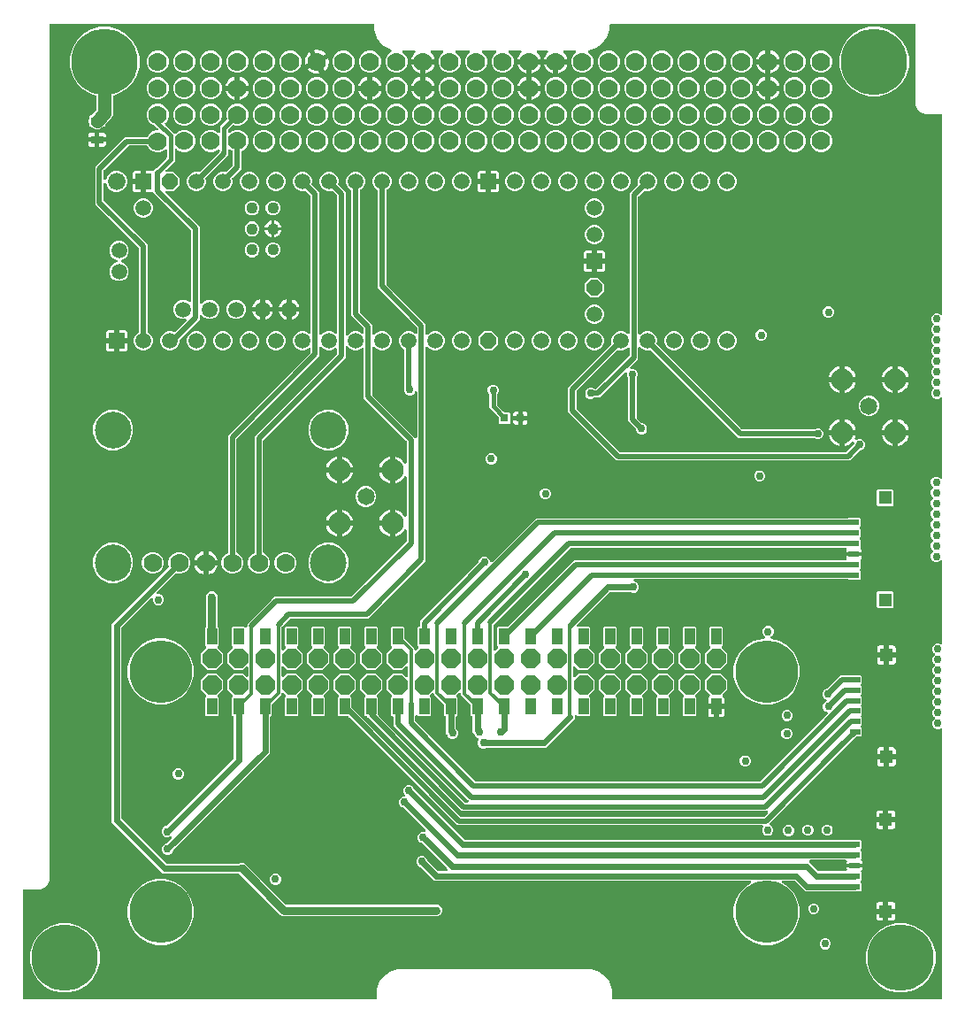
<source format=gbr>
G04 EAGLE Gerber RS-274X export*
G75*
%MOMM*%
%FSLAX34Y34*%
%LPD*%
%INTop Copper*%
%IPPOS*%
%AMOC8*
5,1,8,0,0,1.08239X$1,22.5*%
G01*
%ADD10C,6.350000*%
%ADD11C,1.778000*%
%ADD12R,1.200000X0.800000*%
%ADD13R,0.990600X0.558800*%
%ADD14R,1.270000X1.295400*%
%ADD15R,1.020000X1.524000*%
%ADD16R,1.508000X1.508000*%
%ADD17C,1.676400*%
%ADD18P,1.632244X8X112.500000*%
%ADD19C,1.508000*%
%ADD20C,1.108000*%
%ADD21R,1.000000X0.550000*%
%ADD22R,1.300000X1.260000*%
%ADD23P,2.029481X8X22.500000*%
%ADD24R,0.800000X0.800000*%
%ADD25C,2.100000*%
%ADD26C,1.650000*%
%ADD27C,0.756400*%
%ADD28C,1.270000*%
%ADD29C,0.500000*%
%ADD30C,0.800000*%
%ADD31C,0.600000*%
%ADD32C,0.300000*%
%ADD33C,3.516000*%
%ADD34C,0.450000*%
%ADD35C,6.000000*%
%ADD36C,0.400000*%

G36*
X348733Y10811D02*
X348733Y10811D01*
X348852Y10818D01*
X348890Y10831D01*
X348931Y10836D01*
X349041Y10879D01*
X349154Y10916D01*
X349189Y10938D01*
X349226Y10953D01*
X349322Y11022D01*
X349423Y11086D01*
X349451Y11116D01*
X349484Y11139D01*
X349560Y11231D01*
X349641Y11318D01*
X349661Y11353D01*
X349686Y11384D01*
X349737Y11492D01*
X349795Y11596D01*
X349805Y11636D01*
X349822Y11672D01*
X349844Y11789D01*
X349874Y11904D01*
X349878Y11964D01*
X349882Y11984D01*
X349880Y12005D01*
X349884Y12065D01*
X349884Y20873D01*
X352110Y27722D01*
X356342Y33548D01*
X362168Y37780D01*
X369017Y40006D01*
X555543Y40006D01*
X562392Y37780D01*
X568218Y33548D01*
X572450Y27722D01*
X574676Y20873D01*
X574676Y12065D01*
X574691Y11947D01*
X574698Y11828D01*
X574711Y11790D01*
X574716Y11749D01*
X574759Y11639D01*
X574796Y11526D01*
X574818Y11491D01*
X574833Y11454D01*
X574902Y11358D01*
X574966Y11257D01*
X574996Y11229D01*
X575019Y11196D01*
X575111Y11120D01*
X575198Y11039D01*
X575233Y11019D01*
X575264Y10994D01*
X575372Y10943D01*
X575476Y10885D01*
X575516Y10875D01*
X575552Y10858D01*
X575669Y10836D01*
X575784Y10806D01*
X575844Y10802D01*
X575864Y10798D01*
X575885Y10800D01*
X575945Y10796D01*
X889635Y10796D01*
X889753Y10811D01*
X889872Y10818D01*
X889910Y10831D01*
X889951Y10836D01*
X890061Y10879D01*
X890174Y10916D01*
X890209Y10938D01*
X890246Y10953D01*
X890342Y11022D01*
X890443Y11086D01*
X890471Y11116D01*
X890504Y11139D01*
X890580Y11231D01*
X890661Y11318D01*
X890681Y11353D01*
X890706Y11384D01*
X890757Y11492D01*
X890815Y11596D01*
X890825Y11636D01*
X890842Y11672D01*
X890864Y11789D01*
X890894Y11904D01*
X890898Y11964D01*
X890902Y11984D01*
X890900Y12005D01*
X890904Y12065D01*
X890904Y269077D01*
X890898Y269127D01*
X890900Y269176D01*
X890878Y269284D01*
X890864Y269393D01*
X890846Y269439D01*
X890836Y269488D01*
X890788Y269587D01*
X890747Y269689D01*
X890718Y269729D01*
X890696Y269774D01*
X890625Y269857D01*
X890561Y269946D01*
X890522Y269978D01*
X890490Y270016D01*
X890400Y270079D01*
X890316Y270149D01*
X890271Y270170D01*
X890230Y270199D01*
X890127Y270238D01*
X890028Y270284D01*
X889979Y270294D01*
X889933Y270311D01*
X889823Y270324D01*
X889716Y270344D01*
X889666Y270341D01*
X889617Y270347D01*
X889508Y270331D01*
X889398Y270324D01*
X889351Y270309D01*
X889302Y270302D01*
X889149Y270250D01*
X887646Y269627D01*
X885534Y269627D01*
X883584Y270435D01*
X882091Y271928D01*
X881283Y273878D01*
X881283Y275990D01*
X882091Y277940D01*
X883268Y279116D01*
X883341Y279211D01*
X883419Y279300D01*
X883438Y279336D01*
X883463Y279368D01*
X883510Y279477D01*
X883564Y279583D01*
X883573Y279622D01*
X883589Y279660D01*
X883608Y279777D01*
X883634Y279893D01*
X883632Y279934D01*
X883639Y279974D01*
X883628Y280092D01*
X883624Y280211D01*
X883613Y280250D01*
X883609Y280290D01*
X883569Y280403D01*
X883536Y280517D01*
X883515Y280551D01*
X883501Y280590D01*
X883435Y280688D01*
X883374Y280791D01*
X883334Y280836D01*
X883323Y280853D01*
X883308Y280866D01*
X883268Y280911D01*
X882091Y282088D01*
X881283Y284038D01*
X881283Y286150D01*
X882091Y288100D01*
X883268Y289277D01*
X883341Y289371D01*
X883419Y289460D01*
X883438Y289496D01*
X883463Y289528D01*
X883510Y289637D01*
X883564Y289743D01*
X883573Y289782D01*
X883589Y289820D01*
X883608Y289937D01*
X883634Y290053D01*
X883632Y290094D01*
X883639Y290134D01*
X883628Y290252D01*
X883624Y290371D01*
X883613Y290410D01*
X883609Y290450D01*
X883569Y290562D01*
X883536Y290677D01*
X883515Y290712D01*
X883501Y290750D01*
X883434Y290848D01*
X883374Y290951D01*
X883334Y290996D01*
X883323Y291013D01*
X883308Y291026D01*
X883268Y291072D01*
X882091Y292248D01*
X881283Y294198D01*
X881283Y296310D01*
X882091Y298260D01*
X883268Y299436D01*
X883341Y299531D01*
X883419Y299620D01*
X883438Y299656D01*
X883463Y299688D01*
X883510Y299797D01*
X883564Y299903D01*
X883573Y299942D01*
X883589Y299980D01*
X883608Y300097D01*
X883634Y300213D01*
X883632Y300254D01*
X883639Y300294D01*
X883628Y300412D01*
X883624Y300531D01*
X883613Y300570D01*
X883609Y300610D01*
X883569Y300723D01*
X883536Y300837D01*
X883515Y300871D01*
X883501Y300910D01*
X883435Y301008D01*
X883374Y301111D01*
X883334Y301156D01*
X883323Y301173D01*
X883308Y301186D01*
X883268Y301231D01*
X882091Y302408D01*
X881283Y304358D01*
X881283Y306470D01*
X882091Y308420D01*
X883268Y309596D01*
X883341Y309691D01*
X883419Y309780D01*
X883438Y309816D01*
X883463Y309848D01*
X883510Y309957D01*
X883564Y310063D01*
X883573Y310102D01*
X883589Y310140D01*
X883608Y310257D01*
X883634Y310373D01*
X883632Y310414D01*
X883639Y310454D01*
X883628Y310572D01*
X883624Y310691D01*
X883613Y310730D01*
X883609Y310770D01*
X883569Y310883D01*
X883536Y310997D01*
X883515Y311031D01*
X883501Y311070D01*
X883435Y311168D01*
X883374Y311271D01*
X883334Y311316D01*
X883323Y311333D01*
X883308Y311346D01*
X883268Y311391D01*
X882091Y312568D01*
X881283Y314518D01*
X881283Y316630D01*
X882091Y318580D01*
X883268Y319756D01*
X883341Y319851D01*
X883419Y319940D01*
X883438Y319976D01*
X883463Y320008D01*
X883510Y320117D01*
X883564Y320223D01*
X883573Y320262D01*
X883589Y320300D01*
X883608Y320417D01*
X883634Y320533D01*
X883632Y320574D01*
X883639Y320614D01*
X883628Y320732D01*
X883624Y320851D01*
X883613Y320890D01*
X883609Y320930D01*
X883569Y321043D01*
X883536Y321157D01*
X883515Y321191D01*
X883501Y321230D01*
X883435Y321328D01*
X883374Y321431D01*
X883334Y321476D01*
X883323Y321493D01*
X883308Y321506D01*
X883268Y321551D01*
X882091Y322728D01*
X881283Y324678D01*
X881283Y326790D01*
X882091Y328740D01*
X883268Y329916D01*
X883341Y330011D01*
X883419Y330100D01*
X883438Y330136D01*
X883463Y330168D01*
X883510Y330277D01*
X883564Y330383D01*
X883573Y330422D01*
X883589Y330460D01*
X883608Y330577D01*
X883634Y330693D01*
X883632Y330734D01*
X883639Y330774D01*
X883628Y330892D01*
X883624Y331011D01*
X883613Y331050D01*
X883609Y331090D01*
X883569Y331203D01*
X883536Y331317D01*
X883515Y331351D01*
X883501Y331390D01*
X883435Y331488D01*
X883374Y331591D01*
X883334Y331636D01*
X883323Y331653D01*
X883308Y331666D01*
X883268Y331711D01*
X882091Y332888D01*
X881283Y334838D01*
X881283Y336950D01*
X882091Y338900D01*
X883268Y340076D01*
X883341Y340171D01*
X883419Y340260D01*
X883438Y340296D01*
X883463Y340328D01*
X883510Y340437D01*
X883564Y340543D01*
X883573Y340582D01*
X883589Y340620D01*
X883608Y340737D01*
X883634Y340853D01*
X883632Y340894D01*
X883639Y340934D01*
X883628Y341052D01*
X883624Y341171D01*
X883613Y341210D01*
X883609Y341250D01*
X883569Y341363D01*
X883536Y341477D01*
X883515Y341511D01*
X883501Y341550D01*
X883435Y341648D01*
X883374Y341751D01*
X883334Y341796D01*
X883323Y341813D01*
X883308Y341826D01*
X883268Y341871D01*
X882091Y343048D01*
X881283Y344998D01*
X881283Y347110D01*
X882091Y349060D01*
X883584Y350553D01*
X885534Y351361D01*
X887646Y351361D01*
X889149Y350738D01*
X889197Y350725D01*
X889242Y350704D01*
X889350Y350683D01*
X889456Y350654D01*
X889506Y350653D01*
X889555Y350644D01*
X889664Y350651D01*
X889774Y350649D01*
X889822Y350660D01*
X889872Y350664D01*
X889976Y350697D01*
X890083Y350723D01*
X890127Y350746D01*
X890174Y350762D01*
X890267Y350820D01*
X890364Y350872D01*
X890401Y350905D01*
X890443Y350932D01*
X890518Y351012D01*
X890600Y351086D01*
X890627Y351127D01*
X890661Y351163D01*
X890714Y351260D01*
X890774Y351351D01*
X890791Y351398D01*
X890815Y351442D01*
X890842Y351548D01*
X890878Y351652D01*
X890882Y351702D01*
X890894Y351750D01*
X890904Y351911D01*
X890904Y429779D01*
X890887Y429917D01*
X890874Y430056D01*
X890867Y430075D01*
X890864Y430095D01*
X890813Y430224D01*
X890766Y430355D01*
X890755Y430372D01*
X890747Y430390D01*
X890666Y430503D01*
X890588Y430618D01*
X890572Y430631D01*
X890561Y430648D01*
X890453Y430737D01*
X890349Y430828D01*
X890331Y430838D01*
X890316Y430851D01*
X890190Y430910D01*
X890066Y430973D01*
X890046Y430977D01*
X890028Y430986D01*
X889891Y431012D01*
X889756Y431043D01*
X889735Y431042D01*
X889716Y431046D01*
X889577Y431037D01*
X889438Y431033D01*
X889418Y431027D01*
X889398Y431026D01*
X889266Y430983D01*
X889132Y430945D01*
X889115Y430934D01*
X889096Y430928D01*
X888978Y430854D01*
X888858Y430783D01*
X888837Y430764D01*
X888827Y430758D01*
X888813Y430743D01*
X888738Y430677D01*
X888196Y430135D01*
X886246Y429327D01*
X884134Y429327D01*
X882184Y430135D01*
X880691Y431628D01*
X879883Y433578D01*
X879883Y435690D01*
X880691Y437640D01*
X881868Y438816D01*
X881941Y438911D01*
X882019Y439000D01*
X882038Y439036D01*
X882063Y439068D01*
X882110Y439177D01*
X882164Y439283D01*
X882173Y439322D01*
X882189Y439360D01*
X882208Y439477D01*
X882234Y439593D01*
X882232Y439634D01*
X882239Y439674D01*
X882228Y439792D01*
X882224Y439911D01*
X882213Y439950D01*
X882209Y439990D01*
X882169Y440103D01*
X882136Y440217D01*
X882115Y440251D01*
X882101Y440290D01*
X882035Y440388D01*
X881974Y440491D01*
X881934Y440536D01*
X881923Y440553D01*
X881908Y440566D01*
X881868Y440611D01*
X880691Y441788D01*
X879883Y443738D01*
X879883Y445850D01*
X880691Y447800D01*
X881868Y448977D01*
X881941Y449071D01*
X882019Y449160D01*
X882038Y449196D01*
X882063Y449228D01*
X882110Y449337D01*
X882164Y449443D01*
X882173Y449482D01*
X882189Y449520D01*
X882208Y449637D01*
X882234Y449753D01*
X882232Y449794D01*
X882239Y449834D01*
X882228Y449952D01*
X882224Y450071D01*
X882213Y450110D01*
X882209Y450150D01*
X882169Y450262D01*
X882136Y450377D01*
X882115Y450412D01*
X882101Y450450D01*
X882034Y450548D01*
X881974Y450651D01*
X881934Y450696D01*
X881923Y450713D01*
X881908Y450726D01*
X881868Y450772D01*
X880691Y451948D01*
X879883Y453898D01*
X879883Y456010D01*
X880691Y457960D01*
X881868Y459136D01*
X881941Y459231D01*
X882019Y459320D01*
X882038Y459356D01*
X882063Y459388D01*
X882110Y459497D01*
X882164Y459603D01*
X882173Y459642D01*
X882189Y459680D01*
X882208Y459797D01*
X882234Y459913D01*
X882232Y459954D01*
X882239Y459994D01*
X882228Y460112D01*
X882224Y460231D01*
X882213Y460270D01*
X882209Y460310D01*
X882169Y460423D01*
X882136Y460537D01*
X882115Y460571D01*
X882101Y460610D01*
X882035Y460708D01*
X881974Y460811D01*
X881934Y460856D01*
X881923Y460873D01*
X881908Y460886D01*
X881868Y460931D01*
X880691Y462108D01*
X879883Y464058D01*
X879883Y466170D01*
X880691Y468120D01*
X881868Y469296D01*
X881941Y469391D01*
X882019Y469480D01*
X882038Y469516D01*
X882063Y469548D01*
X882110Y469657D01*
X882164Y469763D01*
X882173Y469802D01*
X882189Y469840D01*
X882208Y469957D01*
X882234Y470073D01*
X882232Y470114D01*
X882239Y470154D01*
X882228Y470272D01*
X882224Y470391D01*
X882213Y470430D01*
X882209Y470470D01*
X882169Y470583D01*
X882136Y470697D01*
X882115Y470731D01*
X882101Y470770D01*
X882035Y470868D01*
X881974Y470971D01*
X881934Y471016D01*
X881923Y471033D01*
X881908Y471046D01*
X881868Y471091D01*
X880691Y472268D01*
X879883Y474218D01*
X879883Y476330D01*
X880691Y478280D01*
X881868Y479456D01*
X881941Y479551D01*
X882019Y479640D01*
X882038Y479676D01*
X882063Y479708D01*
X882110Y479817D01*
X882164Y479923D01*
X882173Y479962D01*
X882189Y480000D01*
X882208Y480117D01*
X882234Y480233D01*
X882232Y480274D01*
X882239Y480314D01*
X882228Y480432D01*
X882224Y480551D01*
X882213Y480590D01*
X882209Y480630D01*
X882169Y480743D01*
X882136Y480857D01*
X882115Y480891D01*
X882101Y480930D01*
X882035Y481028D01*
X881974Y481131D01*
X881934Y481176D01*
X881923Y481193D01*
X881908Y481206D01*
X881868Y481251D01*
X880691Y482428D01*
X879883Y484378D01*
X879883Y486490D01*
X880691Y488440D01*
X881868Y489616D01*
X881941Y489711D01*
X882019Y489800D01*
X882038Y489836D01*
X882063Y489868D01*
X882110Y489977D01*
X882164Y490083D01*
X882173Y490122D01*
X882189Y490160D01*
X882208Y490277D01*
X882234Y490393D01*
X882232Y490434D01*
X882239Y490474D01*
X882228Y490592D01*
X882224Y490711D01*
X882213Y490750D01*
X882209Y490790D01*
X882169Y490903D01*
X882136Y491017D01*
X882115Y491051D01*
X882101Y491090D01*
X882035Y491188D01*
X881974Y491291D01*
X881934Y491336D01*
X881923Y491353D01*
X881908Y491366D01*
X881868Y491411D01*
X880691Y492588D01*
X879883Y494538D01*
X879883Y496650D01*
X880691Y498600D01*
X881868Y499776D01*
X881941Y499871D01*
X882019Y499960D01*
X882038Y499996D01*
X882063Y500028D01*
X882110Y500137D01*
X882164Y500243D01*
X882173Y500282D01*
X882189Y500320D01*
X882208Y500437D01*
X882234Y500553D01*
X882232Y500594D01*
X882239Y500634D01*
X882228Y500752D01*
X882224Y500871D01*
X882213Y500910D01*
X882209Y500950D01*
X882169Y501063D01*
X882136Y501177D01*
X882115Y501211D01*
X882101Y501250D01*
X882035Y501348D01*
X881974Y501451D01*
X881934Y501496D01*
X881923Y501513D01*
X881908Y501526D01*
X881868Y501571D01*
X880691Y502748D01*
X879883Y504698D01*
X879883Y506810D01*
X880691Y508760D01*
X882184Y510253D01*
X884134Y511061D01*
X886246Y511061D01*
X888196Y510253D01*
X888738Y509711D01*
X888847Y509626D01*
X888954Y509537D01*
X888973Y509529D01*
X888989Y509516D01*
X889117Y509461D01*
X889242Y509402D01*
X889262Y509398D01*
X889281Y509390D01*
X889419Y509368D01*
X889555Y509342D01*
X889575Y509343D01*
X889595Y509340D01*
X889734Y509353D01*
X889872Y509362D01*
X889891Y509368D01*
X889911Y509370D01*
X890042Y509417D01*
X890174Y509460D01*
X890192Y509471D01*
X890211Y509478D01*
X890325Y509556D01*
X890443Y509630D01*
X890457Y509645D01*
X890474Y509656D01*
X890566Y509760D01*
X890661Y509862D01*
X890671Y509879D01*
X890684Y509895D01*
X890747Y510018D01*
X890815Y510140D01*
X890820Y510160D01*
X890829Y510178D01*
X890859Y510314D01*
X890894Y510448D01*
X890896Y510476D01*
X890899Y510488D01*
X890898Y510509D01*
X890904Y510609D01*
X890904Y585679D01*
X890887Y585817D01*
X890874Y585956D01*
X890867Y585975D01*
X890864Y585995D01*
X890813Y586124D01*
X890766Y586255D01*
X890755Y586272D01*
X890747Y586290D01*
X890666Y586403D01*
X890588Y586518D01*
X890572Y586531D01*
X890561Y586548D01*
X890454Y586636D01*
X890349Y586728D01*
X890331Y586738D01*
X890316Y586751D01*
X890190Y586810D01*
X890066Y586873D01*
X890046Y586878D01*
X890028Y586886D01*
X889892Y586912D01*
X889756Y586943D01*
X889735Y586942D01*
X889716Y586946D01*
X889577Y586937D01*
X889438Y586933D01*
X889418Y586927D01*
X889398Y586926D01*
X889266Y586883D01*
X889132Y586845D01*
X889115Y586834D01*
X889096Y586828D01*
X888978Y586754D01*
X888858Y586683D01*
X888837Y586664D01*
X888827Y586658D01*
X888813Y586643D01*
X888737Y586577D01*
X888496Y586335D01*
X886546Y585527D01*
X884434Y585527D01*
X882484Y586335D01*
X880991Y587828D01*
X880183Y589778D01*
X880183Y591890D01*
X880991Y593840D01*
X882168Y595016D01*
X882241Y595111D01*
X882319Y595200D01*
X882338Y595236D01*
X882363Y595268D01*
X882410Y595377D01*
X882464Y595483D01*
X882473Y595522D01*
X882489Y595560D01*
X882508Y595677D01*
X882534Y595793D01*
X882532Y595834D01*
X882539Y595874D01*
X882528Y595992D01*
X882524Y596111D01*
X882513Y596150D01*
X882509Y596190D01*
X882469Y596303D01*
X882436Y596417D01*
X882416Y596449D01*
X882413Y596459D01*
X882411Y596462D01*
X882401Y596490D01*
X882335Y596588D01*
X882274Y596691D01*
X882248Y596721D01*
X882243Y596728D01*
X882233Y596737D01*
X882223Y596753D01*
X882208Y596766D01*
X882168Y596811D01*
X880991Y597988D01*
X880183Y599938D01*
X880183Y602050D01*
X880991Y604000D01*
X882168Y605177D01*
X882241Y605271D01*
X882319Y605360D01*
X882329Y605378D01*
X882341Y605393D01*
X882350Y605412D01*
X882363Y605428D01*
X882410Y605537D01*
X882464Y605643D01*
X882468Y605663D01*
X882477Y605681D01*
X882481Y605701D01*
X882489Y605720D01*
X882508Y605837D01*
X882534Y605953D01*
X882533Y605974D01*
X882537Y605993D01*
X882536Y606013D01*
X882539Y606034D01*
X882528Y606152D01*
X882524Y606271D01*
X882518Y606291D01*
X882517Y606311D01*
X882511Y606330D01*
X882509Y606350D01*
X882469Y606462D01*
X882436Y606577D01*
X882425Y606594D01*
X882419Y606613D01*
X882408Y606630D01*
X882401Y606650D01*
X882334Y606748D01*
X882274Y606851D01*
X882255Y606872D01*
X882249Y606882D01*
X882234Y606896D01*
X882223Y606913D01*
X882208Y606926D01*
X882168Y606972D01*
X880991Y608148D01*
X880183Y610098D01*
X880183Y612210D01*
X880991Y614160D01*
X882168Y615336D01*
X882241Y615431D01*
X882319Y615520D01*
X882330Y615541D01*
X882336Y615547D01*
X882342Y615561D01*
X882363Y615588D01*
X882410Y615697D01*
X882464Y615803D01*
X882473Y615842D01*
X882489Y615880D01*
X882508Y615997D01*
X882534Y616113D01*
X882532Y616154D01*
X882539Y616194D01*
X882528Y616312D01*
X882524Y616431D01*
X882513Y616470D01*
X882509Y616510D01*
X882469Y616623D01*
X882436Y616737D01*
X882415Y616771D01*
X882401Y616810D01*
X882335Y616908D01*
X882274Y617011D01*
X882234Y617056D01*
X882223Y617073D01*
X882208Y617086D01*
X882168Y617131D01*
X880991Y618308D01*
X880183Y620258D01*
X880183Y622370D01*
X880991Y624320D01*
X882168Y625496D01*
X882241Y625591D01*
X882319Y625680D01*
X882338Y625716D01*
X882363Y625748D01*
X882410Y625857D01*
X882464Y625963D01*
X882473Y626002D01*
X882489Y626040D01*
X882508Y626157D01*
X882534Y626273D01*
X882532Y626314D01*
X882539Y626354D01*
X882528Y626472D01*
X882524Y626591D01*
X882513Y626630D01*
X882509Y626670D01*
X882469Y626783D01*
X882436Y626897D01*
X882415Y626931D01*
X882401Y626970D01*
X882335Y627068D01*
X882274Y627171D01*
X882234Y627216D01*
X882223Y627233D01*
X882208Y627246D01*
X882168Y627291D01*
X880991Y628468D01*
X880183Y630418D01*
X880183Y632530D01*
X880991Y634480D01*
X882168Y635656D01*
X882241Y635751D01*
X882319Y635840D01*
X882338Y635876D01*
X882363Y635908D01*
X882410Y636017D01*
X882464Y636123D01*
X882473Y636162D01*
X882489Y636200D01*
X882508Y636317D01*
X882534Y636433D01*
X882532Y636474D01*
X882539Y636514D01*
X882528Y636632D01*
X882524Y636751D01*
X882513Y636790D01*
X882509Y636830D01*
X882469Y636943D01*
X882436Y637057D01*
X882415Y637091D01*
X882401Y637130D01*
X882335Y637228D01*
X882274Y637331D01*
X882234Y637376D01*
X882223Y637393D01*
X882208Y637406D01*
X882168Y637451D01*
X880991Y638628D01*
X880183Y640578D01*
X880183Y642690D01*
X880991Y644640D01*
X882168Y645816D01*
X882241Y645911D01*
X882319Y646000D01*
X882338Y646036D01*
X882363Y646068D01*
X882410Y646177D01*
X882464Y646283D01*
X882473Y646322D01*
X882489Y646360D01*
X882508Y646477D01*
X882534Y646593D01*
X882532Y646634D01*
X882539Y646674D01*
X882528Y646792D01*
X882524Y646911D01*
X882513Y646950D01*
X882509Y646990D01*
X882469Y647103D01*
X882436Y647217D01*
X882415Y647251D01*
X882401Y647290D01*
X882335Y647388D01*
X882274Y647491D01*
X882234Y647536D01*
X882223Y647553D01*
X882208Y647566D01*
X882168Y647611D01*
X880991Y648788D01*
X880183Y650738D01*
X880183Y652850D01*
X880991Y654800D01*
X882168Y655976D01*
X882241Y656071D01*
X882319Y656160D01*
X882338Y656196D01*
X882363Y656228D01*
X882410Y656337D01*
X882464Y656443D01*
X882473Y656482D01*
X882489Y656520D01*
X882508Y656637D01*
X882534Y656753D01*
X882532Y656794D01*
X882539Y656834D01*
X882528Y656952D01*
X882524Y657071D01*
X882513Y657110D01*
X882509Y657150D01*
X882469Y657263D01*
X882436Y657377D01*
X882415Y657411D01*
X882401Y657450D01*
X882335Y657548D01*
X882274Y657651D01*
X882234Y657696D01*
X882223Y657713D01*
X882208Y657726D01*
X882168Y657771D01*
X880991Y658948D01*
X880183Y660898D01*
X880183Y663010D01*
X880991Y664960D01*
X882484Y666453D01*
X884434Y667261D01*
X886546Y667261D01*
X888496Y666453D01*
X888737Y666211D01*
X888847Y666126D01*
X888954Y666037D01*
X888973Y666029D01*
X888989Y666016D01*
X889116Y665961D01*
X889242Y665902D01*
X889262Y665898D01*
X889281Y665890D01*
X889418Y665868D01*
X889555Y665842D01*
X889575Y665843D01*
X889595Y665840D01*
X889734Y665853D01*
X889872Y665862D01*
X889891Y665868D01*
X889911Y665870D01*
X890043Y665917D01*
X890174Y665960D01*
X890191Y665971D01*
X890211Y665978D01*
X890326Y666056D01*
X890443Y666130D01*
X890457Y666145D01*
X890474Y666156D01*
X890566Y666260D01*
X890661Y666362D01*
X890671Y666379D01*
X890684Y666395D01*
X890748Y666519D01*
X890815Y666640D01*
X890820Y666660D01*
X890829Y666678D01*
X890859Y666814D01*
X890894Y666948D01*
X890896Y666976D01*
X890899Y666988D01*
X890898Y667009D01*
X890904Y667109D01*
X890904Y856615D01*
X890889Y856733D01*
X890882Y856852D01*
X890869Y856890D01*
X890864Y856931D01*
X890821Y857041D01*
X890784Y857154D01*
X890762Y857189D01*
X890747Y857226D01*
X890678Y857322D01*
X890614Y857423D01*
X890584Y857451D01*
X890561Y857484D01*
X890469Y857560D01*
X890382Y857641D01*
X890347Y857661D01*
X890316Y857686D01*
X890208Y857737D01*
X890104Y857795D01*
X890064Y857805D01*
X890028Y857822D01*
X889911Y857844D01*
X889796Y857874D01*
X889736Y857878D01*
X889716Y857882D01*
X889695Y857880D01*
X889635Y857884D01*
X874153Y857884D01*
X870185Y859528D01*
X867148Y862565D01*
X865504Y866533D01*
X865504Y942975D01*
X865489Y943093D01*
X865482Y943212D01*
X865469Y943250D01*
X865464Y943291D01*
X865421Y943401D01*
X865384Y943514D01*
X865362Y943549D01*
X865347Y943586D01*
X865278Y943682D01*
X865214Y943783D01*
X865184Y943811D01*
X865161Y943844D01*
X865069Y943920D01*
X864982Y944001D01*
X864947Y944021D01*
X864916Y944046D01*
X864808Y944097D01*
X864704Y944155D01*
X864664Y944165D01*
X864628Y944182D01*
X864511Y944204D01*
X864396Y944234D01*
X864336Y944238D01*
X864316Y944242D01*
X864295Y944240D01*
X864235Y944244D01*
X574040Y944244D01*
X574018Y944242D01*
X573941Y944240D01*
X573841Y944233D01*
X573773Y944219D01*
X573704Y944214D01*
X573548Y944174D01*
X573359Y944113D01*
X573252Y944062D01*
X573142Y944019D01*
X573090Y943986D01*
X573072Y943977D01*
X573056Y943965D01*
X573006Y943933D01*
X572845Y943816D01*
X572759Y943735D01*
X572667Y943659D01*
X572628Y943612D01*
X572613Y943598D01*
X572602Y943581D01*
X572564Y943535D01*
X572447Y943374D01*
X572390Y943270D01*
X572326Y943170D01*
X572304Y943114D01*
X572294Y943096D01*
X572289Y943076D01*
X572267Y943021D01*
X572206Y942832D01*
X572193Y942764D01*
X572170Y942698D01*
X572147Y942539D01*
X572140Y942440D01*
X572141Y942418D01*
X572136Y942340D01*
X572136Y938619D01*
X569836Y931540D01*
X565461Y925519D01*
X559440Y921144D01*
X552575Y918914D01*
X552485Y918871D01*
X552391Y918838D01*
X552342Y918804D01*
X552287Y918778D01*
X552211Y918715D01*
X552128Y918659D01*
X552088Y918614D01*
X552042Y918576D01*
X551984Y918495D01*
X551918Y918421D01*
X551890Y918367D01*
X551855Y918318D01*
X551818Y918226D01*
X551773Y918137D01*
X551760Y918079D01*
X551738Y918023D01*
X551725Y917924D01*
X551704Y917827D01*
X551705Y917767D01*
X551698Y917707D01*
X551710Y917609D01*
X551713Y917509D01*
X551730Y917451D01*
X551738Y917392D01*
X551774Y917299D01*
X551802Y917204D01*
X551832Y917152D01*
X551854Y917096D01*
X551913Y917015D01*
X551963Y916930D01*
X552029Y916855D01*
X552041Y916838D01*
X552051Y916831D01*
X552070Y916809D01*
X554929Y913949D01*
X556515Y910122D01*
X556515Y905978D01*
X554929Y902151D01*
X551999Y899221D01*
X548172Y897635D01*
X544028Y897635D01*
X540201Y899221D01*
X537271Y902151D01*
X535685Y905978D01*
X535685Y910122D01*
X537271Y913949D01*
X539999Y916678D01*
X540084Y916787D01*
X540173Y916894D01*
X540181Y916913D01*
X540194Y916929D01*
X540249Y917057D01*
X540308Y917182D01*
X540312Y917202D01*
X540320Y917221D01*
X540342Y917359D01*
X540368Y917495D01*
X540367Y917515D01*
X540370Y917535D01*
X540357Y917673D01*
X540348Y917812D01*
X540342Y917831D01*
X540340Y917851D01*
X540293Y917983D01*
X540250Y918114D01*
X540239Y918132D01*
X540233Y918151D01*
X540155Y918266D01*
X540080Y918383D01*
X540065Y918397D01*
X540054Y918414D01*
X539950Y918506D01*
X539849Y918601D01*
X539831Y918611D01*
X539816Y918624D01*
X539691Y918688D01*
X539570Y918755D01*
X539550Y918760D01*
X539532Y918769D01*
X539397Y918799D01*
X539262Y918834D01*
X539234Y918836D01*
X539222Y918839D01*
X539202Y918838D01*
X539101Y918844D01*
X529135Y918844D01*
X528997Y918827D01*
X528859Y918814D01*
X528840Y918807D01*
X528820Y918804D01*
X528691Y918753D01*
X528560Y918706D01*
X528543Y918695D01*
X528524Y918687D01*
X528412Y918606D01*
X528297Y918528D01*
X528283Y918512D01*
X528267Y918501D01*
X528178Y918393D01*
X528086Y918289D01*
X528077Y918271D01*
X528064Y918256D01*
X528005Y918130D01*
X527942Y918006D01*
X527937Y917986D01*
X527929Y917968D01*
X527902Y917831D01*
X527872Y917696D01*
X527873Y917675D01*
X527869Y917656D01*
X527877Y917517D01*
X527882Y917378D01*
X527887Y917358D01*
X527889Y917338D01*
X527931Y917206D01*
X527970Y917072D01*
X527980Y917055D01*
X527987Y917036D01*
X528061Y916918D01*
X528132Y916798D01*
X528150Y916777D01*
X528157Y916767D01*
X528172Y916753D01*
X528238Y916678D01*
X529419Y915497D01*
X530477Y914041D01*
X531293Y912438D01*
X531849Y910727D01*
X531871Y910589D01*
X521970Y910589D01*
X521852Y910574D01*
X521733Y910567D01*
X521695Y910554D01*
X521655Y910549D01*
X521544Y910506D01*
X521431Y910469D01*
X521397Y910447D01*
X521359Y910432D01*
X521263Y910362D01*
X521162Y910299D01*
X521134Y910269D01*
X521102Y910245D01*
X521026Y910154D01*
X520944Y910067D01*
X520925Y910032D01*
X520899Y910001D01*
X520848Y909893D01*
X520791Y909789D01*
X520780Y909749D01*
X520763Y909713D01*
X520741Y909596D01*
X520711Y909481D01*
X520707Y909420D01*
X520703Y909400D01*
X520705Y909380D01*
X520701Y909320D01*
X520701Y908049D01*
X520699Y908049D01*
X520699Y909320D01*
X520684Y909438D01*
X520677Y909557D01*
X520664Y909595D01*
X520659Y909635D01*
X520615Y909746D01*
X520579Y909859D01*
X520557Y909894D01*
X520542Y909931D01*
X520472Y910027D01*
X520409Y910128D01*
X520379Y910156D01*
X520355Y910189D01*
X520264Y910264D01*
X520177Y910346D01*
X520142Y910366D01*
X520110Y910391D01*
X520003Y910442D01*
X519898Y910500D01*
X519859Y910510D01*
X519823Y910527D01*
X519706Y910549D01*
X519591Y910579D01*
X519530Y910583D01*
X519510Y910587D01*
X519490Y910585D01*
X519430Y910589D01*
X509529Y910589D01*
X509551Y910727D01*
X510107Y912438D01*
X510923Y914041D01*
X511981Y915497D01*
X513162Y916678D01*
X513247Y916787D01*
X513336Y916894D01*
X513345Y916913D01*
X513357Y916929D01*
X513412Y917056D01*
X513471Y917182D01*
X513475Y917202D01*
X513483Y917221D01*
X513505Y917359D01*
X513531Y917495D01*
X513530Y917515D01*
X513533Y917535D01*
X513520Y917673D01*
X513511Y917812D01*
X513505Y917831D01*
X513503Y917851D01*
X513456Y917983D01*
X513413Y918114D01*
X513403Y918132D01*
X513396Y918151D01*
X513318Y918266D01*
X513243Y918383D01*
X513229Y918397D01*
X513217Y918414D01*
X513113Y918506D01*
X513012Y918601D01*
X512994Y918611D01*
X512979Y918624D01*
X512855Y918687D01*
X512733Y918755D01*
X512714Y918760D01*
X512696Y918769D01*
X512560Y918799D01*
X512425Y918834D01*
X512397Y918836D01*
X512385Y918839D01*
X512365Y918838D01*
X512265Y918844D01*
X503735Y918844D01*
X503597Y918827D01*
X503459Y918814D01*
X503440Y918807D01*
X503420Y918804D01*
X503291Y918753D01*
X503160Y918706D01*
X503143Y918695D01*
X503124Y918687D01*
X503012Y918606D01*
X502897Y918528D01*
X502883Y918512D01*
X502867Y918501D01*
X502778Y918393D01*
X502686Y918289D01*
X502677Y918271D01*
X502664Y918256D01*
X502605Y918130D01*
X502542Y918006D01*
X502537Y917986D01*
X502529Y917968D01*
X502502Y917831D01*
X502472Y917696D01*
X502473Y917675D01*
X502469Y917656D01*
X502477Y917517D01*
X502482Y917378D01*
X502487Y917358D01*
X502489Y917338D01*
X502531Y917206D01*
X502570Y917072D01*
X502580Y917055D01*
X502587Y917036D01*
X502661Y916918D01*
X502732Y916798D01*
X502750Y916777D01*
X502757Y916767D01*
X502772Y916753D01*
X502838Y916678D01*
X504019Y915497D01*
X505077Y914041D01*
X505893Y912438D01*
X506449Y910727D01*
X506471Y910589D01*
X496570Y910589D01*
X496452Y910574D01*
X496333Y910567D01*
X496295Y910554D01*
X496255Y910549D01*
X496144Y910506D01*
X496031Y910469D01*
X495997Y910447D01*
X495959Y910432D01*
X495863Y910362D01*
X495762Y910299D01*
X495734Y910269D01*
X495702Y910245D01*
X495626Y910154D01*
X495544Y910067D01*
X495525Y910032D01*
X495499Y910001D01*
X495448Y909893D01*
X495391Y909789D01*
X495380Y909749D01*
X495363Y909713D01*
X495341Y909596D01*
X495311Y909481D01*
X495307Y909420D01*
X495303Y909400D01*
X495305Y909380D01*
X495301Y909320D01*
X495301Y908049D01*
X495299Y908049D01*
X495299Y909320D01*
X495284Y909438D01*
X495277Y909557D01*
X495264Y909595D01*
X495259Y909635D01*
X495215Y909746D01*
X495179Y909859D01*
X495157Y909894D01*
X495142Y909931D01*
X495072Y910027D01*
X495009Y910128D01*
X494979Y910156D01*
X494955Y910189D01*
X494864Y910264D01*
X494777Y910346D01*
X494742Y910366D01*
X494710Y910391D01*
X494603Y910442D01*
X494498Y910500D01*
X494459Y910510D01*
X494423Y910527D01*
X494306Y910549D01*
X494191Y910579D01*
X494130Y910583D01*
X494110Y910587D01*
X494090Y910585D01*
X494030Y910589D01*
X484129Y910589D01*
X484151Y910727D01*
X484707Y912438D01*
X485523Y914041D01*
X486581Y915497D01*
X487762Y916678D01*
X487847Y916787D01*
X487936Y916894D01*
X487945Y916913D01*
X487957Y916929D01*
X488012Y917056D01*
X488071Y917182D01*
X488075Y917202D01*
X488083Y917221D01*
X488105Y917359D01*
X488131Y917495D01*
X488130Y917515D01*
X488133Y917535D01*
X488120Y917673D01*
X488111Y917812D01*
X488105Y917831D01*
X488103Y917851D01*
X488056Y917983D01*
X488013Y918114D01*
X488003Y918132D01*
X487996Y918151D01*
X487918Y918266D01*
X487843Y918383D01*
X487829Y918397D01*
X487817Y918414D01*
X487713Y918506D01*
X487612Y918601D01*
X487594Y918611D01*
X487579Y918624D01*
X487455Y918687D01*
X487333Y918755D01*
X487314Y918760D01*
X487296Y918769D01*
X487160Y918799D01*
X487025Y918834D01*
X486997Y918836D01*
X486985Y918839D01*
X486965Y918838D01*
X486865Y918844D01*
X476899Y918844D01*
X476761Y918827D01*
X476622Y918814D01*
X476603Y918807D01*
X476583Y918804D01*
X476454Y918753D01*
X476323Y918706D01*
X476306Y918695D01*
X476287Y918687D01*
X476175Y918606D01*
X476060Y918528D01*
X476046Y918512D01*
X476030Y918501D01*
X475941Y918393D01*
X475849Y918289D01*
X475840Y918271D01*
X475827Y918256D01*
X475768Y918130D01*
X475705Y918006D01*
X475700Y917986D01*
X475692Y917968D01*
X475666Y917832D01*
X475635Y917696D01*
X475636Y917675D01*
X475632Y917656D01*
X475641Y917517D01*
X475645Y917378D01*
X475650Y917358D01*
X475652Y917338D01*
X475694Y917206D01*
X475733Y917072D01*
X475743Y917055D01*
X475750Y917036D01*
X475824Y916918D01*
X475895Y916798D01*
X475913Y916777D01*
X475920Y916767D01*
X475935Y916753D01*
X476001Y916678D01*
X478729Y913949D01*
X480315Y910122D01*
X480315Y905978D01*
X478729Y902151D01*
X475799Y899221D01*
X471972Y897635D01*
X467828Y897635D01*
X464001Y899221D01*
X461071Y902151D01*
X459485Y905978D01*
X459485Y910122D01*
X461071Y913949D01*
X463799Y916678D01*
X463884Y916787D01*
X463973Y916894D01*
X463981Y916913D01*
X463994Y916929D01*
X464049Y917057D01*
X464108Y917182D01*
X464112Y917202D01*
X464120Y917221D01*
X464142Y917359D01*
X464168Y917495D01*
X464167Y917515D01*
X464170Y917535D01*
X464157Y917673D01*
X464148Y917812D01*
X464142Y917831D01*
X464140Y917851D01*
X464093Y917983D01*
X464050Y918114D01*
X464039Y918132D01*
X464033Y918151D01*
X463955Y918266D01*
X463880Y918383D01*
X463865Y918397D01*
X463854Y918414D01*
X463750Y918506D01*
X463649Y918601D01*
X463631Y918611D01*
X463616Y918624D01*
X463491Y918688D01*
X463370Y918755D01*
X463350Y918760D01*
X463332Y918769D01*
X463197Y918799D01*
X463062Y918834D01*
X463034Y918836D01*
X463022Y918839D01*
X463002Y918838D01*
X462901Y918844D01*
X451499Y918844D01*
X451361Y918827D01*
X451222Y918814D01*
X451203Y918807D01*
X451183Y918804D01*
X451054Y918753D01*
X450923Y918706D01*
X450906Y918695D01*
X450887Y918687D01*
X450775Y918606D01*
X450660Y918528D01*
X450646Y918512D01*
X450630Y918501D01*
X450541Y918393D01*
X450449Y918289D01*
X450440Y918271D01*
X450427Y918256D01*
X450368Y918130D01*
X450305Y918006D01*
X450300Y917986D01*
X450292Y917968D01*
X450266Y917832D01*
X450235Y917696D01*
X450236Y917675D01*
X450232Y917656D01*
X450241Y917517D01*
X450245Y917378D01*
X450250Y917358D01*
X450252Y917338D01*
X450294Y917206D01*
X450333Y917072D01*
X450343Y917055D01*
X450350Y917036D01*
X450424Y916918D01*
X450495Y916798D01*
X450513Y916777D01*
X450520Y916767D01*
X450535Y916753D01*
X450601Y916678D01*
X453329Y913949D01*
X454915Y910122D01*
X454915Y905978D01*
X453329Y902151D01*
X450399Y899221D01*
X446572Y897635D01*
X442428Y897635D01*
X438601Y899221D01*
X435671Y902151D01*
X434085Y905978D01*
X434085Y910122D01*
X435671Y913949D01*
X438399Y916678D01*
X438484Y916787D01*
X438573Y916894D01*
X438581Y916913D01*
X438594Y916929D01*
X438649Y917057D01*
X438708Y917182D01*
X438712Y917202D01*
X438720Y917221D01*
X438742Y917359D01*
X438768Y917495D01*
X438767Y917515D01*
X438770Y917535D01*
X438757Y917673D01*
X438748Y917812D01*
X438742Y917831D01*
X438740Y917851D01*
X438693Y917983D01*
X438650Y918114D01*
X438639Y918132D01*
X438633Y918151D01*
X438555Y918266D01*
X438480Y918383D01*
X438465Y918397D01*
X438454Y918414D01*
X438350Y918506D01*
X438249Y918601D01*
X438231Y918611D01*
X438216Y918624D01*
X438091Y918688D01*
X437970Y918755D01*
X437950Y918760D01*
X437932Y918769D01*
X437797Y918799D01*
X437662Y918834D01*
X437634Y918836D01*
X437622Y918839D01*
X437602Y918838D01*
X437501Y918844D01*
X426099Y918844D01*
X425961Y918827D01*
X425822Y918814D01*
X425803Y918807D01*
X425783Y918804D01*
X425654Y918753D01*
X425523Y918706D01*
X425506Y918695D01*
X425487Y918687D01*
X425375Y918606D01*
X425260Y918528D01*
X425246Y918512D01*
X425230Y918501D01*
X425141Y918393D01*
X425049Y918289D01*
X425040Y918271D01*
X425027Y918256D01*
X424968Y918130D01*
X424905Y918006D01*
X424900Y917986D01*
X424892Y917968D01*
X424866Y917832D01*
X424835Y917696D01*
X424836Y917675D01*
X424832Y917656D01*
X424841Y917517D01*
X424845Y917378D01*
X424850Y917358D01*
X424852Y917338D01*
X424894Y917206D01*
X424933Y917072D01*
X424943Y917055D01*
X424950Y917036D01*
X425024Y916918D01*
X425095Y916798D01*
X425113Y916777D01*
X425120Y916767D01*
X425135Y916753D01*
X425201Y916678D01*
X427929Y913949D01*
X429515Y910122D01*
X429515Y905978D01*
X427929Y902151D01*
X424999Y899221D01*
X421172Y897635D01*
X417028Y897635D01*
X413201Y899221D01*
X410271Y902151D01*
X408685Y905978D01*
X408685Y910122D01*
X410271Y913949D01*
X412999Y916678D01*
X413084Y916787D01*
X413173Y916894D01*
X413181Y916913D01*
X413194Y916929D01*
X413249Y917057D01*
X413308Y917182D01*
X413312Y917202D01*
X413320Y917221D01*
X413342Y917359D01*
X413368Y917495D01*
X413367Y917515D01*
X413370Y917535D01*
X413357Y917673D01*
X413348Y917812D01*
X413342Y917831D01*
X413340Y917851D01*
X413293Y917983D01*
X413250Y918114D01*
X413239Y918132D01*
X413233Y918151D01*
X413155Y918266D01*
X413080Y918383D01*
X413065Y918397D01*
X413054Y918414D01*
X412950Y918506D01*
X412849Y918601D01*
X412831Y918611D01*
X412816Y918624D01*
X412691Y918688D01*
X412570Y918755D01*
X412550Y918760D01*
X412532Y918769D01*
X412397Y918799D01*
X412262Y918834D01*
X412234Y918836D01*
X412222Y918839D01*
X412202Y918838D01*
X412101Y918844D01*
X402135Y918844D01*
X401997Y918827D01*
X401859Y918814D01*
X401840Y918807D01*
X401820Y918804D01*
X401691Y918753D01*
X401560Y918706D01*
X401543Y918695D01*
X401524Y918687D01*
X401412Y918606D01*
X401297Y918528D01*
X401283Y918512D01*
X401267Y918501D01*
X401178Y918393D01*
X401086Y918289D01*
X401077Y918271D01*
X401064Y918256D01*
X401005Y918130D01*
X400942Y918006D01*
X400937Y917986D01*
X400929Y917968D01*
X400902Y917831D01*
X400872Y917696D01*
X400873Y917675D01*
X400869Y917656D01*
X400877Y917517D01*
X400882Y917378D01*
X400887Y917358D01*
X400889Y917338D01*
X400931Y917206D01*
X400970Y917072D01*
X400980Y917055D01*
X400987Y917036D01*
X401061Y916918D01*
X401132Y916798D01*
X401150Y916777D01*
X401157Y916767D01*
X401172Y916753D01*
X401238Y916678D01*
X402419Y915497D01*
X403477Y914041D01*
X404293Y912438D01*
X404849Y910727D01*
X404871Y910589D01*
X394970Y910589D01*
X394852Y910574D01*
X394733Y910567D01*
X394695Y910554D01*
X394655Y910549D01*
X394544Y910506D01*
X394431Y910469D01*
X394397Y910447D01*
X394359Y910432D01*
X394263Y910362D01*
X394162Y910299D01*
X394134Y910269D01*
X394102Y910245D01*
X394026Y910154D01*
X393944Y910067D01*
X393925Y910032D01*
X393899Y910001D01*
X393848Y909893D01*
X393791Y909789D01*
X393780Y909749D01*
X393763Y909713D01*
X393741Y909596D01*
X393711Y909481D01*
X393707Y909420D01*
X393703Y909400D01*
X393705Y909380D01*
X393701Y909320D01*
X393701Y908049D01*
X393699Y908049D01*
X393699Y909320D01*
X393684Y909438D01*
X393677Y909557D01*
X393664Y909595D01*
X393659Y909635D01*
X393615Y909746D01*
X393579Y909859D01*
X393557Y909894D01*
X393542Y909931D01*
X393472Y910027D01*
X393409Y910128D01*
X393379Y910156D01*
X393355Y910189D01*
X393264Y910264D01*
X393177Y910346D01*
X393142Y910366D01*
X393110Y910391D01*
X393003Y910442D01*
X392898Y910500D01*
X392859Y910510D01*
X392823Y910527D01*
X392706Y910549D01*
X392591Y910579D01*
X392530Y910583D01*
X392510Y910587D01*
X392490Y910585D01*
X392430Y910589D01*
X382529Y910589D01*
X382551Y910727D01*
X383107Y912438D01*
X383923Y914041D01*
X384981Y915497D01*
X386162Y916678D01*
X386247Y916787D01*
X386336Y916894D01*
X386345Y916913D01*
X386357Y916929D01*
X386412Y917056D01*
X386471Y917182D01*
X386475Y917202D01*
X386483Y917221D01*
X386505Y917359D01*
X386531Y917495D01*
X386530Y917515D01*
X386533Y917535D01*
X386520Y917673D01*
X386511Y917812D01*
X386505Y917831D01*
X386503Y917851D01*
X386456Y917983D01*
X386413Y918114D01*
X386403Y918132D01*
X386396Y918151D01*
X386318Y918266D01*
X386243Y918383D01*
X386229Y918397D01*
X386217Y918414D01*
X386113Y918506D01*
X386012Y918601D01*
X385994Y918611D01*
X385979Y918624D01*
X385855Y918687D01*
X385733Y918755D01*
X385714Y918760D01*
X385696Y918769D01*
X385560Y918799D01*
X385425Y918834D01*
X385397Y918836D01*
X385385Y918839D01*
X385365Y918838D01*
X385265Y918844D01*
X375299Y918844D01*
X375161Y918827D01*
X375022Y918814D01*
X375003Y918807D01*
X374983Y918804D01*
X374854Y918753D01*
X374723Y918706D01*
X374706Y918695D01*
X374687Y918687D01*
X374575Y918606D01*
X374460Y918528D01*
X374446Y918512D01*
X374430Y918501D01*
X374341Y918393D01*
X374249Y918289D01*
X374240Y918271D01*
X374227Y918256D01*
X374168Y918130D01*
X374105Y918006D01*
X374100Y917986D01*
X374092Y917968D01*
X374066Y917832D01*
X374035Y917696D01*
X374036Y917675D01*
X374032Y917656D01*
X374041Y917517D01*
X374045Y917378D01*
X374050Y917358D01*
X374052Y917338D01*
X374094Y917206D01*
X374133Y917072D01*
X374143Y917055D01*
X374150Y917036D01*
X374224Y916918D01*
X374295Y916798D01*
X374313Y916777D01*
X374320Y916767D01*
X374335Y916753D01*
X374401Y916678D01*
X377129Y913949D01*
X378715Y910122D01*
X378715Y905978D01*
X377129Y902151D01*
X374199Y899221D01*
X370372Y897635D01*
X366228Y897635D01*
X362401Y899221D01*
X359471Y902151D01*
X357885Y905978D01*
X357885Y910122D01*
X359471Y913949D01*
X362401Y916879D01*
X362744Y917022D01*
X362804Y917056D01*
X362869Y917081D01*
X362942Y917134D01*
X363020Y917179D01*
X363070Y917227D01*
X363126Y917268D01*
X363184Y917337D01*
X363249Y917400D01*
X363285Y917459D01*
X363329Y917513D01*
X363368Y917594D01*
X363415Y917671D01*
X363436Y917738D01*
X363465Y917800D01*
X363482Y917889D01*
X363509Y917975D01*
X363512Y918045D01*
X363525Y918113D01*
X363520Y918203D01*
X363524Y918293D01*
X363510Y918361D01*
X363506Y918430D01*
X363478Y918516D01*
X363460Y918604D01*
X363429Y918667D01*
X363408Y918733D01*
X363360Y918809D01*
X363320Y918890D01*
X363275Y918943D01*
X363238Y919001D01*
X363172Y919063D01*
X363114Y919132D01*
X363057Y919172D01*
X363007Y919220D01*
X362871Y919306D01*
X354930Y923679D01*
X349389Y930605D01*
X346921Y939124D01*
X347287Y942426D01*
X347287Y942456D01*
X347293Y942485D01*
X347285Y942615D01*
X347283Y942744D01*
X347275Y942773D01*
X347273Y942803D01*
X347233Y942959D01*
X347213Y943021D01*
X347200Y943049D01*
X347199Y943051D01*
X347197Y943055D01*
X347162Y943128D01*
X347119Y943238D01*
X347086Y943290D01*
X347077Y943308D01*
X347064Y943324D01*
X347033Y943374D01*
X346916Y943535D01*
X346835Y943622D01*
X346759Y943713D01*
X346712Y943752D01*
X346698Y943767D01*
X346681Y943778D01*
X346635Y943816D01*
X346474Y943933D01*
X346370Y943990D01*
X346270Y944054D01*
X346214Y944076D01*
X346196Y944086D01*
X346176Y944091D01*
X346121Y944113D01*
X345932Y944174D01*
X345864Y944187D01*
X345798Y944210D01*
X345639Y944233D01*
X345540Y944240D01*
X345518Y944239D01*
X345440Y944244D01*
X37465Y944244D01*
X37347Y944229D01*
X37228Y944222D01*
X37190Y944209D01*
X37149Y944204D01*
X37039Y944161D01*
X36926Y944124D01*
X36891Y944102D01*
X36854Y944087D01*
X36757Y944017D01*
X36657Y943954D01*
X36629Y943924D01*
X36596Y943901D01*
X36520Y943809D01*
X36439Y943722D01*
X36419Y943687D01*
X36394Y943656D01*
X36343Y943548D01*
X36285Y943444D01*
X36275Y943404D01*
X36258Y943368D01*
X36236Y943251D01*
X36206Y943136D01*
X36202Y943076D01*
X36198Y943056D01*
X36200Y943035D01*
X36196Y942975D01*
X36196Y124853D01*
X34552Y120885D01*
X31515Y117848D01*
X27547Y116204D01*
X12065Y116204D01*
X11947Y116189D01*
X11828Y116182D01*
X11790Y116169D01*
X11749Y116164D01*
X11639Y116121D01*
X11526Y116084D01*
X11491Y116062D01*
X11454Y116047D01*
X11358Y115978D01*
X11257Y115914D01*
X11229Y115884D01*
X11196Y115861D01*
X11120Y115769D01*
X11039Y115682D01*
X11019Y115647D01*
X10994Y115616D01*
X10943Y115508D01*
X10885Y115404D01*
X10875Y115364D01*
X10858Y115328D01*
X10836Y115211D01*
X10806Y115096D01*
X10802Y115036D01*
X10798Y115016D01*
X10800Y114995D01*
X10796Y114935D01*
X10796Y12065D01*
X10811Y11947D01*
X10818Y11828D01*
X10831Y11790D01*
X10836Y11749D01*
X10879Y11639D01*
X10916Y11526D01*
X10938Y11491D01*
X10953Y11454D01*
X11022Y11358D01*
X11086Y11257D01*
X11116Y11229D01*
X11139Y11196D01*
X11231Y11120D01*
X11318Y11039D01*
X11353Y11019D01*
X11384Y10994D01*
X11492Y10943D01*
X11596Y10885D01*
X11636Y10875D01*
X11672Y10858D01*
X11789Y10836D01*
X11904Y10806D01*
X11964Y10802D01*
X11984Y10798D01*
X12005Y10800D01*
X12065Y10796D01*
X348615Y10796D01*
X348733Y10811D01*
G37*
%LPC*%
G36*
X722644Y167393D02*
X722644Y167393D01*
X720694Y168201D01*
X719201Y169694D01*
X718393Y171644D01*
X718393Y173756D01*
X719290Y175920D01*
X719303Y175968D01*
X719324Y176013D01*
X719345Y176121D01*
X719374Y176227D01*
X719375Y176277D01*
X719384Y176326D01*
X719377Y176435D01*
X719379Y176545D01*
X719367Y176593D01*
X719364Y176643D01*
X719330Y176747D01*
X719305Y176854D01*
X719281Y176898D01*
X719266Y176945D01*
X719207Y177038D01*
X719156Y177135D01*
X719123Y177172D01*
X719096Y177214D01*
X719016Y177289D01*
X718942Y177371D01*
X718901Y177398D01*
X718864Y177432D01*
X718768Y177485D01*
X718676Y177545D01*
X718629Y177562D01*
X718586Y177586D01*
X718480Y177613D01*
X718376Y177649D01*
X718326Y177653D01*
X718278Y177665D01*
X718117Y177675D01*
X426293Y177675D01*
X423564Y180405D01*
X322425Y281544D01*
X322346Y281604D01*
X322274Y281672D01*
X322221Y281701D01*
X322173Y281738D01*
X322082Y281778D01*
X321996Y281826D01*
X321937Y281841D01*
X321882Y281865D01*
X321784Y281880D01*
X321688Y281905D01*
X321588Y281911D01*
X321567Y281915D01*
X321555Y281913D01*
X321527Y281915D01*
X312868Y281915D01*
X311975Y282808D01*
X311975Y299312D01*
X312977Y300313D01*
X313050Y300407D01*
X313129Y300497D01*
X313147Y300533D01*
X313172Y300565D01*
X313219Y300674D01*
X313273Y300780D01*
X313282Y300819D01*
X313298Y300857D01*
X313317Y300974D01*
X313343Y301090D01*
X313342Y301131D01*
X313348Y301171D01*
X313337Y301289D01*
X313333Y301408D01*
X313322Y301447D01*
X313318Y301487D01*
X313278Y301599D01*
X313245Y301714D01*
X313225Y301748D01*
X313211Y301787D01*
X313144Y301885D01*
X313083Y301988D01*
X313044Y302033D01*
X313032Y302050D01*
X313017Y302063D01*
X312977Y302108D01*
X307700Y307385D01*
X307700Y316415D01*
X314085Y322800D01*
X323115Y322800D01*
X329500Y316415D01*
X329500Y307385D01*
X324223Y302108D01*
X324150Y302014D01*
X324071Y301925D01*
X324053Y301889D01*
X324028Y301857D01*
X323981Y301748D01*
X323927Y301642D01*
X323918Y301602D01*
X323902Y301565D01*
X323883Y301447D01*
X323857Y301332D01*
X323858Y301291D01*
X323852Y301251D01*
X323863Y301133D01*
X323867Y301014D01*
X323878Y300975D01*
X323882Y300935D01*
X323922Y300823D01*
X323955Y300708D01*
X323975Y300673D01*
X323989Y300635D01*
X324056Y300537D01*
X324117Y300434D01*
X324156Y300389D01*
X324168Y300372D01*
X324183Y300359D01*
X324223Y300313D01*
X325225Y299312D01*
X325225Y290653D01*
X325237Y290555D01*
X325240Y290456D01*
X325257Y290397D01*
X325265Y290337D01*
X325301Y290245D01*
X325329Y290150D01*
X325359Y290098D01*
X325382Y290042D01*
X325440Y289962D01*
X325490Y289876D01*
X325556Y289801D01*
X325568Y289784D01*
X325578Y289776D01*
X325596Y289755D01*
X429255Y186096D01*
X429334Y186036D01*
X429406Y185968D01*
X429459Y185939D01*
X429507Y185902D01*
X429598Y185862D01*
X429684Y185814D01*
X429743Y185799D01*
X429798Y185775D01*
X429896Y185760D01*
X429992Y185735D01*
X430092Y185729D01*
X430113Y185725D01*
X430125Y185727D01*
X430153Y185725D01*
X719931Y185725D01*
X720029Y185737D01*
X720128Y185740D01*
X720187Y185757D01*
X720247Y185765D01*
X720339Y185801D01*
X720434Y185829D01*
X720486Y185859D01*
X720542Y185882D01*
X720622Y185940D01*
X720708Y185990D01*
X720783Y186056D01*
X720800Y186068D01*
X720807Y186078D01*
X720829Y186096D01*
X723741Y189009D01*
X723826Y189118D01*
X723915Y189225D01*
X723923Y189244D01*
X723936Y189260D01*
X723991Y189388D01*
X724050Y189513D01*
X724054Y189533D01*
X724062Y189552D01*
X724084Y189690D01*
X724110Y189826D01*
X724109Y189846D01*
X724112Y189866D01*
X724099Y190005D01*
X724090Y190143D01*
X724084Y190162D01*
X724082Y190182D01*
X724035Y190314D01*
X723992Y190445D01*
X723981Y190463D01*
X723974Y190482D01*
X723896Y190597D01*
X723822Y190714D01*
X723807Y190728D01*
X723796Y190745D01*
X723692Y190837D01*
X723590Y190932D01*
X723573Y190942D01*
X723557Y190955D01*
X723433Y191019D01*
X723312Y191086D01*
X723292Y191091D01*
X723274Y191100D01*
X723138Y191130D01*
X723004Y191165D01*
X722976Y191167D01*
X722964Y191170D01*
X722943Y191169D01*
X722843Y191175D01*
X430693Y191175D01*
X340325Y281544D01*
X340246Y281604D01*
X340174Y281672D01*
X340121Y281701D01*
X340073Y281738D01*
X339982Y281778D01*
X339896Y281826D01*
X339837Y281841D01*
X339782Y281865D01*
X339684Y281880D01*
X339588Y281905D01*
X339488Y281911D01*
X339467Y281915D01*
X339455Y281913D01*
X339427Y281915D01*
X338268Y281915D01*
X337375Y282808D01*
X337375Y299312D01*
X338377Y300313D01*
X338450Y300407D01*
X338529Y300497D01*
X338547Y300533D01*
X338572Y300565D01*
X338619Y300674D01*
X338673Y300780D01*
X338682Y300819D01*
X338698Y300857D01*
X338717Y300974D01*
X338743Y301090D01*
X338742Y301131D01*
X338748Y301171D01*
X338737Y301289D01*
X338733Y301408D01*
X338722Y301447D01*
X338718Y301487D01*
X338678Y301599D01*
X338645Y301714D01*
X338625Y301748D01*
X338611Y301787D01*
X338544Y301885D01*
X338483Y301988D01*
X338444Y302033D01*
X338432Y302050D01*
X338417Y302063D01*
X338377Y302108D01*
X333100Y307385D01*
X333100Y316415D01*
X339485Y322800D01*
X348515Y322800D01*
X354900Y316415D01*
X354900Y307385D01*
X349623Y302108D01*
X349550Y302014D01*
X349471Y301925D01*
X349453Y301889D01*
X349428Y301857D01*
X349381Y301748D01*
X349327Y301642D01*
X349318Y301602D01*
X349302Y301565D01*
X349283Y301447D01*
X349257Y301332D01*
X349258Y301291D01*
X349252Y301251D01*
X349263Y301133D01*
X349267Y301014D01*
X349278Y300975D01*
X349282Y300935D01*
X349322Y300823D01*
X349355Y300708D01*
X349375Y300673D01*
X349389Y300635D01*
X349456Y300537D01*
X349517Y300434D01*
X349556Y300389D01*
X349568Y300372D01*
X349583Y300359D01*
X349623Y300313D01*
X350625Y299312D01*
X350625Y283153D01*
X350637Y283055D01*
X350640Y282956D01*
X350657Y282897D01*
X350665Y282837D01*
X350701Y282745D01*
X350729Y282650D01*
X350759Y282598D01*
X350782Y282542D01*
X350840Y282462D01*
X350890Y282376D01*
X350956Y282301D01*
X350968Y282284D01*
X350978Y282277D01*
X350996Y282255D01*
X433655Y199596D01*
X433734Y199536D01*
X433806Y199468D01*
X433859Y199439D01*
X433907Y199402D01*
X433998Y199362D01*
X434084Y199314D01*
X434143Y199299D01*
X434198Y199275D01*
X434296Y199260D01*
X434392Y199235D01*
X434492Y199229D01*
X434513Y199225D01*
X434525Y199227D01*
X434553Y199225D01*
X436119Y199225D01*
X436257Y199242D01*
X436396Y199255D01*
X436415Y199262D01*
X436435Y199265D01*
X436564Y199316D01*
X436695Y199363D01*
X436712Y199374D01*
X436730Y199382D01*
X436843Y199463D01*
X436958Y199541D01*
X436971Y199557D01*
X436988Y199568D01*
X437077Y199676D01*
X437168Y199780D01*
X437178Y199798D01*
X437191Y199813D01*
X437250Y199939D01*
X437313Y200063D01*
X437317Y200083D01*
X437326Y200101D01*
X437352Y200238D01*
X437383Y200373D01*
X437382Y200394D01*
X437386Y200413D01*
X437377Y200552D01*
X437373Y200691D01*
X437367Y200711D01*
X437366Y200731D01*
X437323Y200863D01*
X437285Y200997D01*
X437274Y201014D01*
X437268Y201033D01*
X437194Y201151D01*
X437123Y201271D01*
X437105Y201292D01*
X437098Y201302D01*
X437083Y201316D01*
X437017Y201391D01*
X435504Y202905D01*
X365375Y273033D01*
X365375Y280646D01*
X365360Y280764D01*
X365353Y280883D01*
X365340Y280921D01*
X365335Y280962D01*
X365292Y281072D01*
X365255Y281185D01*
X365233Y281220D01*
X365218Y281257D01*
X365149Y281353D01*
X365085Y281454D01*
X365055Y281482D01*
X365032Y281515D01*
X364940Y281591D01*
X364853Y281672D01*
X364818Y281692D01*
X364787Y281717D01*
X364679Y281768D01*
X364575Y281826D01*
X364535Y281836D01*
X364499Y281853D01*
X364382Y281875D01*
X364267Y281905D01*
X364207Y281909D01*
X364187Y281913D01*
X364166Y281911D01*
X364106Y281915D01*
X363668Y281915D01*
X362775Y282808D01*
X362775Y299312D01*
X363777Y300313D01*
X363850Y300407D01*
X363929Y300497D01*
X363947Y300533D01*
X363972Y300565D01*
X364019Y300674D01*
X364073Y300780D01*
X364082Y300819D01*
X364098Y300857D01*
X364117Y300974D01*
X364143Y301090D01*
X364142Y301131D01*
X364148Y301171D01*
X364137Y301289D01*
X364133Y301408D01*
X364122Y301447D01*
X364118Y301487D01*
X364078Y301599D01*
X364045Y301714D01*
X364025Y301748D01*
X364011Y301787D01*
X363944Y301885D01*
X363883Y301988D01*
X363844Y302033D01*
X363832Y302050D01*
X363817Y302063D01*
X363777Y302108D01*
X358500Y307385D01*
X358500Y316415D01*
X364885Y322800D01*
X373915Y322800D01*
X376910Y319805D01*
X377019Y319720D01*
X377126Y319631D01*
X377145Y319622D01*
X377161Y319610D01*
X377289Y319555D01*
X377414Y319496D01*
X377434Y319492D01*
X377453Y319484D01*
X377591Y319462D01*
X377727Y319436D01*
X377747Y319437D01*
X377767Y319434D01*
X377906Y319447D01*
X378044Y319456D01*
X378063Y319462D01*
X378083Y319464D01*
X378215Y319511D01*
X378346Y319554D01*
X378364Y319564D01*
X378383Y319571D01*
X378498Y319649D01*
X378615Y319724D01*
X378629Y319739D01*
X378646Y319750D01*
X378738Y319854D01*
X378833Y319955D01*
X378843Y319973D01*
X378856Y319988D01*
X378920Y320112D01*
X378987Y320234D01*
X378992Y320253D01*
X379001Y320272D01*
X379031Y320407D01*
X379066Y320542D01*
X379068Y320570D01*
X379071Y320582D01*
X379070Y320602D01*
X379076Y320702D01*
X379076Y328498D01*
X379059Y328635D01*
X379046Y328774D01*
X379039Y328793D01*
X379036Y328813D01*
X378985Y328942D01*
X378938Y329073D01*
X378927Y329090D01*
X378919Y329109D01*
X378838Y329221D01*
X378760Y329336D01*
X378744Y329350D01*
X378733Y329366D01*
X378625Y329455D01*
X378521Y329547D01*
X378503Y329556D01*
X378488Y329569D01*
X378362Y329628D01*
X378238Y329691D01*
X378218Y329696D01*
X378200Y329704D01*
X378064Y329731D01*
X377928Y329761D01*
X377907Y329760D01*
X377888Y329764D01*
X377749Y329756D01*
X377610Y329751D01*
X377590Y329746D01*
X377570Y329744D01*
X377438Y329702D01*
X377304Y329663D01*
X377287Y329653D01*
X377268Y329646D01*
X377150Y329572D01*
X377030Y329501D01*
X377009Y329483D01*
X376999Y329476D01*
X376985Y329461D01*
X376910Y329395D01*
X373915Y326400D01*
X364885Y326400D01*
X358500Y332785D01*
X358500Y341815D01*
X363777Y347092D01*
X363850Y347186D01*
X363929Y347275D01*
X363947Y347311D01*
X363972Y347343D01*
X364019Y347452D01*
X364073Y347558D01*
X364082Y347598D01*
X364098Y347635D01*
X364117Y347753D01*
X364143Y347868D01*
X364142Y347909D01*
X364148Y347949D01*
X364137Y348067D01*
X364133Y348186D01*
X364122Y348225D01*
X364118Y348265D01*
X364078Y348377D01*
X364045Y348492D01*
X364025Y348527D01*
X364011Y348565D01*
X363944Y348663D01*
X363883Y348766D01*
X363844Y348811D01*
X363832Y348828D01*
X363817Y348841D01*
X363777Y348887D01*
X362775Y349888D01*
X362775Y366392D01*
X363668Y367285D01*
X375132Y367285D01*
X376025Y366392D01*
X376025Y356319D01*
X376037Y356220D01*
X376040Y356121D01*
X376057Y356063D01*
X376065Y356003D01*
X376101Y355911D01*
X376129Y355816D01*
X376159Y355764D01*
X376182Y355707D01*
X376240Y355627D01*
X376290Y355542D01*
X376356Y355467D01*
X376368Y355450D01*
X376378Y355442D01*
X376396Y355421D01*
X385126Y346692D01*
X385126Y346104D01*
X385143Y345967D01*
X385156Y345828D01*
X385163Y345809D01*
X385166Y345789D01*
X385217Y345660D01*
X385264Y345529D01*
X385275Y345512D01*
X385283Y345493D01*
X385364Y345381D01*
X385442Y345266D01*
X385458Y345252D01*
X385469Y345236D01*
X385577Y345147D01*
X385681Y345055D01*
X385699Y345046D01*
X385714Y345033D01*
X385840Y344974D01*
X385964Y344911D01*
X385984Y344906D01*
X386002Y344898D01*
X386138Y344872D01*
X386274Y344841D01*
X386295Y344842D01*
X386314Y344838D01*
X386453Y344846D01*
X386592Y344851D01*
X386612Y344856D01*
X386632Y344858D01*
X386764Y344900D01*
X386898Y344939D01*
X386915Y344949D01*
X386934Y344956D01*
X387052Y345030D01*
X387172Y345101D01*
X387193Y345119D01*
X387203Y345126D01*
X387217Y345141D01*
X387292Y345207D01*
X389177Y347092D01*
X389250Y347186D01*
X389329Y347275D01*
X389347Y347311D01*
X389372Y347343D01*
X389419Y347452D01*
X389473Y347558D01*
X389482Y347598D01*
X389498Y347635D01*
X389517Y347753D01*
X389543Y347868D01*
X389542Y347909D01*
X389548Y347949D01*
X389537Y348067D01*
X389533Y348186D01*
X389522Y348225D01*
X389518Y348265D01*
X389478Y348377D01*
X389445Y348492D01*
X389425Y348527D01*
X389411Y348565D01*
X389344Y348663D01*
X389283Y348766D01*
X389244Y348811D01*
X389232Y348828D01*
X389217Y348841D01*
X389177Y348887D01*
X388175Y349888D01*
X388175Y366392D01*
X389068Y367285D01*
X389506Y367285D01*
X389624Y367300D01*
X389743Y367307D01*
X389781Y367320D01*
X389822Y367325D01*
X389932Y367368D01*
X390045Y367405D01*
X390080Y367427D01*
X390117Y367442D01*
X390213Y367511D01*
X390314Y367575D01*
X390342Y367605D01*
X390375Y367628D01*
X390451Y367720D01*
X390532Y367807D01*
X390552Y367842D01*
X390577Y367873D01*
X390628Y367981D01*
X390686Y368085D01*
X390696Y368125D01*
X390713Y368161D01*
X390735Y368278D01*
X390765Y368393D01*
X390769Y368453D01*
X390773Y368473D01*
X390771Y368494D01*
X390775Y368554D01*
X390775Y373067D01*
X393504Y375796D01*
X393505Y375796D01*
X446822Y429113D01*
X446882Y429192D01*
X446950Y429264D01*
X446979Y429317D01*
X447016Y429365D01*
X447056Y429456D01*
X447104Y429542D01*
X447119Y429601D01*
X447143Y429656D01*
X447158Y429754D01*
X447183Y429850D01*
X447189Y429950D01*
X447193Y429971D01*
X447191Y429983D01*
X447193Y430011D01*
X447193Y430156D01*
X448001Y432106D01*
X449494Y433599D01*
X451444Y434407D01*
X453556Y434407D01*
X455506Y433599D01*
X456999Y432106D01*
X457826Y430110D01*
X457837Y429986D01*
X457844Y429967D01*
X457847Y429947D01*
X457898Y429818D01*
X457945Y429687D01*
X457956Y429670D01*
X457964Y429652D01*
X458045Y429539D01*
X458123Y429424D01*
X458139Y429411D01*
X458150Y429394D01*
X458258Y429306D01*
X458362Y429214D01*
X458380Y429204D01*
X458395Y429191D01*
X458521Y429132D01*
X458645Y429069D01*
X458665Y429064D01*
X458683Y429056D01*
X458819Y429030D01*
X458955Y428999D01*
X458976Y429000D01*
X458995Y428996D01*
X459134Y429005D01*
X459273Y429009D01*
X459293Y429015D01*
X459313Y429016D01*
X459445Y429059D01*
X459579Y429097D01*
X459596Y429108D01*
X459615Y429114D01*
X459733Y429188D01*
X459853Y429259D01*
X459874Y429278D01*
X459884Y429284D01*
X459898Y429299D01*
X459973Y429365D01*
X501733Y471125D01*
X799820Y471125D01*
X799918Y471137D01*
X800017Y471140D01*
X800075Y471157D01*
X800135Y471165D01*
X800227Y471201D01*
X800322Y471229D01*
X800375Y471259D01*
X800431Y471282D01*
X800511Y471340D01*
X800596Y471390D01*
X800629Y471419D01*
X811809Y471419D01*
X812702Y470526D01*
X812702Y463674D01*
X812025Y462997D01*
X811952Y462903D01*
X811873Y462814D01*
X811855Y462778D01*
X811830Y462746D01*
X811782Y462637D01*
X811728Y462531D01*
X811720Y462492D01*
X811704Y462454D01*
X811685Y462337D01*
X811659Y462221D01*
X811660Y462180D01*
X811654Y462140D01*
X811665Y462022D01*
X811668Y461903D01*
X811680Y461864D01*
X811683Y461824D01*
X811724Y461712D01*
X811757Y461597D01*
X811777Y461562D01*
X811791Y461524D01*
X811858Y461426D01*
X811918Y461323D01*
X811958Y461278D01*
X811970Y461261D01*
X811985Y461248D01*
X812025Y461202D01*
X812702Y460526D01*
X812702Y453674D01*
X812025Y452997D01*
X811952Y452903D01*
X811873Y452814D01*
X811855Y452778D01*
X811830Y452746D01*
X811782Y452637D01*
X811728Y452531D01*
X811720Y452492D01*
X811704Y452454D01*
X811685Y452337D01*
X811659Y452221D01*
X811660Y452180D01*
X811654Y452140D01*
X811665Y452022D01*
X811668Y451903D01*
X811680Y451864D01*
X811683Y451824D01*
X811724Y451712D01*
X811757Y451597D01*
X811777Y451562D01*
X811791Y451524D01*
X811858Y451426D01*
X811918Y451323D01*
X811958Y451278D01*
X811970Y451261D01*
X811985Y451248D01*
X812025Y451202D01*
X812702Y450526D01*
X812702Y443662D01*
X812670Y443622D01*
X812591Y443533D01*
X812573Y443497D01*
X812548Y443465D01*
X812501Y443355D01*
X812447Y443249D01*
X812438Y443210D01*
X812422Y443173D01*
X812403Y443055D01*
X812377Y442939D01*
X812378Y442899D01*
X812372Y442859D01*
X812383Y442740D01*
X812387Y442621D01*
X812398Y442582D01*
X812402Y442542D01*
X812442Y442430D01*
X812475Y442316D01*
X812496Y442281D01*
X812509Y442243D01*
X812576Y442144D01*
X812637Y442042D01*
X812677Y441996D01*
X812688Y441980D01*
X812703Y441966D01*
X812743Y441921D01*
X813210Y441454D01*
X813545Y440875D01*
X813718Y440228D01*
X813718Y438496D01*
X806351Y438496D01*
X806262Y438485D01*
X806257Y438486D01*
X806197Y438490D01*
X806177Y438494D01*
X806157Y438492D01*
X806097Y438496D01*
X798730Y438496D01*
X798730Y440228D01*
X798903Y440875D01*
X799075Y441171D01*
X799126Y441293D01*
X799182Y441413D01*
X799188Y441440D01*
X799198Y441464D01*
X799217Y441596D01*
X799242Y441726D01*
X799241Y441752D01*
X799245Y441779D01*
X799231Y441911D01*
X799222Y442043D01*
X799214Y442069D01*
X799211Y442095D01*
X799165Y442220D01*
X799124Y442345D01*
X799110Y442368D01*
X799101Y442394D01*
X799025Y442502D01*
X798954Y442614D01*
X798935Y442633D01*
X798919Y442655D01*
X798819Y442741D01*
X798723Y442832D01*
X798699Y442845D01*
X798679Y442863D01*
X798560Y442922D01*
X798444Y442986D01*
X798418Y442992D01*
X798394Y443004D01*
X798264Y443032D01*
X798136Y443065D01*
X798098Y443067D01*
X798083Y443071D01*
X798061Y443070D01*
X797976Y443075D01*
X535493Y443075D01*
X535395Y443063D01*
X535296Y443060D01*
X535237Y443043D01*
X535177Y443035D01*
X535085Y442999D01*
X534990Y442971D01*
X534938Y442941D01*
X534882Y442918D01*
X534802Y442860D01*
X534716Y442810D01*
X534641Y442744D01*
X534624Y442732D01*
X534617Y442722D01*
X534595Y442704D01*
X461296Y369405D01*
X461236Y369326D01*
X461168Y369254D01*
X461139Y369201D01*
X461102Y369153D01*
X461062Y369062D01*
X461014Y368976D01*
X460999Y368917D01*
X460975Y368862D01*
X460960Y368764D01*
X460935Y368668D01*
X460929Y368568D01*
X460925Y368547D01*
X460927Y368535D01*
X460925Y368507D01*
X460925Y345703D01*
X460942Y345566D01*
X460955Y345427D01*
X460962Y345408D01*
X460965Y345388D01*
X461016Y345259D01*
X461063Y345128D01*
X461074Y345111D01*
X461082Y345092D01*
X461163Y344980D01*
X461241Y344865D01*
X461257Y344851D01*
X461268Y344835D01*
X461376Y344746D01*
X461480Y344654D01*
X461498Y344645D01*
X461513Y344632D01*
X461639Y344573D01*
X461763Y344510D01*
X461783Y344505D01*
X461801Y344497D01*
X461937Y344471D01*
X462073Y344440D01*
X462094Y344441D01*
X462113Y344437D01*
X462252Y344445D01*
X462391Y344450D01*
X462411Y344455D01*
X462431Y344457D01*
X462563Y344499D01*
X462697Y344538D01*
X462714Y344548D01*
X462733Y344555D01*
X462851Y344629D01*
X462971Y344700D01*
X462992Y344718D01*
X463002Y344725D01*
X463016Y344740D01*
X463091Y344806D01*
X465377Y347092D01*
X465450Y347186D01*
X465529Y347275D01*
X465547Y347311D01*
X465572Y347343D01*
X465619Y347452D01*
X465673Y347558D01*
X465682Y347598D01*
X465698Y347635D01*
X465717Y347753D01*
X465743Y347868D01*
X465742Y347909D01*
X465748Y347949D01*
X465737Y348067D01*
X465733Y348186D01*
X465722Y348225D01*
X465718Y348265D01*
X465678Y348377D01*
X465645Y348492D01*
X465625Y348527D01*
X465611Y348565D01*
X465544Y348663D01*
X465483Y348766D01*
X465444Y348811D01*
X465432Y348828D01*
X465417Y348841D01*
X465377Y348887D01*
X464375Y349888D01*
X464375Y366392D01*
X465268Y367285D01*
X473927Y367285D01*
X474025Y367297D01*
X474124Y367300D01*
X474183Y367317D01*
X474243Y367325D01*
X474335Y367361D01*
X474430Y367389D01*
X474482Y367419D01*
X474538Y367442D01*
X474618Y367500D01*
X474704Y367550D01*
X474779Y367616D01*
X474796Y367628D01*
X474804Y367638D01*
X474825Y367656D01*
X538293Y431125D01*
X797976Y431125D01*
X798107Y431141D01*
X798239Y431152D01*
X798264Y431161D01*
X798291Y431165D01*
X798414Y431213D01*
X798539Y431257D01*
X798562Y431272D01*
X798587Y431282D01*
X798694Y431359D01*
X798804Y431433D01*
X798822Y431453D01*
X798844Y431468D01*
X798929Y431571D01*
X799017Y431669D01*
X799030Y431693D01*
X799047Y431713D01*
X799103Y431833D01*
X799165Y431950D01*
X799171Y431977D01*
X799182Y432001D01*
X799207Y432131D01*
X799238Y432260D01*
X799237Y432287D01*
X799242Y432313D01*
X799234Y432445D01*
X799231Y432578D01*
X799224Y432604D01*
X799222Y432631D01*
X799182Y432756D01*
X799146Y432884D01*
X799129Y432919D01*
X799124Y432933D01*
X799113Y432952D01*
X799075Y433029D01*
X798903Y433325D01*
X798730Y433972D01*
X798730Y435704D01*
X806097Y435704D01*
X806186Y435715D01*
X806191Y435714D01*
X806251Y435710D01*
X806271Y435706D01*
X806291Y435708D01*
X806351Y435704D01*
X813718Y435704D01*
X813718Y433972D01*
X813545Y433325D01*
X813210Y432746D01*
X812743Y432279D01*
X812670Y432185D01*
X812591Y432096D01*
X812573Y432060D01*
X812548Y432028D01*
X812501Y431919D01*
X812447Y431812D01*
X812438Y431773D01*
X812422Y431736D01*
X812403Y431618D01*
X812377Y431502D01*
X812378Y431462D01*
X812372Y431422D01*
X812383Y431303D01*
X812387Y431184D01*
X812398Y431146D01*
X812402Y431105D01*
X812442Y430993D01*
X812475Y430879D01*
X812496Y430844D01*
X812509Y430806D01*
X812576Y430707D01*
X812637Y430605D01*
X812677Y430560D01*
X812688Y430543D01*
X812702Y430531D01*
X812702Y423674D01*
X812025Y422997D01*
X811952Y422903D01*
X811873Y422814D01*
X811855Y422778D01*
X811830Y422746D01*
X811782Y422637D01*
X811728Y422531D01*
X811720Y422492D01*
X811704Y422454D01*
X811685Y422337D01*
X811659Y422221D01*
X811660Y422180D01*
X811654Y422140D01*
X811665Y422022D01*
X811668Y421903D01*
X811680Y421864D01*
X811683Y421824D01*
X811724Y421712D01*
X811757Y421597D01*
X811777Y421562D01*
X811791Y421524D01*
X811858Y421426D01*
X811918Y421323D01*
X811958Y421278D01*
X811970Y421261D01*
X811985Y421248D01*
X812025Y421202D01*
X812702Y420526D01*
X812702Y413674D01*
X811809Y412781D01*
X800621Y412781D01*
X800567Y412832D01*
X800514Y412861D01*
X800466Y412898D01*
X800375Y412938D01*
X800288Y412986D01*
X800230Y413001D01*
X800174Y413025D01*
X800076Y413040D01*
X799980Y413065D01*
X799880Y413071D01*
X799860Y413075D01*
X799848Y413073D01*
X799820Y413075D01*
X596577Y413075D01*
X596508Y413067D01*
X596438Y413068D01*
X596350Y413047D01*
X596261Y413035D01*
X596196Y413010D01*
X596129Y412993D01*
X596049Y412951D01*
X595966Y412918D01*
X595909Y412877D01*
X595848Y412845D01*
X595781Y412784D01*
X595708Y412732D01*
X595664Y412678D01*
X595612Y412631D01*
X595563Y412556D01*
X595506Y412487D01*
X595476Y412423D01*
X595437Y412365D01*
X595408Y412280D01*
X595370Y412199D01*
X595357Y412130D01*
X595334Y412064D01*
X595327Y411975D01*
X595310Y411887D01*
X595315Y411817D01*
X595309Y411747D01*
X595324Y411659D01*
X595330Y411569D01*
X595351Y411503D01*
X595363Y411434D01*
X595400Y411352D01*
X595428Y411267D01*
X595465Y411208D01*
X595494Y411144D01*
X595550Y411074D01*
X595598Y410998D01*
X595649Y410950D01*
X595693Y410896D01*
X595764Y410841D01*
X595830Y410780D01*
X595891Y410746D01*
X595947Y410704D01*
X596091Y410633D01*
X598106Y409799D01*
X599599Y408306D01*
X600407Y406356D01*
X600407Y404244D01*
X599599Y402294D01*
X598106Y400801D01*
X596156Y399993D01*
X594044Y399993D01*
X592390Y400679D01*
X592381Y400681D01*
X592373Y400686D01*
X592227Y400723D01*
X592083Y400763D01*
X592074Y400763D01*
X592065Y400765D01*
X591904Y400775D01*
X573100Y400775D01*
X573002Y400763D01*
X572903Y400760D01*
X572845Y400743D01*
X572784Y400735D01*
X572692Y400699D01*
X572597Y400671D01*
X572545Y400641D01*
X572489Y400618D01*
X572409Y400560D01*
X572323Y400510D01*
X572248Y400444D01*
X572231Y400432D01*
X572224Y400422D01*
X572202Y400404D01*
X541250Y369451D01*
X541165Y369342D01*
X541077Y369235D01*
X541068Y369216D01*
X541055Y369200D01*
X541000Y369072D01*
X540941Y368947D01*
X540937Y368927D01*
X540929Y368908D01*
X540907Y368770D01*
X540881Y368634D01*
X540882Y368614D01*
X540879Y368594D01*
X540892Y368455D01*
X540901Y368317D01*
X540907Y368298D01*
X540909Y368278D01*
X540956Y368146D01*
X540999Y368015D01*
X541010Y367997D01*
X541017Y367978D01*
X541095Y367863D01*
X541169Y367746D01*
X541184Y367732D01*
X541195Y367715D01*
X541299Y367623D01*
X541401Y367528D01*
X541419Y367518D01*
X541434Y367505D01*
X541558Y367441D01*
X541679Y367374D01*
X541699Y367369D01*
X541717Y367360D01*
X541853Y367330D01*
X541987Y367295D01*
X542015Y367293D01*
X542027Y367290D01*
X542048Y367291D01*
X542148Y367285D01*
X552932Y367285D01*
X553825Y366392D01*
X553825Y349888D01*
X552823Y348887D01*
X552750Y348793D01*
X552671Y348703D01*
X552653Y348667D01*
X552628Y348635D01*
X552581Y348526D01*
X552527Y348420D01*
X552518Y348381D01*
X552502Y348343D01*
X552483Y348226D01*
X552457Y348110D01*
X552458Y348069D01*
X552452Y348029D01*
X552463Y347911D01*
X552467Y347792D01*
X552478Y347753D01*
X552482Y347713D01*
X552522Y347601D01*
X552555Y347486D01*
X552575Y347452D01*
X552589Y347413D01*
X552656Y347315D01*
X552717Y347212D01*
X552756Y347167D01*
X552768Y347150D01*
X552783Y347137D01*
X552823Y347092D01*
X558100Y341815D01*
X558100Y332785D01*
X551715Y326400D01*
X542685Y326400D01*
X539491Y329594D01*
X539382Y329679D01*
X539275Y329768D01*
X539256Y329777D01*
X539240Y329789D01*
X539112Y329844D01*
X538987Y329903D01*
X538967Y329907D01*
X538948Y329915D01*
X538810Y329937D01*
X538674Y329963D01*
X538654Y329962D01*
X538634Y329965D01*
X538495Y329952D01*
X538357Y329943D01*
X538338Y329937D01*
X538318Y329935D01*
X538186Y329888D01*
X538055Y329845D01*
X538037Y329835D01*
X538018Y329828D01*
X537903Y329750D01*
X537786Y329675D01*
X537772Y329660D01*
X537755Y329649D01*
X537663Y329545D01*
X537568Y329444D01*
X537558Y329426D01*
X537545Y329411D01*
X537481Y329287D01*
X537414Y329165D01*
X537409Y329146D01*
X537400Y329127D01*
X537370Y328992D01*
X537335Y328857D01*
X537333Y328829D01*
X537330Y328817D01*
X537331Y328797D01*
X537325Y328697D01*
X537325Y320503D01*
X537342Y320366D01*
X537355Y320227D01*
X537362Y320208D01*
X537365Y320188D01*
X537416Y320059D01*
X537463Y319928D01*
X537474Y319911D01*
X537482Y319892D01*
X537563Y319780D01*
X537641Y319665D01*
X537657Y319651D01*
X537668Y319635D01*
X537776Y319546D01*
X537880Y319454D01*
X537898Y319445D01*
X537913Y319432D01*
X538039Y319373D01*
X538163Y319310D01*
X538183Y319305D01*
X538201Y319297D01*
X538337Y319270D01*
X538473Y319240D01*
X538494Y319241D01*
X538513Y319237D01*
X538652Y319245D01*
X538791Y319250D01*
X538811Y319255D01*
X538831Y319257D01*
X538963Y319299D01*
X539097Y319338D01*
X539114Y319348D01*
X539133Y319355D01*
X539251Y319429D01*
X539371Y319500D01*
X539392Y319518D01*
X539402Y319525D01*
X539416Y319540D01*
X539491Y319606D01*
X542685Y322800D01*
X551715Y322800D01*
X558100Y316415D01*
X558100Y307385D01*
X552823Y302108D01*
X552750Y302014D01*
X552671Y301925D01*
X552653Y301889D01*
X552628Y301857D01*
X552581Y301748D01*
X552527Y301642D01*
X552518Y301602D01*
X552502Y301565D01*
X552483Y301447D01*
X552457Y301332D01*
X552458Y301291D01*
X552452Y301251D01*
X552463Y301133D01*
X552467Y301014D01*
X552478Y300975D01*
X552482Y300935D01*
X552522Y300823D01*
X552555Y300708D01*
X552575Y300673D01*
X552589Y300635D01*
X552656Y300537D01*
X552717Y300434D01*
X552756Y300389D01*
X552768Y300372D01*
X552783Y300359D01*
X552823Y300313D01*
X553825Y299312D01*
X553825Y282808D01*
X552932Y281915D01*
X541468Y281915D01*
X540991Y282392D01*
X540882Y282477D01*
X540775Y282566D01*
X540756Y282575D01*
X540740Y282587D01*
X540612Y282642D01*
X540487Y282702D01*
X540467Y282705D01*
X540448Y282714D01*
X540310Y282735D01*
X540174Y282761D01*
X540154Y282760D01*
X540134Y282763D01*
X539995Y282750D01*
X539857Y282742D01*
X539838Y282735D01*
X539818Y282734D01*
X539687Y282686D01*
X539555Y282644D01*
X539537Y282633D01*
X539518Y282626D01*
X539404Y282548D01*
X539286Y282473D01*
X539272Y282459D01*
X539255Y282447D01*
X539163Y282343D01*
X539068Y282242D01*
X539058Y282224D01*
X539045Y282209D01*
X538982Y282085D01*
X538914Y281963D01*
X538909Y281944D01*
X538900Y281926D01*
X538870Y281789D01*
X538835Y281655D01*
X538833Y281627D01*
X538830Y281615D01*
X538831Y281595D01*
X538825Y281495D01*
X538825Y279226D01*
X511474Y251875D01*
X454696Y251875D01*
X454687Y251874D01*
X454678Y251875D01*
X454529Y251854D01*
X454380Y251835D01*
X454372Y251832D01*
X454363Y251831D01*
X454210Y251779D01*
X452556Y251093D01*
X450444Y251093D01*
X448494Y251901D01*
X447001Y253394D01*
X446193Y255344D01*
X446193Y257456D01*
X447038Y259494D01*
X447054Y259515D01*
X447073Y259561D01*
X447101Y259602D01*
X447136Y259706D01*
X447180Y259807D01*
X447188Y259856D01*
X447204Y259903D01*
X447213Y260012D01*
X447230Y260121D01*
X447225Y260170D01*
X447229Y260220D01*
X447210Y260328D01*
X447200Y260437D01*
X447183Y260484D01*
X447175Y260533D01*
X447130Y260633D01*
X447092Y260737D01*
X447064Y260778D01*
X447044Y260823D01*
X446975Y260909D01*
X446914Y261000D01*
X446877Y261033D01*
X446846Y261072D01*
X446758Y261138D01*
X446675Y261210D01*
X446631Y261233D01*
X446591Y261263D01*
X446447Y261334D01*
X444594Y262101D01*
X443101Y263594D01*
X442416Y265249D01*
X442411Y265257D01*
X442409Y265266D01*
X442333Y265394D01*
X442258Y265525D01*
X442252Y265532D01*
X442247Y265540D01*
X442141Y265660D01*
X441075Y266726D01*
X441075Y280646D01*
X441060Y280764D01*
X441053Y280883D01*
X441040Y280921D01*
X441035Y280962D01*
X440992Y281072D01*
X440955Y281185D01*
X440933Y281220D01*
X440918Y281257D01*
X440849Y281353D01*
X440785Y281454D01*
X440755Y281482D01*
X440732Y281515D01*
X440640Y281591D01*
X440553Y281672D01*
X440518Y281692D01*
X440487Y281717D01*
X440379Y281768D01*
X440275Y281826D01*
X440235Y281836D01*
X440199Y281853D01*
X440082Y281875D01*
X439967Y281905D01*
X439907Y281909D01*
X439887Y281913D01*
X439872Y281912D01*
X438975Y282808D01*
X438975Y292881D01*
X438963Y292980D01*
X438960Y293079D01*
X438943Y293137D01*
X438935Y293197D01*
X438899Y293289D01*
X438871Y293384D01*
X438841Y293436D01*
X438818Y293493D01*
X438760Y293573D01*
X438710Y293658D01*
X438644Y293733D01*
X438632Y293750D01*
X438622Y293758D01*
X438604Y293779D01*
X430075Y302307D01*
X430075Y303297D01*
X430058Y303434D01*
X430045Y303573D01*
X430038Y303592D01*
X430035Y303612D01*
X429984Y303741D01*
X429937Y303872D01*
X429926Y303889D01*
X429918Y303908D01*
X429837Y304020D01*
X429759Y304135D01*
X429743Y304149D01*
X429732Y304165D01*
X429624Y304254D01*
X429520Y304346D01*
X429502Y304355D01*
X429487Y304368D01*
X429361Y304427D01*
X429237Y304490D01*
X429217Y304495D01*
X429199Y304503D01*
X429063Y304529D01*
X428927Y304560D01*
X428906Y304559D01*
X428887Y304563D01*
X428748Y304555D01*
X428609Y304550D01*
X428589Y304545D01*
X428569Y304543D01*
X428437Y304501D01*
X428303Y304462D01*
X428286Y304452D01*
X428267Y304445D01*
X428149Y304371D01*
X428029Y304300D01*
X428008Y304282D01*
X427998Y304275D01*
X427984Y304260D01*
X427909Y304194D01*
X425823Y302108D01*
X425750Y302014D01*
X425671Y301925D01*
X425653Y301889D01*
X425628Y301857D01*
X425581Y301748D01*
X425527Y301642D01*
X425518Y301602D01*
X425502Y301565D01*
X425483Y301447D01*
X425457Y301332D01*
X425458Y301291D01*
X425452Y301251D01*
X425463Y301133D01*
X425467Y301014D01*
X425478Y300975D01*
X425482Y300935D01*
X425522Y300823D01*
X425555Y300708D01*
X425575Y300673D01*
X425589Y300635D01*
X425656Y300537D01*
X425717Y300434D01*
X425756Y300389D01*
X425768Y300372D01*
X425783Y300359D01*
X425823Y300313D01*
X426825Y299312D01*
X426825Y282808D01*
X425923Y281906D01*
X425876Y281900D01*
X425757Y281893D01*
X425719Y281880D01*
X425678Y281875D01*
X425568Y281832D01*
X425455Y281795D01*
X425420Y281773D01*
X425383Y281758D01*
X425287Y281689D01*
X425186Y281625D01*
X425158Y281595D01*
X425125Y281572D01*
X425049Y281480D01*
X424968Y281393D01*
X424948Y281358D01*
X424923Y281327D01*
X424872Y281219D01*
X424814Y281115D01*
X424804Y281075D01*
X424787Y281039D01*
X424765Y280922D01*
X424735Y280807D01*
X424731Y280747D01*
X424727Y280727D01*
X424729Y280706D01*
X424725Y280646D01*
X424725Y270906D01*
X424737Y270808D01*
X424740Y270709D01*
X424757Y270650D01*
X424765Y270590D01*
X424801Y270498D01*
X424829Y270403D01*
X424859Y270351D01*
X424882Y270295D01*
X424940Y270215D01*
X424990Y270129D01*
X425056Y270054D01*
X425068Y270037D01*
X425078Y270030D01*
X425096Y270008D01*
X426499Y268606D01*
X427307Y266656D01*
X427307Y264544D01*
X426499Y262594D01*
X425006Y261101D01*
X423056Y260293D01*
X420944Y260293D01*
X418994Y261101D01*
X417501Y262594D01*
X416816Y264249D01*
X416811Y264257D01*
X416809Y264266D01*
X416733Y264394D01*
X416658Y264525D01*
X416652Y264532D01*
X416647Y264540D01*
X416541Y264660D01*
X415675Y265526D01*
X415675Y280646D01*
X415660Y280764D01*
X415653Y280883D01*
X415640Y280921D01*
X415635Y280962D01*
X415592Y281072D01*
X415555Y281185D01*
X415533Y281220D01*
X415518Y281257D01*
X415449Y281353D01*
X415385Y281454D01*
X415355Y281482D01*
X415332Y281515D01*
X415240Y281591D01*
X415153Y281672D01*
X415118Y281692D01*
X415087Y281717D01*
X414979Y281768D01*
X414875Y281826D01*
X414835Y281836D01*
X414799Y281853D01*
X414682Y281875D01*
X414567Y281905D01*
X414507Y281909D01*
X414487Y281913D01*
X414472Y281912D01*
X413575Y282808D01*
X413575Y292881D01*
X413563Y292980D01*
X413560Y293079D01*
X413543Y293137D01*
X413535Y293197D01*
X413499Y293289D01*
X413471Y293384D01*
X413441Y293436D01*
X413418Y293493D01*
X413360Y293573D01*
X413310Y293658D01*
X413244Y293733D01*
X413232Y293750D01*
X413222Y293758D01*
X413204Y293779D01*
X404172Y302810D01*
X404157Y302933D01*
X404144Y303072D01*
X404137Y303091D01*
X404134Y303111D01*
X404083Y303240D01*
X404036Y303371D01*
X404025Y303388D01*
X404017Y303407D01*
X403936Y303519D01*
X403858Y303634D01*
X403842Y303648D01*
X403831Y303664D01*
X403723Y303753D01*
X403619Y303845D01*
X403601Y303854D01*
X403586Y303867D01*
X403460Y303926D01*
X403336Y303989D01*
X403316Y303994D01*
X403298Y304002D01*
X403162Y304028D01*
X403026Y304059D01*
X403005Y304058D01*
X402986Y304062D01*
X402847Y304054D01*
X402708Y304049D01*
X402688Y304044D01*
X402668Y304042D01*
X402536Y304000D01*
X402402Y303961D01*
X402385Y303951D01*
X402366Y303944D01*
X402248Y303870D01*
X402128Y303799D01*
X402107Y303781D01*
X402097Y303774D01*
X402083Y303759D01*
X402008Y303693D01*
X400423Y302108D01*
X400350Y302014D01*
X400271Y301925D01*
X400253Y301889D01*
X400228Y301857D01*
X400181Y301748D01*
X400127Y301642D01*
X400118Y301602D01*
X400102Y301565D01*
X400083Y301447D01*
X400057Y301332D01*
X400058Y301291D01*
X400052Y301251D01*
X400063Y301133D01*
X400067Y301014D01*
X400078Y300975D01*
X400082Y300935D01*
X400122Y300823D01*
X400155Y300708D01*
X400175Y300673D01*
X400189Y300635D01*
X400256Y300537D01*
X400317Y300434D01*
X400356Y300389D01*
X400368Y300372D01*
X400383Y300359D01*
X400423Y300313D01*
X401425Y299312D01*
X401425Y282808D01*
X400532Y281915D01*
X389068Y281915D01*
X388292Y282691D01*
X388183Y282776D01*
X388076Y282865D01*
X388057Y282874D01*
X388041Y282886D01*
X387914Y282941D01*
X387788Y283001D01*
X387768Y283004D01*
X387749Y283013D01*
X387611Y283034D01*
X387475Y283060D01*
X387455Y283059D01*
X387435Y283062D01*
X387296Y283049D01*
X387158Y283041D01*
X387139Y283034D01*
X387119Y283033D01*
X386987Y282985D01*
X386856Y282943D01*
X386838Y282932D01*
X386819Y282925D01*
X386704Y282847D01*
X386587Y282772D01*
X386573Y282758D01*
X386556Y282746D01*
X386464Y282642D01*
X386369Y282541D01*
X386359Y282523D01*
X386346Y282508D01*
X386283Y282384D01*
X386215Y282262D01*
X386210Y282243D01*
X386201Y282225D01*
X386171Y282089D01*
X386136Y281954D01*
X386134Y281926D01*
X386131Y281914D01*
X386132Y281894D01*
X386126Y281794D01*
X386126Y277792D01*
X386138Y277694D01*
X386141Y277595D01*
X386158Y277536D01*
X386166Y277476D01*
X386202Y277384D01*
X386230Y277289D01*
X386260Y277237D01*
X386283Y277181D01*
X386341Y277101D01*
X386391Y277015D01*
X386457Y276940D01*
X386469Y276923D01*
X386479Y276916D01*
X386497Y276894D01*
X443395Y219996D01*
X443474Y219936D01*
X443546Y219868D01*
X443599Y219839D01*
X443647Y219802D01*
X443738Y219762D01*
X443824Y219714D01*
X443883Y219699D01*
X443938Y219675D01*
X444036Y219660D01*
X444132Y219635D01*
X444232Y219629D01*
X444253Y219625D01*
X444265Y219627D01*
X444293Y219625D01*
X716007Y219625D01*
X716105Y219637D01*
X716204Y219640D01*
X716263Y219657D01*
X716323Y219665D01*
X716415Y219701D01*
X716510Y219729D01*
X716562Y219759D01*
X716618Y219782D01*
X716698Y219840D01*
X716784Y219890D01*
X716859Y219956D01*
X716876Y219968D01*
X716883Y219978D01*
X716905Y219996D01*
X780885Y283977D01*
X780916Y284016D01*
X780952Y284050D01*
X781012Y284141D01*
X781080Y284228D01*
X781100Y284274D01*
X781127Y284315D01*
X781163Y284419D01*
X781206Y284520D01*
X781214Y284569D01*
X781230Y284616D01*
X781239Y284725D01*
X781256Y284834D01*
X781252Y284884D01*
X781255Y284933D01*
X781237Y285041D01*
X781226Y285151D01*
X781210Y285197D01*
X781201Y285246D01*
X781156Y285347D01*
X781119Y285450D01*
X781091Y285491D01*
X781070Y285536D01*
X781002Y285622D01*
X780940Y285713D01*
X780903Y285746D01*
X780872Y285785D01*
X780784Y285851D01*
X780702Y285924D01*
X780658Y285946D01*
X780618Y285976D01*
X780473Y286047D01*
X778894Y286701D01*
X777401Y288194D01*
X776593Y290144D01*
X776593Y292256D01*
X777401Y294206D01*
X778894Y295699D01*
X779266Y295853D01*
X779387Y295922D01*
X779510Y295987D01*
X779525Y296001D01*
X779543Y296011D01*
X779642Y296107D01*
X779745Y296201D01*
X779757Y296218D01*
X779771Y296232D01*
X779844Y296351D01*
X779920Y296467D01*
X779927Y296486D01*
X779937Y296503D01*
X779978Y296636D01*
X780023Y296767D01*
X780025Y296788D01*
X780031Y296807D01*
X780038Y296946D01*
X780049Y297084D01*
X780045Y297104D01*
X780046Y297125D01*
X780018Y297261D01*
X779994Y297398D01*
X779986Y297416D01*
X779982Y297436D01*
X779921Y297561D01*
X779864Y297688D01*
X779851Y297704D01*
X779842Y297722D01*
X779752Y297827D01*
X779665Y297936D01*
X779649Y297948D01*
X779636Y297964D01*
X779522Y298044D01*
X779411Y298127D01*
X779386Y298140D01*
X779376Y298147D01*
X779357Y298154D01*
X779266Y298198D01*
X778294Y298601D01*
X776801Y300094D01*
X775993Y302044D01*
X775993Y304156D01*
X776801Y306106D01*
X778294Y307599D01*
X780244Y308407D01*
X780389Y308407D01*
X780487Y308419D01*
X780586Y308422D01*
X780645Y308439D01*
X780705Y308447D01*
X780797Y308483D01*
X780892Y308511D01*
X780944Y308541D01*
X781000Y308564D01*
X781080Y308622D01*
X781166Y308672D01*
X781241Y308738D01*
X781258Y308750D01*
X781265Y308760D01*
X781287Y308778D01*
X793333Y320825D01*
X800920Y320825D01*
X801018Y320837D01*
X801117Y320840D01*
X801175Y320857D01*
X801235Y320865D01*
X801327Y320901D01*
X801422Y320929D01*
X801475Y320959D01*
X801531Y320982D01*
X801611Y321040D01*
X801696Y321090D01*
X801729Y321119D01*
X812909Y321119D01*
X813802Y320226D01*
X813802Y313374D01*
X813125Y312697D01*
X813052Y312603D01*
X812973Y312514D01*
X812955Y312478D01*
X812930Y312446D01*
X812882Y312337D01*
X812828Y312231D01*
X812820Y312192D01*
X812804Y312154D01*
X812785Y312037D01*
X812759Y311921D01*
X812760Y311880D01*
X812754Y311840D01*
X812765Y311722D01*
X812768Y311603D01*
X812780Y311564D01*
X812783Y311524D01*
X812824Y311412D01*
X812857Y311297D01*
X812877Y311262D01*
X812891Y311224D01*
X812958Y311126D01*
X813018Y311023D01*
X813058Y310978D01*
X813070Y310961D01*
X813085Y310948D01*
X813125Y310902D01*
X813802Y310226D01*
X813802Y303374D01*
X813125Y302697D01*
X813052Y302603D01*
X812973Y302514D01*
X812955Y302478D01*
X812930Y302446D01*
X812882Y302337D01*
X812828Y302231D01*
X812820Y302192D01*
X812804Y302154D01*
X812785Y302037D01*
X812759Y301921D01*
X812760Y301880D01*
X812754Y301840D01*
X812765Y301722D01*
X812768Y301603D01*
X812780Y301564D01*
X812783Y301524D01*
X812824Y301412D01*
X812857Y301297D01*
X812877Y301262D01*
X812891Y301224D01*
X812958Y301126D01*
X813018Y301023D01*
X813058Y300978D01*
X813070Y300961D01*
X813085Y300948D01*
X813125Y300902D01*
X813802Y300226D01*
X813802Y293374D01*
X813125Y292697D01*
X813052Y292603D01*
X812973Y292514D01*
X812955Y292478D01*
X812930Y292446D01*
X812882Y292337D01*
X812828Y292231D01*
X812820Y292192D01*
X812804Y292154D01*
X812785Y292037D01*
X812759Y291921D01*
X812760Y291880D01*
X812754Y291840D01*
X812765Y291722D01*
X812768Y291603D01*
X812780Y291564D01*
X812783Y291524D01*
X812824Y291412D01*
X812857Y291297D01*
X812877Y291262D01*
X812891Y291224D01*
X812958Y291126D01*
X813018Y291023D01*
X813058Y290978D01*
X813070Y290961D01*
X813085Y290948D01*
X813125Y290902D01*
X813802Y290226D01*
X813802Y283374D01*
X813125Y282697D01*
X813052Y282603D01*
X812973Y282514D01*
X812955Y282478D01*
X812930Y282446D01*
X812882Y282337D01*
X812828Y282231D01*
X812820Y282192D01*
X812804Y282154D01*
X812785Y282037D01*
X812759Y281921D01*
X812760Y281880D01*
X812754Y281840D01*
X812765Y281722D01*
X812768Y281603D01*
X812780Y281564D01*
X812783Y281524D01*
X812824Y281412D01*
X812857Y281297D01*
X812877Y281262D01*
X812891Y281224D01*
X812958Y281126D01*
X813018Y281023D01*
X813058Y280978D01*
X813070Y280961D01*
X813085Y280948D01*
X813125Y280902D01*
X813802Y280226D01*
X813802Y273374D01*
X813125Y272697D01*
X813052Y272603D01*
X812973Y272514D01*
X812955Y272478D01*
X812930Y272446D01*
X812882Y272337D01*
X812828Y272231D01*
X812820Y272192D01*
X812804Y272154D01*
X812785Y272037D01*
X812759Y271921D01*
X812760Y271880D01*
X812754Y271840D01*
X812765Y271722D01*
X812768Y271603D01*
X812780Y271564D01*
X812783Y271524D01*
X812824Y271412D01*
X812857Y271297D01*
X812877Y271262D01*
X812891Y271224D01*
X812958Y271126D01*
X813018Y271023D01*
X813058Y270978D01*
X813070Y270961D01*
X813085Y270948D01*
X813125Y270902D01*
X813802Y270226D01*
X813802Y263374D01*
X812909Y262481D01*
X809223Y262481D01*
X809125Y262469D01*
X809026Y262466D01*
X808967Y262449D01*
X808907Y262441D01*
X808815Y262405D01*
X808720Y262377D01*
X808668Y262347D01*
X808612Y262324D01*
X808532Y262266D01*
X808446Y262216D01*
X808371Y262150D01*
X808354Y262138D01*
X808347Y262128D01*
X808325Y262110D01*
X795053Y248837D01*
X795006Y248818D01*
X794926Y248760D01*
X794840Y248710D01*
X794765Y248644D01*
X794748Y248632D01*
X794741Y248622D01*
X794719Y248604D01*
X725651Y179535D01*
X725621Y179496D01*
X725584Y179463D01*
X725524Y179371D01*
X725456Y179284D01*
X725436Y179238D01*
X725409Y179197D01*
X725374Y179093D01*
X725330Y178992D01*
X725322Y178943D01*
X725306Y178896D01*
X725297Y178787D01*
X725280Y178678D01*
X725285Y178628D01*
X725281Y178579D01*
X725300Y178471D01*
X725310Y178361D01*
X725327Y178315D01*
X725335Y178266D01*
X725380Y178165D01*
X725417Y178062D01*
X725445Y178021D01*
X725466Y177976D01*
X725534Y177890D01*
X725596Y177799D01*
X725633Y177766D01*
X725664Y177727D01*
X725752Y177661D01*
X725834Y177589D01*
X725879Y177566D01*
X725918Y177536D01*
X726063Y177465D01*
X726706Y177199D01*
X728199Y175706D01*
X729007Y173756D01*
X729007Y171644D01*
X728199Y169694D01*
X726706Y168201D01*
X724756Y167393D01*
X722644Y167393D01*
G37*
%LPD*%
%LPC*%
G36*
X148144Y149493D02*
X148144Y149493D01*
X146194Y150301D01*
X144701Y151794D01*
X143893Y153744D01*
X143893Y155856D01*
X144701Y157806D01*
X146194Y159299D01*
X147849Y159984D01*
X147857Y159989D01*
X147866Y159991D01*
X147994Y160067D01*
X148125Y160142D01*
X148132Y160148D01*
X148140Y160153D01*
X148260Y160259D01*
X152750Y164749D01*
X152793Y164804D01*
X152843Y164853D01*
X152881Y164914D01*
X152922Y164964D01*
X152929Y164980D01*
X152945Y165000D01*
X152973Y165065D01*
X153009Y165124D01*
X153032Y165199D01*
X153057Y165251D01*
X153060Y165265D01*
X153072Y165292D01*
X153083Y165361D01*
X153103Y165428D01*
X153107Y165512D01*
X153117Y165564D01*
X153116Y165574D01*
X153121Y165606D01*
X153115Y165676D01*
X153118Y165746D01*
X153100Y165832D01*
X153097Y165881D01*
X153095Y165889D01*
X153092Y165923D01*
X153068Y165989D01*
X153054Y166057D01*
X153014Y166138D01*
X153011Y166146D01*
X152999Y166184D01*
X152996Y166188D01*
X152984Y166222D01*
X152945Y166280D01*
X152914Y166343D01*
X152856Y166411D01*
X152846Y166426D01*
X152829Y166452D01*
X152826Y166455D01*
X152805Y166485D01*
X152753Y166532D01*
X152708Y166585D01*
X152634Y166637D01*
X152619Y166650D01*
X152597Y166670D01*
X152594Y166672D01*
X152567Y166696D01*
X152505Y166728D01*
X152448Y166768D01*
X152364Y166800D01*
X152349Y166807D01*
X152319Y166824D01*
X152314Y166825D01*
X152284Y166841D01*
X152216Y166856D01*
X152150Y166881D01*
X152061Y166891D01*
X152055Y166892D01*
X152011Y166903D01*
X152002Y166904D01*
X151973Y166910D01*
X151925Y166909D01*
X151862Y166913D01*
X151834Y166916D01*
X151745Y166903D01*
X151656Y166901D01*
X151588Y166881D01*
X151570Y166879D01*
X151531Y166874D01*
X151529Y166873D01*
X151519Y166871D01*
X151367Y166819D01*
X149856Y166193D01*
X147744Y166193D01*
X145794Y167001D01*
X144301Y168494D01*
X143493Y170444D01*
X143493Y172556D01*
X144301Y174506D01*
X145794Y175999D01*
X147449Y176684D01*
X147457Y176689D01*
X147466Y176691D01*
X147595Y176768D01*
X147725Y176842D01*
X147732Y176848D01*
X147740Y176853D01*
X147860Y176959D01*
X212104Y241202D01*
X212164Y241281D01*
X212232Y241353D01*
X212261Y241406D01*
X212298Y241454D01*
X212338Y241545D01*
X212386Y241631D01*
X212401Y241690D01*
X212425Y241746D01*
X212440Y241844D01*
X212465Y241939D01*
X212471Y242039D01*
X212475Y242060D01*
X212473Y242072D01*
X212475Y242100D01*
X212475Y280646D01*
X212460Y280764D01*
X212453Y280883D01*
X212440Y280921D01*
X212435Y280962D01*
X212392Y281072D01*
X212355Y281185D01*
X212333Y281220D01*
X212318Y281257D01*
X212249Y281353D01*
X212185Y281454D01*
X212155Y281482D01*
X212132Y281515D01*
X212040Y281591D01*
X211953Y281672D01*
X211918Y281692D01*
X211887Y281717D01*
X211779Y281768D01*
X211675Y281826D01*
X211635Y281836D01*
X211599Y281853D01*
X211482Y281875D01*
X211367Y281905D01*
X211307Y281909D01*
X211287Y281913D01*
X211272Y281912D01*
X210375Y282808D01*
X210375Y299312D01*
X211377Y300313D01*
X211450Y300407D01*
X211529Y300497D01*
X211547Y300533D01*
X211572Y300565D01*
X211619Y300674D01*
X211673Y300780D01*
X211682Y300819D01*
X211698Y300857D01*
X211717Y300974D01*
X211743Y301090D01*
X211742Y301131D01*
X211748Y301171D01*
X211737Y301289D01*
X211733Y301408D01*
X211722Y301447D01*
X211718Y301487D01*
X211678Y301599D01*
X211645Y301714D01*
X211625Y301748D01*
X211611Y301787D01*
X211544Y301885D01*
X211483Y301988D01*
X211444Y302033D01*
X211432Y302050D01*
X211417Y302063D01*
X211377Y302108D01*
X206100Y307385D01*
X206100Y316415D01*
X212485Y322800D01*
X221515Y322800D01*
X224309Y320006D01*
X224418Y319921D01*
X224525Y319832D01*
X224544Y319823D01*
X224560Y319811D01*
X224688Y319756D01*
X224813Y319697D01*
X224833Y319693D01*
X224852Y319685D01*
X224990Y319663D01*
X225126Y319637D01*
X225146Y319638D01*
X225166Y319635D01*
X225305Y319648D01*
X225443Y319657D01*
X225462Y319663D01*
X225482Y319665D01*
X225614Y319712D01*
X225745Y319755D01*
X225763Y319765D01*
X225782Y319772D01*
X225897Y319850D01*
X226014Y319925D01*
X226028Y319940D01*
X226045Y319951D01*
X226137Y320055D01*
X226232Y320156D01*
X226242Y320174D01*
X226255Y320189D01*
X226319Y320313D01*
X226386Y320435D01*
X226391Y320454D01*
X226400Y320473D01*
X226430Y320608D01*
X226465Y320743D01*
X226467Y320771D01*
X226470Y320783D01*
X226469Y320803D01*
X226475Y320903D01*
X226475Y328297D01*
X226458Y328434D01*
X226445Y328573D01*
X226438Y328592D01*
X226435Y328612D01*
X226384Y328741D01*
X226337Y328872D01*
X226326Y328889D01*
X226318Y328908D01*
X226237Y329020D01*
X226159Y329135D01*
X226143Y329149D01*
X226132Y329165D01*
X226024Y329254D01*
X225920Y329346D01*
X225902Y329355D01*
X225887Y329368D01*
X225761Y329427D01*
X225637Y329490D01*
X225617Y329495D01*
X225599Y329503D01*
X225463Y329530D01*
X225327Y329560D01*
X225306Y329559D01*
X225287Y329563D01*
X225148Y329555D01*
X225009Y329550D01*
X224989Y329545D01*
X224969Y329543D01*
X224837Y329501D01*
X224703Y329462D01*
X224686Y329452D01*
X224667Y329445D01*
X224549Y329371D01*
X224429Y329300D01*
X224408Y329282D01*
X224398Y329275D01*
X224384Y329260D01*
X224309Y329194D01*
X221515Y326400D01*
X212485Y326400D01*
X206100Y332785D01*
X206100Y341815D01*
X211377Y347092D01*
X211450Y347186D01*
X211529Y347275D01*
X211547Y347311D01*
X211572Y347343D01*
X211619Y347452D01*
X211673Y347558D01*
X211682Y347598D01*
X211698Y347635D01*
X211717Y347753D01*
X211743Y347868D01*
X211742Y347909D01*
X211748Y347949D01*
X211737Y348067D01*
X211733Y348186D01*
X211722Y348225D01*
X211718Y348265D01*
X211678Y348377D01*
X211645Y348492D01*
X211625Y348527D01*
X211611Y348565D01*
X211544Y348663D01*
X211483Y348766D01*
X211444Y348811D01*
X211432Y348828D01*
X211417Y348841D01*
X211377Y348887D01*
X210375Y349888D01*
X210375Y366392D01*
X211268Y367285D01*
X222732Y367285D01*
X223309Y366708D01*
X223418Y366623D01*
X223525Y366534D01*
X223544Y366525D01*
X223560Y366513D01*
X223688Y366458D01*
X223813Y366398D01*
X223833Y366395D01*
X223852Y366386D01*
X223990Y366365D01*
X224126Y366339D01*
X224146Y366340D01*
X224166Y366337D01*
X224305Y366350D01*
X224443Y366358D01*
X224462Y366365D01*
X224482Y366366D01*
X224614Y366414D01*
X224745Y366456D01*
X224763Y366467D01*
X224782Y366474D01*
X224897Y366552D01*
X225014Y366627D01*
X225028Y366641D01*
X225045Y366653D01*
X225137Y366757D01*
X225232Y366858D01*
X225242Y366876D01*
X225255Y366891D01*
X225318Y367015D01*
X225386Y367137D01*
X225391Y367156D01*
X225400Y367174D01*
X225430Y367310D01*
X225465Y367445D01*
X225467Y367473D01*
X225470Y367485D01*
X225469Y367505D01*
X225475Y367605D01*
X225475Y370267D01*
X248604Y393395D01*
X251333Y396125D01*
X324507Y396125D01*
X324605Y396137D01*
X324704Y396140D01*
X324763Y396157D01*
X324823Y396165D01*
X324915Y396201D01*
X325010Y396229D01*
X325062Y396259D01*
X325118Y396282D01*
X325198Y396340D01*
X325284Y396390D01*
X325359Y396456D01*
X325376Y396468D01*
X325383Y396478D01*
X325405Y396496D01*
X377704Y448795D01*
X377764Y448874D01*
X377832Y448946D01*
X377861Y448999D01*
X377898Y449047D01*
X377938Y449138D01*
X377986Y449224D01*
X378001Y449283D01*
X378025Y449338D01*
X378040Y449436D01*
X378065Y449532D01*
X378071Y449632D01*
X378075Y449653D01*
X378073Y449665D01*
X378075Y449693D01*
X378075Y459528D01*
X378073Y459548D01*
X378075Y459567D01*
X378053Y459705D01*
X378035Y459843D01*
X378028Y459862D01*
X378025Y459882D01*
X377970Y460010D01*
X377918Y460139D01*
X377907Y460155D01*
X377899Y460174D01*
X377813Y460284D01*
X377732Y460396D01*
X377716Y460409D01*
X377704Y460425D01*
X377594Y460510D01*
X377487Y460599D01*
X377468Y460608D01*
X377453Y460620D01*
X377325Y460675D01*
X377199Y460735D01*
X377179Y460738D01*
X377161Y460746D01*
X377023Y460768D01*
X376887Y460794D01*
X376867Y460793D01*
X376847Y460796D01*
X376708Y460783D01*
X376569Y460775D01*
X376550Y460769D01*
X376530Y460767D01*
X376399Y460720D01*
X376267Y460677D01*
X376250Y460666D01*
X376231Y460659D01*
X376115Y460581D01*
X375998Y460507D01*
X375984Y460492D01*
X375968Y460481D01*
X375875Y460376D01*
X375780Y460275D01*
X375770Y460257D01*
X375757Y460242D01*
X375675Y460104D01*
X375553Y459865D01*
X374347Y458205D01*
X372895Y456753D01*
X371235Y455547D01*
X369406Y454615D01*
X367454Y453980D01*
X366939Y453899D01*
X366939Y465430D01*
X366924Y465548D01*
X366917Y465667D01*
X366904Y465705D01*
X366899Y465745D01*
X366856Y465856D01*
X366819Y465969D01*
X366797Y466003D01*
X366782Y466041D01*
X366712Y466137D01*
X366649Y466238D01*
X366619Y466266D01*
X366595Y466298D01*
X366504Y466374D01*
X366417Y466456D01*
X366382Y466475D01*
X366351Y466501D01*
X366243Y466552D01*
X366139Y466609D01*
X366099Y466620D01*
X366063Y466637D01*
X365946Y466659D01*
X365831Y466689D01*
X365770Y466693D01*
X365750Y466697D01*
X365730Y466695D01*
X365670Y466699D01*
X364399Y466699D01*
X364399Y466701D01*
X365670Y466701D01*
X365788Y466716D01*
X365907Y466723D01*
X365945Y466736D01*
X365985Y466741D01*
X366096Y466785D01*
X366209Y466821D01*
X366244Y466843D01*
X366281Y466858D01*
X366377Y466928D01*
X366478Y466991D01*
X366506Y467021D01*
X366539Y467045D01*
X366614Y467136D01*
X366696Y467223D01*
X366716Y467258D01*
X366741Y467290D01*
X366792Y467397D01*
X366850Y467502D01*
X366860Y467541D01*
X366877Y467577D01*
X366899Y467694D01*
X366929Y467809D01*
X366933Y467870D01*
X366937Y467890D01*
X366935Y467910D01*
X366939Y467970D01*
X366939Y479501D01*
X367454Y479420D01*
X369406Y478785D01*
X371235Y477853D01*
X372895Y476647D01*
X374347Y475195D01*
X375553Y473535D01*
X375675Y473296D01*
X375686Y473280D01*
X375694Y473261D01*
X375776Y473148D01*
X375854Y473033D01*
X375869Y473020D01*
X375880Y473004D01*
X375988Y472914D01*
X376092Y472823D01*
X376110Y472814D01*
X376125Y472801D01*
X376252Y472741D01*
X376376Y472678D01*
X376395Y472674D01*
X376413Y472665D01*
X376550Y472639D01*
X376686Y472609D01*
X376706Y472609D01*
X376726Y472606D01*
X376864Y472614D01*
X377004Y472618D01*
X377023Y472624D01*
X377043Y472625D01*
X377175Y472668D01*
X377309Y472707D01*
X377326Y472717D01*
X377345Y472723D01*
X377463Y472798D01*
X377583Y472869D01*
X377597Y472883D01*
X377614Y472893D01*
X377710Y472995D01*
X377808Y473093D01*
X377818Y473111D01*
X377832Y473125D01*
X377899Y473247D01*
X377970Y473367D01*
X377976Y473386D01*
X377986Y473404D01*
X378020Y473538D01*
X378059Y473672D01*
X378060Y473692D01*
X378065Y473712D01*
X378075Y473872D01*
X378075Y510328D01*
X378073Y510348D01*
X378075Y510367D01*
X378053Y510505D01*
X378035Y510643D01*
X378028Y510662D01*
X378025Y510682D01*
X377970Y510810D01*
X377918Y510939D01*
X377907Y510955D01*
X377899Y510974D01*
X377813Y511084D01*
X377732Y511196D01*
X377716Y511209D01*
X377704Y511225D01*
X377594Y511310D01*
X377487Y511399D01*
X377468Y511408D01*
X377453Y511420D01*
X377325Y511475D01*
X377199Y511535D01*
X377179Y511538D01*
X377161Y511546D01*
X377023Y511568D01*
X376887Y511594D01*
X376867Y511593D01*
X376847Y511596D01*
X376708Y511583D01*
X376569Y511575D01*
X376550Y511569D01*
X376530Y511567D01*
X376399Y511520D01*
X376267Y511477D01*
X376250Y511466D01*
X376231Y511459D01*
X376115Y511381D01*
X375998Y511307D01*
X375984Y511292D01*
X375968Y511281D01*
X375875Y511176D01*
X375780Y511075D01*
X375770Y511057D01*
X375757Y511042D01*
X375675Y510904D01*
X375553Y510665D01*
X374347Y509005D01*
X372895Y507553D01*
X371235Y506347D01*
X369406Y505415D01*
X367454Y504780D01*
X366939Y504699D01*
X366939Y516230D01*
X366924Y516348D01*
X366917Y516467D01*
X366904Y516505D01*
X366899Y516545D01*
X366856Y516656D01*
X366819Y516769D01*
X366797Y516803D01*
X366782Y516841D01*
X366712Y516937D01*
X366649Y517038D01*
X366619Y517066D01*
X366595Y517098D01*
X366504Y517174D01*
X366417Y517256D01*
X366382Y517275D01*
X366351Y517301D01*
X366243Y517352D01*
X366139Y517409D01*
X366099Y517420D01*
X366063Y517437D01*
X365946Y517459D01*
X365831Y517489D01*
X365770Y517493D01*
X365750Y517497D01*
X365730Y517495D01*
X365670Y517499D01*
X364399Y517499D01*
X364399Y517501D01*
X365670Y517501D01*
X365788Y517516D01*
X365907Y517523D01*
X365945Y517536D01*
X365985Y517541D01*
X366096Y517585D01*
X366209Y517621D01*
X366244Y517643D01*
X366281Y517658D01*
X366377Y517728D01*
X366478Y517791D01*
X366506Y517821D01*
X366539Y517845D01*
X366614Y517936D01*
X366696Y518023D01*
X366716Y518058D01*
X366741Y518090D01*
X366792Y518197D01*
X366850Y518302D01*
X366860Y518341D01*
X366877Y518377D01*
X366899Y518494D01*
X366929Y518609D01*
X366933Y518670D01*
X366937Y518690D01*
X366935Y518710D01*
X366939Y518770D01*
X366939Y530301D01*
X367454Y530220D01*
X369406Y529585D01*
X371235Y528653D01*
X372895Y527447D01*
X374347Y525995D01*
X375553Y524335D01*
X375675Y524096D01*
X375686Y524080D01*
X375694Y524061D01*
X375776Y523948D01*
X375854Y523833D01*
X375869Y523820D01*
X375880Y523804D01*
X375988Y523714D01*
X376092Y523623D01*
X376110Y523614D01*
X376125Y523601D01*
X376252Y523541D01*
X376376Y523478D01*
X376395Y523474D01*
X376413Y523465D01*
X376550Y523439D01*
X376686Y523409D01*
X376706Y523409D01*
X376726Y523406D01*
X376864Y523414D01*
X377004Y523418D01*
X377023Y523424D01*
X377043Y523425D01*
X377175Y523468D01*
X377309Y523507D01*
X377326Y523517D01*
X377345Y523523D01*
X377463Y523598D01*
X377583Y523669D01*
X377597Y523683D01*
X377614Y523693D01*
X377710Y523795D01*
X377808Y523893D01*
X377818Y523911D01*
X377832Y523925D01*
X377899Y524047D01*
X377970Y524167D01*
X377976Y524186D01*
X377986Y524204D01*
X378020Y524338D01*
X378059Y524472D01*
X378060Y524492D01*
X378065Y524512D01*
X378075Y524672D01*
X378075Y544307D01*
X378063Y544405D01*
X378060Y544504D01*
X378043Y544563D01*
X378035Y544623D01*
X377999Y544715D01*
X377971Y544810D01*
X377941Y544862D01*
X377918Y544918D01*
X377860Y544998D01*
X377810Y545084D01*
X377744Y545159D01*
X377732Y545176D01*
X377722Y545183D01*
X377704Y545205D01*
X337075Y585833D01*
X337075Y633292D01*
X337058Y633430D01*
X337045Y633568D01*
X337038Y633587D01*
X337035Y633607D01*
X336984Y633736D01*
X336937Y633867D01*
X336926Y633884D01*
X336918Y633903D01*
X336837Y634015D01*
X336759Y634130D01*
X336743Y634144D01*
X336732Y634160D01*
X336624Y634249D01*
X336520Y634341D01*
X336502Y634350D01*
X336487Y634363D01*
X336361Y634422D01*
X336237Y634485D01*
X336217Y634490D01*
X336199Y634498D01*
X336062Y634525D01*
X335927Y634555D01*
X335906Y634554D01*
X335887Y634558D01*
X335748Y634550D01*
X335609Y634545D01*
X335589Y634540D01*
X335569Y634539D01*
X335437Y634496D01*
X335303Y634457D01*
X335286Y634447D01*
X335267Y634440D01*
X335149Y634366D01*
X335029Y634295D01*
X335008Y634277D01*
X334998Y634270D01*
X334984Y634255D01*
X334909Y634189D01*
X334135Y633415D01*
X330803Y632035D01*
X327197Y632035D01*
X323865Y633415D01*
X321591Y635689D01*
X321482Y635774D01*
X321375Y635863D01*
X321356Y635872D01*
X321340Y635884D01*
X321212Y635939D01*
X321087Y635998D01*
X321067Y636002D01*
X321048Y636010D01*
X320910Y636032D01*
X320774Y636058D01*
X320754Y636057D01*
X320734Y636060D01*
X320595Y636047D01*
X320457Y636039D01*
X320438Y636032D01*
X320418Y636030D01*
X320286Y635983D01*
X320155Y635940D01*
X320137Y635930D01*
X320118Y635923D01*
X320003Y635845D01*
X319886Y635770D01*
X319872Y635756D01*
X319855Y635744D01*
X319763Y635640D01*
X319668Y635539D01*
X319658Y635521D01*
X319645Y635506D01*
X319581Y635382D01*
X319514Y635260D01*
X319509Y635241D01*
X319500Y635223D01*
X319470Y635087D01*
X319435Y634952D01*
X319433Y634924D01*
X319430Y634912D01*
X319431Y634892D01*
X319425Y634792D01*
X319425Y624733D01*
X241036Y546345D01*
X240976Y546266D01*
X240908Y546194D01*
X240879Y546141D01*
X240842Y546093D01*
X240802Y546002D01*
X240754Y545916D01*
X240739Y545857D01*
X240715Y545802D01*
X240700Y545704D01*
X240675Y545608D01*
X240669Y545508D01*
X240665Y545487D01*
X240667Y545475D01*
X240665Y545447D01*
X240665Y439058D01*
X240668Y439028D01*
X240666Y438999D01*
X240688Y438871D01*
X240705Y438742D01*
X240715Y438715D01*
X240720Y438686D01*
X240774Y438567D01*
X240822Y438447D01*
X240839Y438423D01*
X240851Y438396D01*
X240932Y438294D01*
X241008Y438189D01*
X241031Y438170D01*
X241050Y438147D01*
X241153Y438069D01*
X241253Y437986D01*
X241280Y437974D01*
X241304Y437956D01*
X241448Y437885D01*
X242539Y437433D01*
X245469Y434503D01*
X247055Y430676D01*
X247055Y426532D01*
X245469Y422705D01*
X242539Y419775D01*
X238712Y418189D01*
X234568Y418189D01*
X230741Y419775D01*
X227811Y422705D01*
X226225Y426532D01*
X226225Y430676D01*
X227811Y434503D01*
X230741Y437433D01*
X231832Y437885D01*
X231857Y437900D01*
X231885Y437909D01*
X231995Y437978D01*
X232108Y438043D01*
X232129Y438063D01*
X232154Y438079D01*
X232243Y438174D01*
X232336Y438264D01*
X232352Y438289D01*
X232372Y438311D01*
X232435Y438424D01*
X232503Y438535D01*
X232511Y438563D01*
X232526Y438589D01*
X232558Y438715D01*
X232596Y438839D01*
X232598Y438869D01*
X232605Y438897D01*
X232615Y439058D01*
X232615Y549307D01*
X311004Y627695D01*
X311064Y627774D01*
X311132Y627846D01*
X311161Y627899D01*
X311198Y627947D01*
X311238Y628038D01*
X311286Y628124D01*
X311301Y628183D01*
X311325Y628238D01*
X311340Y628336D01*
X311365Y628432D01*
X311371Y628532D01*
X311375Y628553D01*
X311373Y628565D01*
X311375Y628593D01*
X311375Y632992D01*
X311358Y633130D01*
X311345Y633268D01*
X311338Y633287D01*
X311335Y633307D01*
X311284Y633437D01*
X311237Y633567D01*
X311226Y633584D01*
X311218Y633603D01*
X311137Y633715D01*
X311059Y633830D01*
X311043Y633844D01*
X311032Y633860D01*
X310924Y633949D01*
X310820Y634041D01*
X310802Y634050D01*
X310787Y634063D01*
X310661Y634122D01*
X310537Y634185D01*
X310517Y634190D01*
X310499Y634198D01*
X310362Y634225D01*
X310227Y634255D01*
X310206Y634254D01*
X310187Y634258D01*
X310048Y634250D01*
X309909Y634245D01*
X309889Y634240D01*
X309869Y634239D01*
X309737Y634196D01*
X309603Y634157D01*
X309586Y634147D01*
X309567Y634140D01*
X309449Y634066D01*
X309329Y633995D01*
X309308Y633977D01*
X309298Y633970D01*
X309284Y633955D01*
X309208Y633889D01*
X308735Y633415D01*
X305403Y632035D01*
X301797Y632035D01*
X298465Y633415D01*
X296491Y635389D01*
X296382Y635474D01*
X296275Y635563D01*
X296256Y635572D01*
X296240Y635584D01*
X296112Y635639D01*
X295987Y635698D01*
X295967Y635702D01*
X295948Y635710D01*
X295810Y635732D01*
X295674Y635758D01*
X295654Y635757D01*
X295634Y635760D01*
X295495Y635747D01*
X295357Y635739D01*
X295338Y635732D01*
X295318Y635730D01*
X295186Y635683D01*
X295055Y635640D01*
X295037Y635630D01*
X295018Y635623D01*
X294903Y635545D01*
X294786Y635470D01*
X294772Y635456D01*
X294755Y635444D01*
X294663Y635340D01*
X294568Y635239D01*
X294558Y635221D01*
X294545Y635206D01*
X294481Y635082D01*
X294414Y634960D01*
X294409Y634941D01*
X294400Y634923D01*
X294370Y634787D01*
X294335Y634652D01*
X294333Y634624D01*
X294330Y634612D01*
X294331Y634592D01*
X294325Y634492D01*
X294325Y626333D01*
X215636Y547645D01*
X215576Y547566D01*
X215508Y547494D01*
X215479Y547441D01*
X215442Y547393D01*
X215402Y547302D01*
X215354Y547216D01*
X215339Y547157D01*
X215315Y547102D01*
X215300Y547004D01*
X215275Y546908D01*
X215269Y546808D01*
X215265Y546787D01*
X215267Y546775D01*
X215265Y546747D01*
X215265Y439058D01*
X215268Y439028D01*
X215266Y438999D01*
X215288Y438871D01*
X215305Y438742D01*
X215315Y438715D01*
X215320Y438686D01*
X215374Y438567D01*
X215422Y438447D01*
X215439Y438423D01*
X215451Y438396D01*
X215532Y438294D01*
X215608Y438189D01*
X215631Y438170D01*
X215650Y438147D01*
X215753Y438069D01*
X215853Y437986D01*
X215880Y437974D01*
X215904Y437956D01*
X216048Y437885D01*
X217139Y437433D01*
X220069Y434503D01*
X221655Y430676D01*
X221655Y426532D01*
X220069Y422705D01*
X217139Y419775D01*
X213312Y418189D01*
X209168Y418189D01*
X205341Y419775D01*
X202411Y422705D01*
X200825Y426532D01*
X200825Y430676D01*
X202411Y434503D01*
X205341Y437433D01*
X206432Y437885D01*
X206457Y437900D01*
X206485Y437909D01*
X206595Y437978D01*
X206708Y438043D01*
X206729Y438063D01*
X206754Y438079D01*
X206843Y438174D01*
X206936Y438264D01*
X206952Y438289D01*
X206972Y438311D01*
X207035Y438424D01*
X207103Y438535D01*
X207111Y438563D01*
X207126Y438589D01*
X207158Y438715D01*
X207196Y438839D01*
X207198Y438869D01*
X207205Y438897D01*
X207215Y439058D01*
X207215Y550607D01*
X285904Y629295D01*
X285964Y629374D01*
X286032Y629446D01*
X286053Y629483D01*
X286074Y629509D01*
X286082Y629525D01*
X286098Y629547D01*
X286138Y629638D01*
X286186Y629724D01*
X286198Y629771D01*
X286210Y629797D01*
X286212Y629809D01*
X286225Y629838D01*
X286240Y629936D01*
X286265Y630032D01*
X286271Y630132D01*
X286275Y630153D01*
X286273Y630165D01*
X286275Y630193D01*
X286275Y633292D01*
X286258Y633430D01*
X286245Y633568D01*
X286238Y633587D01*
X286235Y633607D01*
X286184Y633736D01*
X286137Y633867D01*
X286126Y633884D01*
X286118Y633903D01*
X286037Y634015D01*
X285959Y634130D01*
X285943Y634144D01*
X285932Y634160D01*
X285824Y634249D01*
X285720Y634341D01*
X285702Y634350D01*
X285687Y634363D01*
X285561Y634422D01*
X285437Y634485D01*
X285417Y634490D01*
X285399Y634498D01*
X285262Y634525D01*
X285127Y634555D01*
X285106Y634554D01*
X285087Y634558D01*
X284948Y634550D01*
X284809Y634545D01*
X284789Y634540D01*
X284769Y634539D01*
X284637Y634496D01*
X284503Y634457D01*
X284486Y634447D01*
X284467Y634440D01*
X284349Y634366D01*
X284229Y634295D01*
X284208Y634277D01*
X284198Y634270D01*
X284184Y634255D01*
X284109Y634189D01*
X283335Y633415D01*
X280003Y632035D01*
X276397Y632035D01*
X273065Y633415D01*
X270515Y635965D01*
X269135Y639297D01*
X269135Y642903D01*
X270515Y646235D01*
X273065Y648785D01*
X276397Y650165D01*
X280003Y650165D01*
X283335Y648785D01*
X284109Y648011D01*
X284218Y647926D01*
X284325Y647837D01*
X284344Y647828D01*
X284360Y647816D01*
X284487Y647761D01*
X284613Y647702D01*
X284633Y647698D01*
X284652Y647690D01*
X284790Y647668D01*
X284926Y647642D01*
X284946Y647643D01*
X284966Y647640D01*
X285105Y647653D01*
X285243Y647661D01*
X285262Y647668D01*
X285282Y647670D01*
X285414Y647717D01*
X285545Y647760D01*
X285563Y647770D01*
X285582Y647777D01*
X285697Y647855D01*
X285814Y647930D01*
X285828Y647944D01*
X285845Y647956D01*
X285937Y648060D01*
X286032Y648161D01*
X286042Y648179D01*
X286055Y648194D01*
X286118Y648318D01*
X286186Y648440D01*
X286191Y648459D01*
X286200Y648477D01*
X286230Y648613D01*
X286265Y648748D01*
X286267Y648776D01*
X286270Y648788D01*
X286269Y648808D01*
X286275Y648908D01*
X286275Y779207D01*
X286263Y779305D01*
X286260Y779404D01*
X286243Y779463D01*
X286235Y779523D01*
X286199Y779615D01*
X286171Y779710D01*
X286141Y779762D01*
X286118Y779818D01*
X286060Y779898D01*
X286010Y779984D01*
X285944Y780059D01*
X285932Y780076D01*
X285922Y780083D01*
X285904Y780105D01*
X281713Y784295D01*
X281689Y784313D01*
X281670Y784336D01*
X281564Y784411D01*
X281462Y784490D01*
X281434Y784502D01*
X281410Y784519D01*
X281289Y784565D01*
X281170Y784617D01*
X281141Y784621D01*
X281113Y784632D01*
X280984Y784646D01*
X280856Y784666D01*
X280826Y784664D01*
X280797Y784667D01*
X280668Y784649D01*
X280539Y784637D01*
X280511Y784627D01*
X280482Y784623D01*
X280330Y784570D01*
X280003Y784435D01*
X276397Y784435D01*
X273065Y785815D01*
X270515Y788365D01*
X269135Y791697D01*
X269135Y795303D01*
X270515Y798635D01*
X273065Y801185D01*
X276397Y802565D01*
X280003Y802565D01*
X283335Y801185D01*
X285885Y798635D01*
X287265Y795303D01*
X287265Y791697D01*
X287130Y791370D01*
X287122Y791342D01*
X287108Y791316D01*
X287080Y791189D01*
X287046Y791064D01*
X287045Y791034D01*
X287039Y791005D01*
X287043Y790876D01*
X287041Y790746D01*
X287047Y790717D01*
X287048Y790687D01*
X287084Y790563D01*
X287115Y790436D01*
X287129Y790410D01*
X287137Y790382D01*
X287203Y790270D01*
X287263Y790155D01*
X287283Y790134D01*
X287298Y790108D01*
X287405Y789987D01*
X294325Y783067D01*
X294325Y647708D01*
X294342Y647571D01*
X294355Y647432D01*
X294362Y647413D01*
X294365Y647393D01*
X294416Y647264D01*
X294463Y647133D01*
X294474Y647116D01*
X294482Y647097D01*
X294563Y646985D01*
X294641Y646870D01*
X294657Y646856D01*
X294668Y646840D01*
X294776Y646751D01*
X294880Y646659D01*
X294898Y646650D01*
X294913Y646637D01*
X295039Y646578D01*
X295163Y646515D01*
X295183Y646510D01*
X295201Y646502D01*
X295337Y646475D01*
X295473Y646445D01*
X295494Y646446D01*
X295513Y646442D01*
X295652Y646450D01*
X295791Y646455D01*
X295811Y646460D01*
X295831Y646461D01*
X295963Y646504D01*
X296097Y646543D01*
X296114Y646553D01*
X296133Y646560D01*
X296251Y646634D01*
X296371Y646705D01*
X296392Y646723D01*
X296402Y646730D01*
X296416Y646745D01*
X296491Y646811D01*
X298465Y648785D01*
X301797Y650165D01*
X305403Y650165D01*
X308735Y648785D01*
X309208Y648311D01*
X309294Y648245D01*
X309339Y648202D01*
X309362Y648190D01*
X309425Y648137D01*
X309444Y648128D01*
X309460Y648116D01*
X309588Y648061D01*
X309713Y648002D01*
X309733Y647998D01*
X309752Y647990D01*
X309890Y647968D01*
X310026Y647942D01*
X310046Y647943D01*
X310066Y647940D01*
X310205Y647953D01*
X310343Y647961D01*
X310362Y647968D01*
X310382Y647970D01*
X310513Y648017D01*
X310645Y648060D01*
X310663Y648070D01*
X310682Y648077D01*
X310796Y648155D01*
X310914Y648230D01*
X310928Y648244D01*
X310945Y648256D01*
X311037Y648360D01*
X311132Y648461D01*
X311142Y648479D01*
X311155Y648494D01*
X311218Y648618D01*
X311286Y648740D01*
X311291Y648759D01*
X311300Y648777D01*
X311330Y648913D01*
X311365Y649048D01*
X311367Y649076D01*
X311370Y649088D01*
X311369Y649108D01*
X311371Y649138D01*
X311373Y649148D01*
X311372Y649158D01*
X311375Y649208D01*
X311375Y779507D01*
X311363Y779605D01*
X311360Y779704D01*
X311343Y779763D01*
X311335Y779823D01*
X311299Y779915D01*
X311271Y780010D01*
X311241Y780062D01*
X311218Y780118D01*
X311160Y780198D01*
X311110Y780284D01*
X311044Y780359D01*
X311032Y780376D01*
X311022Y780383D01*
X311004Y780405D01*
X307113Y784295D01*
X307089Y784313D01*
X307070Y784336D01*
X306964Y784411D01*
X306862Y784490D01*
X306834Y784502D01*
X306810Y784519D01*
X306689Y784565D01*
X306570Y784617D01*
X306541Y784621D01*
X306513Y784632D01*
X306384Y784646D01*
X306256Y784666D01*
X306226Y784664D01*
X306197Y784667D01*
X306068Y784649D01*
X305939Y784637D01*
X305911Y784627D01*
X305882Y784623D01*
X305730Y784570D01*
X305403Y784435D01*
X301797Y784435D01*
X298465Y785815D01*
X295915Y788365D01*
X294535Y791697D01*
X294535Y795303D01*
X295915Y798635D01*
X298465Y801185D01*
X301797Y802565D01*
X305403Y802565D01*
X308735Y801185D01*
X311285Y798635D01*
X312665Y795303D01*
X312665Y791697D01*
X312530Y791370D01*
X312522Y791342D01*
X312508Y791316D01*
X312480Y791189D01*
X312446Y791064D01*
X312445Y791034D01*
X312439Y791005D01*
X312443Y790876D01*
X312441Y790746D01*
X312447Y790717D01*
X312448Y790687D01*
X312484Y790563D01*
X312515Y790436D01*
X312529Y790410D01*
X312537Y790382D01*
X312603Y790270D01*
X312663Y790155D01*
X312683Y790134D01*
X312698Y790108D01*
X312805Y789987D01*
X319425Y783367D01*
X319425Y647408D01*
X319442Y647271D01*
X319455Y647132D01*
X319462Y647113D01*
X319465Y647093D01*
X319516Y646964D01*
X319563Y646833D01*
X319574Y646816D01*
X319582Y646797D01*
X319663Y646685D01*
X319741Y646570D01*
X319757Y646556D01*
X319768Y646540D01*
X319876Y646451D01*
X319980Y646359D01*
X319998Y646350D01*
X320013Y646337D01*
X320139Y646278D01*
X320263Y646215D01*
X320283Y646210D01*
X320301Y646202D01*
X320437Y646175D01*
X320573Y646145D01*
X320594Y646146D01*
X320613Y646142D01*
X320752Y646150D01*
X320891Y646155D01*
X320911Y646160D01*
X320931Y646161D01*
X321063Y646204D01*
X321197Y646243D01*
X321214Y646253D01*
X321233Y646260D01*
X321351Y646334D01*
X321471Y646405D01*
X321492Y646423D01*
X321502Y646430D01*
X321516Y646445D01*
X321591Y646511D01*
X323865Y648785D01*
X327197Y650165D01*
X330803Y650165D01*
X334135Y648785D01*
X334909Y648011D01*
X335018Y647926D01*
X335125Y647837D01*
X335144Y647828D01*
X335160Y647816D01*
X335287Y647761D01*
X335413Y647702D01*
X335433Y647698D01*
X335452Y647690D01*
X335590Y647668D01*
X335726Y647642D01*
X335746Y647643D01*
X335766Y647640D01*
X335905Y647653D01*
X336043Y647661D01*
X336062Y647668D01*
X336082Y647670D01*
X336214Y647717D01*
X336345Y647760D01*
X336363Y647770D01*
X336382Y647777D01*
X336497Y647855D01*
X336614Y647930D01*
X336628Y647944D01*
X336645Y647956D01*
X336737Y648060D01*
X336832Y648161D01*
X336842Y648179D01*
X336855Y648194D01*
X336918Y648318D01*
X336986Y648440D01*
X336991Y648459D01*
X337000Y648477D01*
X337030Y648613D01*
X337065Y648748D01*
X337067Y648776D01*
X337070Y648788D01*
X337069Y648808D01*
X337075Y648908D01*
X337075Y652507D01*
X337063Y652605D01*
X337060Y652704D01*
X337043Y652763D01*
X337035Y652823D01*
X336999Y652915D01*
X336971Y653010D01*
X336941Y653062D01*
X336918Y653118D01*
X336860Y653198D01*
X336810Y653284D01*
X336744Y653359D01*
X336732Y653376D01*
X336722Y653383D01*
X336704Y653405D01*
X324975Y665133D01*
X324975Y784507D01*
X324972Y784537D01*
X324974Y784566D01*
X324952Y784694D01*
X324935Y784823D01*
X324925Y784850D01*
X324920Y784879D01*
X324866Y784998D01*
X324818Y785119D01*
X324801Y785142D01*
X324789Y785169D01*
X324708Y785271D01*
X324632Y785376D01*
X324609Y785395D01*
X324590Y785418D01*
X324487Y785496D01*
X324387Y785579D01*
X324360Y785591D01*
X324336Y785609D01*
X324192Y785680D01*
X323865Y785815D01*
X321315Y788365D01*
X319935Y791697D01*
X319935Y795303D01*
X321315Y798635D01*
X323865Y801185D01*
X327197Y802565D01*
X330803Y802565D01*
X334135Y801185D01*
X336685Y798635D01*
X338065Y795303D01*
X338065Y791697D01*
X336685Y788365D01*
X334135Y785815D01*
X333808Y785680D01*
X333783Y785665D01*
X333755Y785656D01*
X333645Y785587D01*
X333532Y785523D01*
X333511Y785502D01*
X333486Y785486D01*
X333397Y785392D01*
X333304Y785301D01*
X333288Y785276D01*
X333268Y785255D01*
X333205Y785141D01*
X333137Y785030D01*
X333129Y785002D01*
X333114Y784976D01*
X333082Y784850D01*
X333044Y784726D01*
X333042Y784697D01*
X333035Y784668D01*
X333025Y784507D01*
X333025Y668993D01*
X333037Y668895D01*
X333040Y668796D01*
X333057Y668737D01*
X333065Y668677D01*
X333101Y668585D01*
X333129Y668490D01*
X333159Y668438D01*
X333182Y668382D01*
X333240Y668302D01*
X333290Y668216D01*
X333356Y668141D01*
X333368Y668124D01*
X333378Y668117D01*
X333396Y668095D01*
X345125Y656367D01*
X345125Y647708D01*
X345142Y647571D01*
X345155Y647432D01*
X345162Y647413D01*
X345165Y647393D01*
X345216Y647264D01*
X345263Y647133D01*
X345274Y647116D01*
X345282Y647097D01*
X345363Y646985D01*
X345441Y646870D01*
X345457Y646856D01*
X345468Y646840D01*
X345576Y646751D01*
X345680Y646659D01*
X345698Y646650D01*
X345713Y646637D01*
X345839Y646578D01*
X345963Y646515D01*
X345983Y646510D01*
X346001Y646502D01*
X346137Y646475D01*
X346273Y646445D01*
X346294Y646446D01*
X346313Y646442D01*
X346452Y646450D01*
X346591Y646455D01*
X346611Y646460D01*
X346631Y646461D01*
X346763Y646504D01*
X346897Y646543D01*
X346914Y646553D01*
X346933Y646560D01*
X347051Y646634D01*
X347171Y646705D01*
X347192Y646723D01*
X347202Y646730D01*
X347216Y646745D01*
X347291Y646811D01*
X349265Y648785D01*
X352597Y650165D01*
X356203Y650165D01*
X359535Y648785D01*
X362085Y646235D01*
X363465Y642903D01*
X363465Y639297D01*
X362085Y635965D01*
X359535Y633415D01*
X356203Y632035D01*
X352597Y632035D01*
X349265Y633415D01*
X347291Y635389D01*
X347182Y635474D01*
X347075Y635563D01*
X347056Y635572D01*
X347040Y635584D01*
X346912Y635639D01*
X346787Y635698D01*
X346767Y635702D01*
X346748Y635710D01*
X346610Y635732D01*
X346474Y635758D01*
X346454Y635757D01*
X346434Y635760D01*
X346295Y635747D01*
X346157Y635739D01*
X346138Y635732D01*
X346118Y635730D01*
X345986Y635683D01*
X345855Y635640D01*
X345837Y635630D01*
X345818Y635623D01*
X345703Y635545D01*
X345586Y635470D01*
X345572Y635456D01*
X345555Y635444D01*
X345463Y635340D01*
X345368Y635239D01*
X345358Y635221D01*
X345345Y635206D01*
X345281Y635082D01*
X345214Y634960D01*
X345209Y634941D01*
X345200Y634923D01*
X345170Y634787D01*
X345135Y634652D01*
X345133Y634624D01*
X345130Y634612D01*
X345131Y634592D01*
X345125Y634492D01*
X345125Y589693D01*
X345137Y589595D01*
X345140Y589496D01*
X345157Y589437D01*
X345165Y589377D01*
X345201Y589285D01*
X345229Y589190D01*
X345259Y589138D01*
X345282Y589082D01*
X345340Y589001D01*
X345390Y588916D01*
X345456Y588841D01*
X345468Y588824D01*
X345478Y588817D01*
X345496Y588795D01*
X383395Y550896D01*
X386009Y548283D01*
X386118Y548198D01*
X386225Y548109D01*
X386244Y548101D01*
X386260Y548088D01*
X386388Y548033D01*
X386513Y547974D01*
X386533Y547970D01*
X386552Y547962D01*
X386690Y547940D01*
X386826Y547914D01*
X386846Y547915D01*
X386866Y547912D01*
X387005Y547925D01*
X387143Y547934D01*
X387162Y547940D01*
X387182Y547942D01*
X387314Y547989D01*
X387445Y548032D01*
X387463Y548043D01*
X387482Y548050D01*
X387597Y548128D01*
X387714Y548202D01*
X387728Y548217D01*
X387745Y548228D01*
X387837Y548332D01*
X387932Y548434D01*
X387942Y548451D01*
X387955Y548467D01*
X388019Y548591D01*
X388086Y548712D01*
X388091Y548732D01*
X388100Y548750D01*
X388130Y548886D01*
X388165Y549020D01*
X388167Y549048D01*
X388170Y549060D01*
X388169Y549081D01*
X388175Y549181D01*
X388175Y591375D01*
X388167Y591444D01*
X388168Y591514D01*
X388147Y591601D01*
X388135Y591690D01*
X388110Y591755D01*
X388093Y591823D01*
X388051Y591902D01*
X388018Y591986D01*
X387977Y592042D01*
X387945Y592104D01*
X387884Y592170D01*
X387832Y592243D01*
X387778Y592288D01*
X387731Y592339D01*
X387656Y592389D01*
X387587Y592446D01*
X387523Y592476D01*
X387465Y592514D01*
X387380Y592543D01*
X387299Y592581D01*
X387230Y592595D01*
X387164Y592617D01*
X387075Y592624D01*
X386987Y592641D01*
X386917Y592637D01*
X386847Y592642D01*
X386759Y592627D01*
X386669Y592621D01*
X386603Y592600D01*
X386534Y592588D01*
X386452Y592551D01*
X386367Y592523D01*
X386308Y592486D01*
X386244Y592457D01*
X386174Y592401D01*
X386098Y592353D01*
X386050Y592302D01*
X385996Y592259D01*
X385942Y592187D01*
X385880Y592122D01*
X385846Y592060D01*
X385804Y592005D01*
X385733Y591860D01*
X385499Y591294D01*
X384006Y589801D01*
X382056Y588993D01*
X379944Y588993D01*
X377994Y589801D01*
X376501Y591294D01*
X375693Y593244D01*
X375693Y595367D01*
X375723Y595483D01*
X375763Y595627D01*
X375763Y595636D01*
X375765Y595645D01*
X375775Y595806D01*
X375775Y632107D01*
X375772Y632137D01*
X375774Y632166D01*
X375752Y632294D01*
X375735Y632423D01*
X375725Y632450D01*
X375720Y632479D01*
X375666Y632598D01*
X375618Y632719D01*
X375601Y632742D01*
X375589Y632769D01*
X375508Y632871D01*
X375432Y632976D01*
X375409Y632995D01*
X375390Y633018D01*
X375287Y633096D01*
X375187Y633179D01*
X375160Y633191D01*
X375136Y633209D01*
X374992Y633280D01*
X374665Y633415D01*
X372115Y635965D01*
X370735Y639297D01*
X370735Y642903D01*
X372115Y646235D01*
X374665Y648785D01*
X377997Y650165D01*
X381603Y650165D01*
X384935Y648785D01*
X386009Y647711D01*
X386118Y647626D01*
X386225Y647537D01*
X386244Y647528D01*
X386260Y647516D01*
X386387Y647461D01*
X386513Y647402D01*
X386533Y647398D01*
X386552Y647390D01*
X386690Y647368D01*
X386826Y647342D01*
X386846Y647343D01*
X386866Y647340D01*
X387005Y647353D01*
X387143Y647361D01*
X387162Y647368D01*
X387182Y647370D01*
X387314Y647417D01*
X387445Y647460D01*
X387463Y647470D01*
X387482Y647477D01*
X387597Y647555D01*
X387714Y647630D01*
X387728Y647644D01*
X387745Y647656D01*
X387837Y647760D01*
X387932Y647861D01*
X387942Y647879D01*
X387955Y647894D01*
X388018Y648018D01*
X388086Y648140D01*
X388091Y648159D01*
X388100Y648177D01*
X388130Y648313D01*
X388165Y648448D01*
X388167Y648476D01*
X388170Y648488D01*
X388169Y648508D01*
X388175Y648608D01*
X388175Y653207D01*
X388163Y653305D01*
X388160Y653404D01*
X388143Y653463D01*
X388135Y653523D01*
X388099Y653615D01*
X388071Y653710D01*
X388041Y653762D01*
X388018Y653818D01*
X387960Y653898D01*
X387910Y653984D01*
X387844Y654059D01*
X387832Y654076D01*
X387822Y654083D01*
X387804Y654105D01*
X350375Y691533D01*
X350375Y784507D01*
X350372Y784537D01*
X350374Y784566D01*
X350352Y784694D01*
X350335Y784823D01*
X350325Y784850D01*
X350320Y784879D01*
X350266Y784998D01*
X350218Y785119D01*
X350201Y785142D01*
X350189Y785169D01*
X350108Y785271D01*
X350032Y785376D01*
X350009Y785395D01*
X349990Y785418D01*
X349887Y785496D01*
X349787Y785579D01*
X349760Y785591D01*
X349736Y785609D01*
X349592Y785680D01*
X349265Y785815D01*
X346715Y788365D01*
X345335Y791697D01*
X345335Y795303D01*
X346715Y798635D01*
X349265Y801185D01*
X352597Y802565D01*
X356203Y802565D01*
X359535Y801185D01*
X362085Y798635D01*
X363465Y795303D01*
X363465Y791697D01*
X362085Y788365D01*
X359535Y785815D01*
X359208Y785680D01*
X359183Y785665D01*
X359155Y785656D01*
X359045Y785587D01*
X358932Y785523D01*
X358911Y785502D01*
X358886Y785486D01*
X358797Y785392D01*
X358704Y785301D01*
X358688Y785276D01*
X358668Y785255D01*
X358605Y785141D01*
X358537Y785030D01*
X358529Y785002D01*
X358514Y784976D01*
X358482Y784850D01*
X358444Y784726D01*
X358442Y784697D01*
X358435Y784668D01*
X358425Y784507D01*
X358425Y695393D01*
X358437Y695295D01*
X358440Y695196D01*
X358457Y695137D01*
X358465Y695077D01*
X358501Y694985D01*
X358529Y694890D01*
X358559Y694838D01*
X358582Y694782D01*
X358640Y694702D01*
X358690Y694616D01*
X358756Y694541D01*
X358768Y694524D01*
X358778Y694517D01*
X358796Y694495D01*
X396225Y657067D01*
X396225Y648008D01*
X396242Y647871D01*
X396255Y647732D01*
X396262Y647713D01*
X396265Y647693D01*
X396316Y647564D01*
X396363Y647433D01*
X396374Y647416D01*
X396382Y647397D01*
X396463Y647285D01*
X396541Y647170D01*
X396557Y647156D01*
X396568Y647140D01*
X396676Y647051D01*
X396780Y646959D01*
X396798Y646950D01*
X396813Y646937D01*
X396939Y646878D01*
X397063Y646815D01*
X397083Y646810D01*
X397101Y646802D01*
X397238Y646775D01*
X397373Y646745D01*
X397394Y646746D01*
X397413Y646742D01*
X397552Y646750D01*
X397691Y646755D01*
X397711Y646760D01*
X397731Y646761D01*
X397863Y646804D01*
X397997Y646843D01*
X398014Y646853D01*
X398033Y646860D01*
X398151Y646934D01*
X398271Y647005D01*
X398292Y647023D01*
X398302Y647030D01*
X398316Y647045D01*
X398391Y647111D01*
X400065Y648785D01*
X403397Y650165D01*
X407003Y650165D01*
X410335Y648785D01*
X412885Y646235D01*
X414265Y642903D01*
X414265Y639297D01*
X412885Y635965D01*
X410335Y633415D01*
X407003Y632035D01*
X403397Y632035D01*
X400065Y633415D01*
X398391Y635089D01*
X398282Y635174D01*
X398175Y635263D01*
X398156Y635272D01*
X398140Y635284D01*
X398012Y635339D01*
X397887Y635398D01*
X397867Y635402D01*
X397848Y635410D01*
X397710Y635432D01*
X397574Y635458D01*
X397554Y635457D01*
X397534Y635460D01*
X397395Y635447D01*
X397257Y635439D01*
X397238Y635432D01*
X397218Y635430D01*
X397086Y635383D01*
X396955Y635340D01*
X396937Y635330D01*
X396918Y635323D01*
X396803Y635245D01*
X396686Y635170D01*
X396672Y635156D01*
X396655Y635144D01*
X396563Y635040D01*
X396468Y634939D01*
X396458Y634921D01*
X396445Y634906D01*
X396381Y634782D01*
X396314Y634660D01*
X396309Y634641D01*
X396300Y634623D01*
X396270Y634487D01*
X396235Y634352D01*
X396233Y634324D01*
X396230Y634312D01*
X396231Y634292D01*
X396225Y634192D01*
X396225Y430033D01*
X341567Y375375D01*
X267093Y375375D01*
X266995Y375363D01*
X266896Y375360D01*
X266837Y375343D01*
X266777Y375335D01*
X266685Y375299D01*
X266590Y375271D01*
X266538Y375241D01*
X266482Y375218D01*
X266402Y375160D01*
X266316Y375110D01*
X266241Y375044D01*
X266224Y375032D01*
X266217Y375022D01*
X266195Y375004D01*
X258496Y367305D01*
X258436Y367226D01*
X258368Y367154D01*
X258339Y367101D01*
X258302Y367053D01*
X258262Y366962D01*
X258214Y366876D01*
X258199Y366817D01*
X258175Y366762D01*
X258160Y366664D01*
X258135Y366568D01*
X258129Y366468D01*
X258125Y366447D01*
X258127Y366435D01*
X258125Y366407D01*
X258125Y346103D01*
X258142Y345966D01*
X258155Y345827D01*
X258162Y345808D01*
X258165Y345788D01*
X258216Y345659D01*
X258263Y345528D01*
X258274Y345511D01*
X258282Y345492D01*
X258363Y345380D01*
X258441Y345265D01*
X258457Y345251D01*
X258468Y345235D01*
X258576Y345146D01*
X258680Y345054D01*
X258698Y345045D01*
X258713Y345032D01*
X258839Y344973D01*
X258963Y344910D01*
X258983Y344905D01*
X259001Y344897D01*
X259137Y344871D01*
X259273Y344840D01*
X259294Y344841D01*
X259313Y344837D01*
X259452Y344845D01*
X259591Y344850D01*
X259611Y344855D01*
X259631Y344857D01*
X259763Y344899D01*
X259897Y344938D01*
X259914Y344948D01*
X259933Y344955D01*
X260051Y345029D01*
X260171Y345100D01*
X260192Y345118D01*
X260202Y345125D01*
X260216Y345140D01*
X260291Y345206D01*
X262177Y347092D01*
X262250Y347186D01*
X262329Y347275D01*
X262347Y347311D01*
X262372Y347343D01*
X262419Y347452D01*
X262473Y347558D01*
X262482Y347598D01*
X262498Y347635D01*
X262517Y347753D01*
X262543Y347868D01*
X262542Y347909D01*
X262548Y347949D01*
X262537Y348067D01*
X262533Y348186D01*
X262522Y348225D01*
X262518Y348265D01*
X262478Y348377D01*
X262445Y348492D01*
X262425Y348527D01*
X262411Y348565D01*
X262344Y348663D01*
X262283Y348766D01*
X262244Y348811D01*
X262232Y348828D01*
X262217Y348841D01*
X262177Y348887D01*
X261175Y349888D01*
X261175Y366392D01*
X262068Y367285D01*
X273532Y367285D01*
X274425Y366392D01*
X274425Y349888D01*
X273423Y348887D01*
X273350Y348793D01*
X273271Y348703D01*
X273253Y348667D01*
X273228Y348635D01*
X273181Y348526D01*
X273127Y348420D01*
X273118Y348381D01*
X273102Y348343D01*
X273083Y348226D01*
X273057Y348110D01*
X273058Y348069D01*
X273052Y348029D01*
X273063Y347911D01*
X273067Y347792D01*
X273078Y347753D01*
X273082Y347713D01*
X273122Y347601D01*
X273155Y347486D01*
X273175Y347452D01*
X273189Y347413D01*
X273256Y347315D01*
X273317Y347212D01*
X273356Y347167D01*
X273368Y347150D01*
X273383Y347137D01*
X273423Y347092D01*
X278700Y341815D01*
X278700Y332785D01*
X272315Y326400D01*
X263285Y326400D01*
X260291Y329394D01*
X260182Y329479D01*
X260075Y329568D01*
X260056Y329577D01*
X260040Y329589D01*
X259912Y329644D01*
X259787Y329703D01*
X259767Y329707D01*
X259748Y329715D01*
X259610Y329737D01*
X259474Y329763D01*
X259454Y329762D01*
X259434Y329765D01*
X259295Y329752D01*
X259157Y329743D01*
X259138Y329737D01*
X259118Y329735D01*
X258986Y329688D01*
X258855Y329645D01*
X258837Y329635D01*
X258818Y329628D01*
X258703Y329550D01*
X258586Y329475D01*
X258572Y329460D01*
X258555Y329449D01*
X258463Y329345D01*
X258368Y329244D01*
X258358Y329226D01*
X258345Y329211D01*
X258281Y329087D01*
X258214Y328965D01*
X258209Y328946D01*
X258200Y328927D01*
X258170Y328792D01*
X258135Y328657D01*
X258133Y328629D01*
X258130Y328617D01*
X258131Y328597D01*
X258125Y328497D01*
X258125Y320703D01*
X258142Y320566D01*
X258155Y320427D01*
X258162Y320408D01*
X258165Y320388D01*
X258216Y320259D01*
X258263Y320128D01*
X258274Y320111D01*
X258282Y320092D01*
X258363Y319980D01*
X258441Y319865D01*
X258457Y319851D01*
X258468Y319835D01*
X258576Y319746D01*
X258680Y319654D01*
X258698Y319645D01*
X258713Y319632D01*
X258839Y319573D01*
X258963Y319510D01*
X258983Y319505D01*
X259001Y319497D01*
X259137Y319470D01*
X259273Y319440D01*
X259294Y319441D01*
X259313Y319437D01*
X259452Y319445D01*
X259591Y319450D01*
X259611Y319455D01*
X259631Y319457D01*
X259763Y319499D01*
X259897Y319538D01*
X259914Y319548D01*
X259933Y319555D01*
X260051Y319629D01*
X260171Y319700D01*
X260192Y319718D01*
X260202Y319725D01*
X260216Y319740D01*
X260291Y319806D01*
X263285Y322800D01*
X272315Y322800D01*
X278700Y316415D01*
X278700Y307385D01*
X273423Y302108D01*
X273350Y302014D01*
X273271Y301925D01*
X273253Y301889D01*
X273228Y301857D01*
X273181Y301748D01*
X273127Y301642D01*
X273118Y301602D01*
X273102Y301565D01*
X273083Y301447D01*
X273057Y301332D01*
X273058Y301291D01*
X273052Y301251D01*
X273063Y301133D01*
X273067Y301014D01*
X273078Y300975D01*
X273082Y300935D01*
X273122Y300823D01*
X273155Y300708D01*
X273175Y300673D01*
X273189Y300635D01*
X273256Y300537D01*
X273317Y300434D01*
X273356Y300389D01*
X273368Y300372D01*
X273383Y300359D01*
X273423Y300313D01*
X274425Y299312D01*
X274425Y282808D01*
X273532Y281915D01*
X262068Y281915D01*
X261175Y282808D01*
X261175Y299312D01*
X262177Y300313D01*
X262250Y300407D01*
X262329Y300497D01*
X262347Y300533D01*
X262372Y300565D01*
X262419Y300674D01*
X262473Y300780D01*
X262482Y300819D01*
X262498Y300857D01*
X262517Y300974D01*
X262543Y301090D01*
X262542Y301131D01*
X262548Y301171D01*
X262537Y301289D01*
X262533Y301408D01*
X262522Y301447D01*
X262518Y301487D01*
X262478Y301599D01*
X262445Y301714D01*
X262425Y301748D01*
X262411Y301787D01*
X262344Y301885D01*
X262284Y301988D01*
X262244Y302033D01*
X262232Y302050D01*
X262217Y302063D01*
X262177Y302108D01*
X260291Y303994D01*
X260182Y304079D01*
X260075Y304168D01*
X260056Y304177D01*
X260040Y304189D01*
X259912Y304244D01*
X259787Y304303D01*
X259767Y304307D01*
X259748Y304315D01*
X259610Y304337D01*
X259474Y304363D01*
X259454Y304362D01*
X259434Y304365D01*
X259295Y304352D01*
X259157Y304343D01*
X259138Y304337D01*
X259118Y304335D01*
X258986Y304288D01*
X258855Y304245D01*
X258837Y304235D01*
X258818Y304228D01*
X258703Y304150D01*
X258586Y304075D01*
X258572Y304060D01*
X258555Y304049D01*
X258463Y303945D01*
X258368Y303844D01*
X258358Y303826D01*
X258345Y303811D01*
X258281Y303687D01*
X258214Y303565D01*
X258209Y303546D01*
X258200Y303527D01*
X258170Y303392D01*
X258135Y303257D01*
X258133Y303229D01*
X258130Y303217D01*
X258131Y303197D01*
X258125Y303097D01*
X258125Y302507D01*
X255981Y300364D01*
X249396Y293779D01*
X249336Y293701D01*
X249268Y293629D01*
X249239Y293576D01*
X249202Y293528D01*
X249162Y293437D01*
X249114Y293350D01*
X249099Y293291D01*
X249075Y293236D01*
X249060Y293138D01*
X249035Y293042D01*
X249029Y292942D01*
X249025Y292922D01*
X249027Y292909D01*
X249025Y292881D01*
X249025Y282808D01*
X248123Y281906D01*
X248076Y281900D01*
X247957Y281893D01*
X247919Y281880D01*
X247878Y281875D01*
X247768Y281832D01*
X247655Y281795D01*
X247620Y281773D01*
X247583Y281758D01*
X247487Y281689D01*
X247386Y281625D01*
X247358Y281595D01*
X247325Y281572D01*
X247249Y281480D01*
X247168Y281393D01*
X247148Y281358D01*
X247123Y281327D01*
X247072Y281219D01*
X247014Y281115D01*
X247004Y281075D01*
X246987Y281039D01*
X246965Y280922D01*
X246935Y280807D01*
X246931Y280747D01*
X246927Y280727D01*
X246929Y280706D01*
X246925Y280646D01*
X246925Y246126D01*
X154659Y153860D01*
X154654Y153853D01*
X154646Y153847D01*
X154556Y153728D01*
X154506Y153662D01*
X154481Y153632D01*
X154478Y153627D01*
X154464Y153609D01*
X154461Y153601D01*
X154455Y153593D01*
X154384Y153449D01*
X153699Y151794D01*
X152206Y150301D01*
X150256Y149493D01*
X148144Y149493D01*
G37*
%LPD*%
%LPC*%
G36*
X718450Y63075D02*
X718450Y63075D01*
X710432Y65224D01*
X703243Y69374D01*
X697374Y75243D01*
X693224Y82432D01*
X691075Y90450D01*
X691075Y98750D01*
X693224Y106768D01*
X697374Y113957D01*
X703243Y119826D01*
X707409Y122231D01*
X707525Y122319D01*
X707642Y122404D01*
X707651Y122415D01*
X707662Y122423D01*
X707752Y122537D01*
X707845Y122649D01*
X707851Y122662D01*
X707859Y122672D01*
X707919Y122806D01*
X707981Y122937D01*
X707983Y122950D01*
X707989Y122963D01*
X708013Y123107D01*
X708041Y123250D01*
X708040Y123263D01*
X708042Y123276D01*
X708030Y123422D01*
X708021Y123567D01*
X708017Y123580D01*
X708016Y123593D01*
X707968Y123731D01*
X707923Y123869D01*
X707916Y123881D01*
X707911Y123894D01*
X707831Y124015D01*
X707753Y124138D01*
X707743Y124147D01*
X707735Y124159D01*
X707628Y124256D01*
X707521Y124356D01*
X707509Y124363D01*
X707499Y124372D01*
X707370Y124439D01*
X707243Y124510D01*
X707229Y124513D01*
X707217Y124519D01*
X707075Y124553D01*
X706935Y124589D01*
X706916Y124590D01*
X706908Y124592D01*
X706891Y124592D01*
X706774Y124599D01*
X404502Y124599D01*
X401480Y127622D01*
X391660Y137441D01*
X391653Y137446D01*
X391647Y137454D01*
X391528Y137544D01*
X391409Y137636D01*
X391401Y137639D01*
X391393Y137645D01*
X391249Y137716D01*
X389594Y138401D01*
X388101Y139894D01*
X387293Y141844D01*
X387293Y143956D01*
X388101Y145906D01*
X389594Y147399D01*
X391544Y148207D01*
X393656Y148207D01*
X395606Y147399D01*
X397099Y145906D01*
X397784Y144251D01*
X397789Y144243D01*
X397791Y144234D01*
X397867Y144106D01*
X397942Y143975D01*
X397948Y143968D01*
X397953Y143960D01*
X398059Y143840D01*
X407878Y134020D01*
X407957Y133960D01*
X408029Y133892D01*
X408082Y133863D01*
X408130Y133826D01*
X408221Y133786D01*
X408307Y133738D01*
X408366Y133723D01*
X408422Y133699D01*
X408520Y133684D01*
X408615Y133659D01*
X408715Y133653D01*
X408736Y133649D01*
X408748Y133651D01*
X408776Y133649D01*
X416388Y133649D01*
X416526Y133666D01*
X416664Y133679D01*
X416683Y133686D01*
X416704Y133689D01*
X416833Y133740D01*
X416964Y133787D01*
X416981Y133798D01*
X416999Y133806D01*
X417112Y133887D01*
X417227Y133965D01*
X417240Y133981D01*
X417257Y133992D01*
X417345Y134100D01*
X417437Y134204D01*
X417447Y134222D01*
X417459Y134237D01*
X417519Y134363D01*
X417582Y134487D01*
X417586Y134507D01*
X417595Y134525D01*
X417621Y134662D01*
X417652Y134797D01*
X417651Y134818D01*
X417655Y134837D01*
X417646Y134976D01*
X417642Y135115D01*
X417636Y135135D01*
X417635Y135155D01*
X417592Y135287D01*
X417554Y135421D01*
X417543Y135438D01*
X417537Y135457D01*
X417463Y135575D01*
X417392Y135695D01*
X417373Y135716D01*
X417367Y135726D01*
X417352Y135740D01*
X417286Y135815D01*
X416643Y136458D01*
X416635Y136516D01*
X416599Y136608D01*
X416571Y136703D01*
X416541Y136755D01*
X416518Y136811D01*
X416460Y136891D01*
X416410Y136977D01*
X416344Y137052D01*
X416332Y137069D01*
X416322Y137076D01*
X416304Y137098D01*
X392960Y160441D01*
X392953Y160446D01*
X392947Y160454D01*
X392828Y160544D01*
X392709Y160636D01*
X392701Y160639D01*
X392693Y160645D01*
X392549Y160716D01*
X390894Y161401D01*
X389401Y162894D01*
X388593Y164844D01*
X388593Y166956D01*
X389401Y168906D01*
X390894Y170399D01*
X392844Y171207D01*
X395030Y171207D01*
X395168Y171224D01*
X395306Y171237D01*
X395326Y171244D01*
X395346Y171247D01*
X395475Y171298D01*
X395606Y171345D01*
X395623Y171356D01*
X395641Y171364D01*
X395753Y171445D01*
X395869Y171523D01*
X395882Y171539D01*
X395899Y171550D01*
X395987Y171658D01*
X396079Y171762D01*
X396089Y171780D01*
X396101Y171795D01*
X396161Y171921D01*
X396224Y172045D01*
X396228Y172065D01*
X396237Y172083D01*
X396263Y172219D01*
X396294Y172355D01*
X396293Y172376D01*
X396297Y172395D01*
X396288Y172534D01*
X396284Y172673D01*
X396278Y172693D01*
X396277Y172713D01*
X396234Y172845D01*
X396196Y172979D01*
X396185Y172996D01*
X396179Y173015D01*
X396105Y173133D01*
X396034Y173253D01*
X396015Y173274D01*
X396009Y173284D01*
X395994Y173298D01*
X395928Y173373D01*
X375060Y194241D01*
X375053Y194246D01*
X375047Y194254D01*
X374928Y194344D01*
X374809Y194436D01*
X374801Y194439D01*
X374793Y194445D01*
X374649Y194516D01*
X372994Y195201D01*
X371501Y196694D01*
X370693Y198644D01*
X370693Y200756D01*
X371501Y202706D01*
X372994Y204199D01*
X374944Y205007D01*
X375224Y205007D01*
X375362Y205024D01*
X375501Y205037D01*
X375520Y205044D01*
X375540Y205047D01*
X375669Y205098D01*
X375800Y205145D01*
X375817Y205156D01*
X375835Y205164D01*
X375948Y205245D01*
X376063Y205323D01*
X376076Y205339D01*
X376093Y205350D01*
X376182Y205458D01*
X376273Y205562D01*
X376283Y205580D01*
X376296Y205595D01*
X376355Y205721D01*
X376418Y205845D01*
X376422Y205865D01*
X376431Y205883D01*
X376457Y206020D01*
X376488Y206155D01*
X376487Y206176D01*
X376491Y206195D01*
X376482Y206334D01*
X376478Y206473D01*
X376472Y206493D01*
X376471Y206513D01*
X376428Y206645D01*
X376390Y206779D01*
X376379Y206796D01*
X376373Y206815D01*
X376299Y206933D01*
X376228Y207053D01*
X376209Y207074D01*
X376203Y207084D01*
X376188Y207098D01*
X376122Y207173D01*
X375501Y207794D01*
X374693Y209744D01*
X374693Y211856D01*
X375501Y213806D01*
X376994Y215299D01*
X378944Y216107D01*
X381056Y216107D01*
X383006Y215299D01*
X384499Y213806D01*
X385184Y212151D01*
X385189Y212143D01*
X385191Y212134D01*
X385268Y212005D01*
X385342Y211875D01*
X385348Y211868D01*
X385353Y211860D01*
X385459Y211740D01*
X433202Y163996D01*
X433281Y163936D01*
X433353Y163868D01*
X433406Y163839D01*
X433454Y163802D01*
X433545Y163762D01*
X433631Y163714D01*
X433690Y163699D01*
X433746Y163675D01*
X433844Y163660D01*
X433939Y163635D01*
X434039Y163629D01*
X434060Y163625D01*
X434072Y163627D01*
X434100Y163625D01*
X808696Y163625D01*
X808703Y163618D01*
X808756Y163589D01*
X808804Y163552D01*
X808895Y163512D01*
X808981Y163464D01*
X809040Y163449D01*
X809096Y163425D01*
X809194Y163410D01*
X809289Y163385D01*
X809389Y163379D01*
X809410Y163375D01*
X809422Y163377D01*
X809450Y163375D01*
X812432Y163375D01*
X813325Y162482D01*
X813325Y155718D01*
X812604Y154997D01*
X812531Y154903D01*
X812452Y154814D01*
X812434Y154778D01*
X812409Y154746D01*
X812361Y154637D01*
X812307Y154531D01*
X812299Y154492D01*
X812283Y154454D01*
X812264Y154337D01*
X812238Y154221D01*
X812239Y154180D01*
X812233Y154140D01*
X812244Y154022D01*
X812247Y153903D01*
X812259Y153864D01*
X812262Y153824D01*
X812303Y153712D01*
X812336Y153597D01*
X812356Y153562D01*
X812370Y153524D01*
X812437Y153426D01*
X812497Y153323D01*
X812537Y153278D01*
X812549Y153261D01*
X812564Y153248D01*
X812604Y153202D01*
X813325Y152482D01*
X813325Y145718D01*
X813322Y145716D01*
X813249Y145622D01*
X813170Y145533D01*
X813152Y145497D01*
X813127Y145465D01*
X813080Y145355D01*
X813026Y145249D01*
X813017Y145210D01*
X813001Y145173D01*
X812982Y145055D01*
X812956Y144939D01*
X812957Y144899D01*
X812951Y144859D01*
X812962Y144740D01*
X812966Y144621D01*
X812977Y144582D01*
X812981Y144542D01*
X813021Y144430D01*
X813054Y144316D01*
X813075Y144281D01*
X813088Y144243D01*
X813155Y144144D01*
X813216Y144042D01*
X813256Y143996D01*
X813267Y143980D01*
X813282Y143966D01*
X813322Y143921D01*
X813833Y143410D01*
X814168Y142831D01*
X814341Y142184D01*
X814341Y140474D01*
X806905Y140474D01*
X806835Y140465D01*
X806795Y140468D01*
X806775Y140472D01*
X806755Y140470D01*
X806695Y140474D01*
X799259Y140474D01*
X799259Y142184D01*
X799472Y142977D01*
X799489Y143102D01*
X799512Y143226D01*
X799510Y143259D01*
X799515Y143293D01*
X799500Y143418D01*
X799493Y143543D01*
X799482Y143575D01*
X799478Y143608D01*
X799433Y143726D01*
X799395Y143845D01*
X799377Y143874D01*
X799365Y143905D01*
X799292Y144008D01*
X799225Y144114D01*
X799200Y144137D01*
X799180Y144165D01*
X799085Y144246D01*
X798993Y144332D01*
X798963Y144348D01*
X798938Y144370D01*
X798825Y144425D01*
X798714Y144486D01*
X798682Y144494D01*
X798651Y144509D01*
X798528Y144534D01*
X798406Y144565D01*
X798358Y144568D01*
X798340Y144572D01*
X798318Y144571D01*
X798246Y144575D01*
X764388Y144575D01*
X764250Y144558D01*
X764112Y144545D01*
X764092Y144538D01*
X764072Y144535D01*
X763943Y144484D01*
X763812Y144437D01*
X763795Y144426D01*
X763777Y144418D01*
X763664Y144337D01*
X763549Y144259D01*
X763536Y144243D01*
X763519Y144232D01*
X763431Y144124D01*
X763339Y144020D01*
X763329Y144002D01*
X763317Y143987D01*
X763257Y143861D01*
X763194Y143737D01*
X763190Y143717D01*
X763181Y143699D01*
X763155Y143563D01*
X763124Y143427D01*
X763125Y143406D01*
X763121Y143387D01*
X763130Y143248D01*
X763134Y143109D01*
X763140Y143089D01*
X763141Y143069D01*
X763184Y142937D01*
X763222Y142803D01*
X763233Y142786D01*
X763239Y142767D01*
X763314Y142649D01*
X763384Y142529D01*
X763403Y142508D01*
X763409Y142498D01*
X763424Y142484D01*
X763490Y142409D01*
X766096Y139802D01*
X771902Y133996D01*
X771981Y133936D01*
X772053Y133868D01*
X772106Y133839D01*
X772154Y133802D01*
X772245Y133762D01*
X772331Y133714D01*
X772390Y133699D01*
X772446Y133675D01*
X772544Y133660D01*
X772639Y133635D01*
X772739Y133629D01*
X772760Y133625D01*
X772772Y133627D01*
X772800Y133625D01*
X798246Y133625D01*
X798370Y133640D01*
X798496Y133650D01*
X798528Y133660D01*
X798561Y133665D01*
X798678Y133711D01*
X798797Y133751D01*
X798826Y133769D01*
X798857Y133782D01*
X798959Y133855D01*
X799064Y133924D01*
X799087Y133949D01*
X799114Y133968D01*
X799195Y134065D01*
X799280Y134158D01*
X799296Y134187D01*
X799317Y134213D01*
X799371Y134327D01*
X799430Y134438D01*
X799438Y134471D01*
X799453Y134501D01*
X799476Y134625D01*
X799506Y134747D01*
X799506Y134780D01*
X799512Y134813D01*
X799505Y134939D01*
X799503Y135065D01*
X799494Y135113D01*
X799493Y135131D01*
X799486Y135151D01*
X799472Y135223D01*
X799259Y136016D01*
X799259Y137726D01*
X806695Y137726D01*
X806765Y137735D01*
X806805Y137732D01*
X806825Y137728D01*
X806845Y137730D01*
X806905Y137726D01*
X814341Y137726D01*
X814341Y136016D01*
X814168Y135369D01*
X813833Y134790D01*
X813322Y134279D01*
X813249Y134185D01*
X813170Y134096D01*
X813152Y134060D01*
X813127Y134028D01*
X813080Y133919D01*
X813026Y133812D01*
X813017Y133773D01*
X813001Y133736D01*
X812982Y133618D01*
X812956Y133502D01*
X812957Y133462D01*
X812951Y133422D01*
X812962Y133303D01*
X812966Y133184D01*
X812977Y133146D01*
X812981Y133105D01*
X813021Y132993D01*
X813054Y132879D01*
X813075Y132844D01*
X813088Y132806D01*
X813155Y132707D01*
X813216Y132605D01*
X813256Y132560D01*
X813267Y132543D01*
X813282Y132529D01*
X813322Y132484D01*
X813325Y132482D01*
X813325Y125718D01*
X812604Y124997D01*
X812531Y124903D01*
X812452Y124814D01*
X812434Y124778D01*
X812409Y124746D01*
X812361Y124637D01*
X812307Y124531D01*
X812299Y124492D01*
X812283Y124454D01*
X812264Y124337D01*
X812238Y124221D01*
X812239Y124180D01*
X812233Y124140D01*
X812244Y124022D01*
X812247Y123903D01*
X812259Y123864D01*
X812262Y123824D01*
X812303Y123712D01*
X812336Y123597D01*
X812356Y123562D01*
X812370Y123524D01*
X812437Y123426D01*
X812497Y123323D01*
X812537Y123278D01*
X812549Y123261D01*
X812564Y123248D01*
X812604Y123202D01*
X813325Y122482D01*
X813325Y115718D01*
X812432Y114825D01*
X809450Y114825D01*
X809352Y114813D01*
X809253Y114810D01*
X809195Y114793D01*
X809134Y114785D01*
X809042Y114749D01*
X808947Y114721D01*
X808895Y114691D01*
X808839Y114668D01*
X808759Y114610D01*
X808699Y114575D01*
X759350Y114575D01*
X749698Y124228D01*
X749620Y124288D01*
X749547Y124356D01*
X749494Y124385D01*
X749447Y124422D01*
X749356Y124462D01*
X749269Y124510D01*
X749210Y124525D01*
X749155Y124549D01*
X749057Y124564D01*
X748961Y124589D01*
X748861Y124595D01*
X748841Y124599D01*
X748828Y124597D01*
X748800Y124599D01*
X738426Y124599D01*
X738282Y124581D01*
X738137Y124566D01*
X738124Y124561D01*
X738111Y124559D01*
X737975Y124506D01*
X737839Y124455D01*
X737827Y124447D01*
X737815Y124442D01*
X737697Y124357D01*
X737577Y124274D01*
X737568Y124263D01*
X737558Y124256D01*
X737465Y124144D01*
X737369Y124033D01*
X737363Y124021D01*
X737355Y124011D01*
X737293Y123879D01*
X737228Y123748D01*
X737225Y123735D01*
X737219Y123723D01*
X737192Y123581D01*
X737161Y123437D01*
X737162Y123424D01*
X737159Y123411D01*
X737168Y123266D01*
X737174Y123120D01*
X737178Y123106D01*
X737179Y123093D01*
X737224Y122955D01*
X737266Y122815D01*
X737273Y122803D01*
X737277Y122791D01*
X737355Y122668D01*
X737430Y122543D01*
X737440Y122533D01*
X737447Y122522D01*
X737553Y122422D01*
X737657Y122320D01*
X737673Y122310D01*
X737679Y122304D01*
X737694Y122296D01*
X737791Y122231D01*
X741957Y119826D01*
X747826Y113957D01*
X751976Y106768D01*
X754125Y98750D01*
X754125Y90450D01*
X751976Y82432D01*
X747826Y75243D01*
X741957Y69374D01*
X734768Y65224D01*
X726750Y63075D01*
X718450Y63075D01*
G37*
%LPD*%
%LPC*%
G36*
X578633Y526475D02*
X578633Y526475D01*
X532475Y572633D01*
X532475Y596267D01*
X535205Y598996D01*
X573795Y637587D01*
X573814Y637611D01*
X573836Y637630D01*
X573911Y637736D01*
X573990Y637838D01*
X574002Y637866D01*
X574019Y637890D01*
X574065Y638011D01*
X574117Y638130D01*
X574121Y638160D01*
X574132Y638187D01*
X574146Y638316D01*
X574167Y638444D01*
X574164Y638474D01*
X574167Y638503D01*
X574149Y638632D01*
X574137Y638761D01*
X574127Y638789D01*
X574123Y638818D01*
X574071Y638970D01*
X573935Y639297D01*
X573935Y642903D01*
X575315Y646235D01*
X577865Y648785D01*
X581197Y650165D01*
X584803Y650165D01*
X588135Y648785D01*
X589309Y647611D01*
X589418Y647526D01*
X589525Y647437D01*
X589544Y647428D01*
X589560Y647416D01*
X589687Y647361D01*
X589813Y647302D01*
X589833Y647298D01*
X589852Y647290D01*
X589990Y647268D01*
X590126Y647242D01*
X590146Y647243D01*
X590166Y647240D01*
X590305Y647253D01*
X590443Y647261D01*
X590462Y647268D01*
X590482Y647270D01*
X590614Y647317D01*
X590745Y647360D01*
X590763Y647370D01*
X590782Y647377D01*
X590897Y647455D01*
X591014Y647530D01*
X591028Y647544D01*
X591045Y647556D01*
X591137Y647660D01*
X591232Y647761D01*
X591242Y647779D01*
X591255Y647794D01*
X591319Y647918D01*
X591386Y648040D01*
X591391Y648059D01*
X591400Y648077D01*
X591430Y648213D01*
X591465Y648348D01*
X591467Y648376D01*
X591470Y648388D01*
X591469Y648408D01*
X591475Y648508D01*
X591475Y782267D01*
X594205Y784996D01*
X599195Y789987D01*
X599214Y790011D01*
X599236Y790030D01*
X599311Y790136D01*
X599390Y790238D01*
X599402Y790266D01*
X599419Y790290D01*
X599465Y790411D01*
X599517Y790530D01*
X599521Y790560D01*
X599532Y790587D01*
X599546Y790716D01*
X599567Y790844D01*
X599564Y790874D01*
X599567Y790903D01*
X599549Y791032D01*
X599537Y791161D01*
X599527Y791189D01*
X599523Y791218D01*
X599471Y791370D01*
X599335Y791697D01*
X599335Y795303D01*
X600715Y798635D01*
X603265Y801185D01*
X606597Y802565D01*
X610203Y802565D01*
X613535Y801185D01*
X616085Y798635D01*
X617465Y795303D01*
X617465Y791697D01*
X616085Y788365D01*
X613535Y785815D01*
X610203Y784435D01*
X606597Y784435D01*
X606270Y784571D01*
X606242Y784578D01*
X606216Y784592D01*
X606089Y784620D01*
X605964Y784654D01*
X605934Y784655D01*
X605905Y784661D01*
X605776Y784657D01*
X605646Y784660D01*
X605617Y784653D01*
X605587Y784652D01*
X605463Y784616D01*
X605336Y784585D01*
X605310Y784572D01*
X605282Y784563D01*
X605170Y784498D01*
X605055Y784437D01*
X605033Y784417D01*
X605008Y784402D01*
X604887Y784295D01*
X599896Y779305D01*
X599836Y779226D01*
X599768Y779154D01*
X599739Y779101D01*
X599702Y779053D01*
X599662Y778962D01*
X599614Y778876D01*
X599599Y778817D01*
X599575Y778762D01*
X599560Y778664D01*
X599535Y778568D01*
X599529Y778468D01*
X599525Y778447D01*
X599527Y778435D01*
X599525Y778407D01*
X599525Y648108D01*
X599542Y647971D01*
X599555Y647832D01*
X599562Y647813D01*
X599565Y647793D01*
X599616Y647664D01*
X599663Y647533D01*
X599674Y647516D01*
X599682Y647497D01*
X599763Y647385D01*
X599841Y647270D01*
X599857Y647256D01*
X599868Y647240D01*
X599976Y647151D01*
X600080Y647059D01*
X600098Y647050D01*
X600113Y647037D01*
X600239Y646978D01*
X600363Y646915D01*
X600383Y646910D01*
X600401Y646902D01*
X600538Y646875D01*
X600673Y646845D01*
X600694Y646846D01*
X600713Y646842D01*
X600852Y646850D01*
X600991Y646855D01*
X601011Y646860D01*
X601031Y646861D01*
X601163Y646904D01*
X601297Y646943D01*
X601314Y646953D01*
X601333Y646960D01*
X601451Y647034D01*
X601571Y647105D01*
X601592Y647123D01*
X601602Y647130D01*
X601616Y647145D01*
X601691Y647211D01*
X603265Y648785D01*
X606597Y650165D01*
X610203Y650165D01*
X613535Y648785D01*
X616085Y646235D01*
X617465Y642903D01*
X617465Y639297D01*
X617329Y638970D01*
X617322Y638942D01*
X617308Y638916D01*
X617280Y638789D01*
X617246Y638664D01*
X617245Y638634D01*
X617239Y638605D01*
X617243Y638476D01*
X617240Y638346D01*
X617247Y638317D01*
X617248Y638287D01*
X617284Y638163D01*
X617315Y638036D01*
X617328Y638010D01*
X617337Y637982D01*
X617403Y637870D01*
X617463Y637755D01*
X617483Y637734D01*
X617498Y637708D01*
X617605Y637587D01*
X698695Y556496D01*
X698774Y556436D01*
X698846Y556368D01*
X698899Y556339D01*
X698947Y556302D01*
X699038Y556262D01*
X699124Y556214D01*
X699183Y556199D01*
X699238Y556175D01*
X699336Y556160D01*
X699432Y556135D01*
X699532Y556129D01*
X699553Y556125D01*
X699565Y556127D01*
X699593Y556125D01*
X767794Y556125D01*
X767893Y556137D01*
X767991Y556140D01*
X768050Y556157D01*
X768110Y556165D01*
X768202Y556201D01*
X768297Y556229D01*
X768349Y556259D01*
X768405Y556282D01*
X768486Y556340D01*
X768571Y556390D01*
X768646Y556456D01*
X768663Y556468D01*
X768671Y556478D01*
X768692Y556497D01*
X768794Y556599D01*
X770744Y557407D01*
X772856Y557407D01*
X774806Y556599D01*
X776299Y555106D01*
X777107Y553156D01*
X777107Y551044D01*
X776299Y549094D01*
X774806Y547601D01*
X772856Y546793D01*
X770744Y546793D01*
X768794Y547601D01*
X768692Y547703D01*
X768613Y547764D01*
X768541Y547832D01*
X768488Y547861D01*
X768440Y547898D01*
X768349Y547938D01*
X768263Y547986D01*
X768204Y548001D01*
X768149Y548025D01*
X768051Y548040D01*
X767955Y548065D01*
X767855Y548071D01*
X767834Y548075D01*
X767822Y548073D01*
X767794Y548075D01*
X695733Y548075D01*
X693004Y550804D01*
X693004Y550805D01*
X611913Y631895D01*
X611889Y631914D01*
X611870Y631936D01*
X611764Y632011D01*
X611662Y632090D01*
X611634Y632102D01*
X611610Y632119D01*
X611489Y632165D01*
X611370Y632217D01*
X611340Y632221D01*
X611313Y632232D01*
X611184Y632246D01*
X611056Y632267D01*
X611026Y632264D01*
X610997Y632267D01*
X610868Y632249D01*
X610739Y632237D01*
X610711Y632227D01*
X610682Y632223D01*
X610530Y632171D01*
X610203Y632035D01*
X606597Y632035D01*
X603265Y633415D01*
X601691Y634989D01*
X601582Y635074D01*
X601475Y635163D01*
X601456Y635172D01*
X601440Y635184D01*
X601312Y635239D01*
X601187Y635298D01*
X601167Y635302D01*
X601148Y635310D01*
X601010Y635332D01*
X600874Y635358D01*
X600854Y635357D01*
X600834Y635360D01*
X600695Y635347D01*
X600557Y635339D01*
X600538Y635332D01*
X600518Y635330D01*
X600386Y635283D01*
X600255Y635240D01*
X600237Y635230D01*
X600218Y635223D01*
X600103Y635145D01*
X599986Y635070D01*
X599972Y635056D01*
X599955Y635044D01*
X599863Y634940D01*
X599768Y634839D01*
X599758Y634821D01*
X599745Y634806D01*
X599681Y634682D01*
X599614Y634560D01*
X599609Y634541D01*
X599600Y634523D01*
X599570Y634387D01*
X599535Y634252D01*
X599533Y634224D01*
X599530Y634212D01*
X599531Y634192D01*
X599525Y634092D01*
X599525Y623433D01*
X596795Y620704D01*
X592265Y616173D01*
X592180Y616064D01*
X592091Y615957D01*
X592083Y615938D01*
X592070Y615922D01*
X592015Y615794D01*
X591956Y615669D01*
X591952Y615649D01*
X591944Y615630D01*
X591922Y615492D01*
X591896Y615356D01*
X591897Y615336D01*
X591894Y615316D01*
X591907Y615177D01*
X591916Y615039D01*
X591922Y615020D01*
X591924Y615000D01*
X591971Y614868D01*
X592014Y614737D01*
X592025Y614719D01*
X592032Y614700D01*
X592110Y614585D01*
X592184Y614468D01*
X592199Y614454D01*
X592210Y614437D01*
X592314Y614345D01*
X592416Y614250D01*
X592433Y614240D01*
X592449Y614227D01*
X592573Y614163D01*
X592694Y614096D01*
X592714Y614091D01*
X592732Y614082D01*
X592868Y614052D01*
X593002Y614017D01*
X593030Y614015D01*
X593042Y614012D01*
X593063Y614013D01*
X593163Y614007D01*
X595256Y614007D01*
X597206Y613199D01*
X598699Y611706D01*
X599507Y609756D01*
X599507Y607644D01*
X598699Y605694D01*
X598596Y605592D01*
X598536Y605513D01*
X598468Y605441D01*
X598439Y605388D01*
X598402Y605340D01*
X598362Y605249D01*
X598314Y605163D01*
X598299Y605104D01*
X598275Y605048D01*
X598260Y604951D01*
X598235Y604855D01*
X598229Y604755D01*
X598225Y604734D01*
X598227Y604722D01*
X598225Y604694D01*
X598225Y567793D01*
X598237Y567695D01*
X598240Y567596D01*
X598257Y567537D01*
X598265Y567477D01*
X598301Y567385D01*
X598329Y567290D01*
X598359Y567238D01*
X598382Y567182D01*
X598440Y567102D01*
X598490Y567016D01*
X598556Y566941D01*
X598568Y566924D01*
X598578Y566917D01*
X598596Y566895D01*
X602813Y562678D01*
X602892Y562618D01*
X602964Y562550D01*
X603017Y562521D01*
X603065Y562484D01*
X603156Y562444D01*
X603242Y562396D01*
X603301Y562381D01*
X603356Y562357D01*
X603454Y562342D01*
X603550Y562317D01*
X603650Y562311D01*
X603671Y562307D01*
X603683Y562309D01*
X603711Y562307D01*
X603856Y562307D01*
X605806Y561499D01*
X607299Y560006D01*
X608107Y558056D01*
X608107Y555944D01*
X607299Y553994D01*
X605806Y552501D01*
X603856Y551693D01*
X601744Y551693D01*
X599794Y552501D01*
X598301Y553994D01*
X597493Y555944D01*
X597493Y556089D01*
X597481Y556187D01*
X597478Y556286D01*
X597461Y556345D01*
X597453Y556405D01*
X597417Y556497D01*
X597389Y556592D01*
X597359Y556644D01*
X597336Y556700D01*
X597278Y556780D01*
X597228Y556866D01*
X597162Y556941D01*
X597150Y556958D01*
X597140Y556965D01*
X597122Y556987D01*
X590175Y563933D01*
X590175Y604694D01*
X590163Y604792D01*
X590160Y604891D01*
X590143Y604950D01*
X590135Y605010D01*
X590099Y605102D01*
X590071Y605197D01*
X590041Y605249D01*
X590018Y605305D01*
X589960Y605385D01*
X589910Y605471D01*
X589844Y605546D01*
X589832Y605563D01*
X589822Y605570D01*
X589804Y605592D01*
X589701Y605694D01*
X588893Y607644D01*
X588893Y609737D01*
X588876Y609875D01*
X588863Y610014D01*
X588856Y610033D01*
X588853Y610053D01*
X588802Y610182D01*
X588755Y610313D01*
X588744Y610330D01*
X588736Y610348D01*
X588655Y610461D01*
X588577Y610576D01*
X588561Y610589D01*
X588550Y610606D01*
X588442Y610694D01*
X588338Y610786D01*
X588320Y610796D01*
X588305Y610809D01*
X588179Y610868D01*
X588055Y610931D01*
X588035Y610935D01*
X588017Y610944D01*
X587881Y610970D01*
X587745Y611001D01*
X587724Y611000D01*
X587705Y611004D01*
X587566Y610995D01*
X587427Y610991D01*
X587407Y610985D01*
X587387Y610984D01*
X587255Y610941D01*
X587121Y610903D01*
X587104Y610892D01*
X587085Y610886D01*
X586967Y610812D01*
X586847Y610741D01*
X586826Y610722D01*
X586816Y610716D01*
X586802Y610701D01*
X586727Y610635D01*
X565696Y589605D01*
X562967Y586875D01*
X558206Y586875D01*
X558108Y586863D01*
X558009Y586860D01*
X557950Y586843D01*
X557890Y586835D01*
X557798Y586799D01*
X557703Y586771D01*
X557651Y586741D01*
X557595Y586718D01*
X557515Y586660D01*
X557429Y586610D01*
X557354Y586544D01*
X557337Y586532D01*
X557330Y586522D01*
X557308Y586504D01*
X557206Y586401D01*
X555256Y585593D01*
X553144Y585593D01*
X551194Y586401D01*
X549701Y587894D01*
X548893Y589844D01*
X548893Y591956D01*
X549701Y593906D01*
X551194Y595399D01*
X553144Y596207D01*
X555256Y596207D01*
X557206Y595399D01*
X557308Y595296D01*
X557387Y595236D01*
X557459Y595168D01*
X557512Y595139D01*
X557560Y595102D01*
X557651Y595062D01*
X557737Y595014D01*
X557796Y594999D01*
X557852Y594975D01*
X557949Y594960D01*
X558045Y594935D01*
X558145Y594929D01*
X558166Y594925D01*
X558178Y594927D01*
X558206Y594925D01*
X559107Y594925D01*
X559205Y594937D01*
X559304Y594940D01*
X559363Y594957D01*
X559423Y594965D01*
X559515Y595001D01*
X559610Y595029D01*
X559662Y595059D01*
X559718Y595082D01*
X559798Y595140D01*
X559884Y595190D01*
X559959Y595256D01*
X559976Y595268D01*
X559983Y595278D01*
X560005Y595296D01*
X591104Y626395D01*
X591164Y626474D01*
X591232Y626546D01*
X591261Y626599D01*
X591298Y626647D01*
X591338Y626738D01*
X591386Y626824D01*
X591401Y626883D01*
X591425Y626938D01*
X591440Y627036D01*
X591465Y627132D01*
X591471Y627232D01*
X591475Y627253D01*
X591473Y627265D01*
X591475Y627293D01*
X591475Y633692D01*
X591458Y633830D01*
X591445Y633968D01*
X591438Y633987D01*
X591435Y634007D01*
X591384Y634136D01*
X591337Y634267D01*
X591326Y634284D01*
X591318Y634303D01*
X591237Y634415D01*
X591159Y634530D01*
X591143Y634544D01*
X591132Y634560D01*
X591024Y634649D01*
X590920Y634741D01*
X590902Y634750D01*
X590887Y634763D01*
X590761Y634822D01*
X590637Y634885D01*
X590617Y634890D01*
X590599Y634898D01*
X590462Y634925D01*
X590327Y634955D01*
X590306Y634954D01*
X590287Y634958D01*
X590148Y634950D01*
X590009Y634945D01*
X589989Y634940D01*
X589969Y634939D01*
X589837Y634896D01*
X589703Y634857D01*
X589686Y634847D01*
X589667Y634840D01*
X589549Y634766D01*
X589429Y634695D01*
X589408Y634677D01*
X589398Y634670D01*
X589384Y634655D01*
X589309Y634589D01*
X588135Y633415D01*
X584803Y632035D01*
X581197Y632035D01*
X580870Y632171D01*
X580842Y632178D01*
X580816Y632192D01*
X580689Y632220D01*
X580564Y632254D01*
X580534Y632255D01*
X580505Y632261D01*
X580376Y632257D01*
X580246Y632260D01*
X580217Y632253D01*
X580187Y632252D01*
X580063Y632216D01*
X579936Y632185D01*
X579910Y632172D01*
X579882Y632163D01*
X579770Y632097D01*
X579655Y632037D01*
X579634Y632017D01*
X579608Y632002D01*
X579487Y631895D01*
X540896Y593305D01*
X540836Y593226D01*
X540768Y593154D01*
X540739Y593101D01*
X540702Y593053D01*
X540662Y592962D01*
X540614Y592876D01*
X540599Y592817D01*
X540575Y592762D01*
X540560Y592664D01*
X540535Y592568D01*
X540529Y592468D01*
X540525Y592447D01*
X540527Y592435D01*
X540525Y592407D01*
X540525Y576493D01*
X540537Y576395D01*
X540540Y576296D01*
X540557Y576237D01*
X540565Y576177D01*
X540601Y576085D01*
X540629Y575990D01*
X540659Y575938D01*
X540682Y575882D01*
X540740Y575802D01*
X540790Y575716D01*
X540856Y575641D01*
X540868Y575624D01*
X540878Y575617D01*
X540896Y575595D01*
X581595Y534896D01*
X581674Y534836D01*
X581746Y534768D01*
X581799Y534739D01*
X581847Y534702D01*
X581938Y534662D01*
X582024Y534614D01*
X582083Y534599D01*
X582138Y534575D01*
X582236Y534560D01*
X582332Y534535D01*
X582432Y534529D01*
X582453Y534525D01*
X582465Y534527D01*
X582493Y534525D01*
X798307Y534525D01*
X798405Y534537D01*
X798504Y534540D01*
X798563Y534557D01*
X798623Y534565D01*
X798715Y534601D01*
X798810Y534629D01*
X798862Y534659D01*
X798918Y534682D01*
X798998Y534740D01*
X799084Y534790D01*
X799159Y534856D01*
X799176Y534868D01*
X799183Y534878D01*
X799205Y534896D01*
X806022Y541713D01*
X806082Y541792D01*
X806150Y541864D01*
X806171Y541901D01*
X806195Y541931D01*
X806203Y541948D01*
X806216Y541965D01*
X806256Y542056D01*
X806304Y542142D01*
X806314Y542183D01*
X806331Y542219D01*
X806334Y542237D01*
X806343Y542256D01*
X806358Y542354D01*
X806383Y542450D01*
X806387Y542511D01*
X806391Y542531D01*
X806389Y542551D01*
X806393Y542571D01*
X806391Y542583D01*
X806393Y542611D01*
X806393Y542776D01*
X806398Y542788D01*
X806412Y542877D01*
X806436Y542963D01*
X806437Y543033D01*
X806448Y543102D01*
X806440Y543191D01*
X806441Y543281D01*
X806425Y543349D01*
X806418Y543419D01*
X806388Y543503D01*
X806367Y543591D01*
X806334Y543652D01*
X806311Y543718D01*
X806260Y543792D01*
X806218Y543872D01*
X806171Y543923D01*
X806132Y543981D01*
X806065Y544040D01*
X806004Y544107D01*
X805946Y544145D01*
X805894Y544192D01*
X805814Y544232D01*
X805739Y544282D01*
X805673Y544304D01*
X805611Y544336D01*
X805523Y544356D01*
X805438Y544385D01*
X805368Y544390D01*
X805300Y544406D01*
X805210Y544403D01*
X805121Y544410D01*
X805052Y544398D01*
X804982Y544396D01*
X804896Y544371D01*
X804808Y544356D01*
X804744Y544327D01*
X804677Y544308D01*
X804599Y544262D01*
X804518Y544225D01*
X804463Y544182D01*
X804403Y544146D01*
X804282Y544040D01*
X803695Y543453D01*
X802035Y542247D01*
X800206Y541315D01*
X798254Y540680D01*
X797739Y540599D01*
X797739Y550861D01*
X808001Y550861D01*
X807920Y550346D01*
X807285Y548394D01*
X807053Y547937D01*
X807043Y547909D01*
X807027Y547884D01*
X806989Y547761D01*
X806945Y547638D01*
X806942Y547608D01*
X806933Y547580D01*
X806927Y547451D01*
X806915Y547322D01*
X806920Y547292D01*
X806918Y547262D01*
X806944Y547135D01*
X806965Y547008D01*
X806976Y546980D01*
X806982Y546951D01*
X807040Y546834D01*
X807091Y546716D01*
X807109Y546692D01*
X807122Y546665D01*
X807206Y546566D01*
X807286Y546464D01*
X807309Y546446D01*
X807329Y546423D01*
X807435Y546349D01*
X807537Y546269D01*
X807564Y546257D01*
X807589Y546240D01*
X807710Y546194D01*
X807828Y546143D01*
X807858Y546138D01*
X807886Y546127D01*
X808015Y546113D01*
X808143Y546093D01*
X808172Y546095D01*
X808202Y546092D01*
X808330Y546110D01*
X808459Y546122D01*
X808487Y546132D01*
X808517Y546137D01*
X808669Y546189D01*
X810644Y547007D01*
X812756Y547007D01*
X814706Y546199D01*
X816199Y544706D01*
X817007Y542756D01*
X817007Y540644D01*
X816199Y538694D01*
X814706Y537201D01*
X812756Y536393D01*
X812611Y536393D01*
X812513Y536381D01*
X812414Y536378D01*
X812355Y536361D01*
X812295Y536353D01*
X812203Y536317D01*
X812108Y536289D01*
X812056Y536259D01*
X812000Y536236D01*
X811920Y536178D01*
X811834Y536128D01*
X811759Y536062D01*
X811742Y536050D01*
X811735Y536040D01*
X811713Y536022D01*
X802167Y526475D01*
X578633Y526475D01*
G37*
%LPD*%
%LPC*%
G36*
X123997Y632035D02*
X123997Y632035D01*
X120665Y633415D01*
X118115Y635965D01*
X116735Y639297D01*
X116735Y642903D01*
X118115Y646235D01*
X120665Y648785D01*
X120992Y648920D01*
X121017Y648935D01*
X121045Y648944D01*
X121155Y649013D01*
X121268Y649077D01*
X121289Y649098D01*
X121314Y649114D01*
X121403Y649208D01*
X121496Y649299D01*
X121512Y649324D01*
X121532Y649345D01*
X121595Y649459D01*
X121663Y649570D01*
X121671Y649598D01*
X121686Y649624D01*
X121718Y649750D01*
X121756Y649874D01*
X121758Y649903D01*
X121765Y649932D01*
X121775Y650093D01*
X121775Y729407D01*
X121763Y729505D01*
X121760Y729604D01*
X121743Y729663D01*
X121735Y729723D01*
X121699Y729815D01*
X121671Y729910D01*
X121641Y729962D01*
X121618Y730018D01*
X121560Y730098D01*
X121510Y730184D01*
X121444Y730259D01*
X121432Y730276D01*
X121422Y730283D01*
X121404Y730305D01*
X79975Y771733D01*
X79975Y807267D01*
X108583Y835875D01*
X129246Y835875D01*
X129276Y835878D01*
X129305Y835876D01*
X129433Y835898D01*
X129562Y835915D01*
X129589Y835925D01*
X129618Y835930D01*
X129737Y835984D01*
X129857Y836032D01*
X129881Y836049D01*
X129908Y836061D01*
X130010Y836142D01*
X130115Y836218D01*
X130134Y836241D01*
X130157Y836260D01*
X130235Y836363D01*
X130318Y836463D01*
X130330Y836490D01*
X130348Y836514D01*
X130419Y836658D01*
X130871Y837749D01*
X133801Y840679D01*
X137628Y842265D01*
X138792Y842265D01*
X138930Y842282D01*
X139069Y842295D01*
X139088Y842302D01*
X139108Y842305D01*
X139237Y842356D01*
X139368Y842403D01*
X139385Y842414D01*
X139404Y842422D01*
X139516Y842503D01*
X139631Y842581D01*
X139645Y842597D01*
X139661Y842608D01*
X139750Y842716D01*
X139842Y842820D01*
X139851Y842838D01*
X139864Y842853D01*
X139923Y842979D01*
X139986Y843103D01*
X139991Y843123D01*
X139999Y843141D01*
X140025Y843277D01*
X140056Y843413D01*
X140055Y843434D01*
X140059Y843453D01*
X140050Y843592D01*
X140046Y843731D01*
X140041Y843751D01*
X140039Y843771D01*
X139997Y843903D01*
X139958Y844037D01*
X139948Y844054D01*
X139941Y844073D01*
X139867Y844191D01*
X139796Y844311D01*
X139778Y844332D01*
X139771Y844342D01*
X139756Y844356D01*
X139690Y844431D01*
X137223Y846899D01*
X137215Y846904D01*
X137209Y846912D01*
X137125Y846975D01*
X137111Y846988D01*
X137098Y846996D01*
X137090Y847002D01*
X136971Y847094D01*
X136963Y847097D01*
X136955Y847103D01*
X136811Y847174D01*
X133801Y848421D01*
X130871Y851351D01*
X129285Y855178D01*
X129285Y859322D01*
X130871Y863149D01*
X133801Y866079D01*
X137628Y867665D01*
X141772Y867665D01*
X145599Y866079D01*
X148529Y863149D01*
X150115Y859322D01*
X150115Y855178D01*
X148529Y851351D01*
X146886Y849707D01*
X146813Y849613D01*
X146734Y849524D01*
X146716Y849488D01*
X146691Y849456D01*
X146643Y849346D01*
X146589Y849241D01*
X146581Y849201D01*
X146564Y849164D01*
X146546Y849046D01*
X146520Y848930D01*
X146521Y848890D01*
X146515Y848850D01*
X146526Y848731D01*
X146529Y848612D01*
X146541Y848574D01*
X146544Y848533D01*
X146585Y848421D01*
X146618Y848307D01*
X146638Y848272D01*
X146652Y848234D01*
X146719Y848135D01*
X146779Y848033D01*
X146819Y847988D01*
X146831Y847971D01*
X146846Y847957D01*
X146886Y847912D01*
X153556Y841242D01*
X155572Y839226D01*
X155666Y839153D01*
X155755Y839075D01*
X155791Y839056D01*
X155823Y839031D01*
X155932Y838984D01*
X156038Y838930D01*
X156078Y838921D01*
X156115Y838905D01*
X156232Y838886D01*
X156348Y838860D01*
X156389Y838861D01*
X156429Y838855D01*
X156547Y838866D01*
X156666Y838870D01*
X156705Y838881D01*
X156745Y838885D01*
X156858Y838925D01*
X156972Y838958D01*
X157007Y838979D01*
X157045Y838993D01*
X157143Y839059D01*
X157246Y839120D01*
X157291Y839160D01*
X157308Y839171D01*
X157321Y839186D01*
X157367Y839226D01*
X159201Y841060D01*
X163028Y842646D01*
X167172Y842646D01*
X170999Y841060D01*
X173929Y838130D01*
X175515Y834303D01*
X175515Y830159D01*
X173929Y826332D01*
X170999Y823402D01*
X167172Y821816D01*
X163028Y821816D01*
X159201Y823402D01*
X158305Y824297D01*
X158196Y824382D01*
X158089Y824471D01*
X158070Y824479D01*
X158054Y824492D01*
X157927Y824547D01*
X157801Y824606D01*
X157781Y824610D01*
X157762Y824618D01*
X157624Y824640D01*
X157488Y824666D01*
X157468Y824665D01*
X157448Y824668D01*
X157309Y824655D01*
X157171Y824646D01*
X157152Y824640D01*
X157132Y824638D01*
X157000Y824591D01*
X156869Y824548D01*
X156851Y824537D01*
X156832Y824531D01*
X156717Y824453D01*
X156600Y824378D01*
X156586Y824363D01*
X156569Y824352D01*
X156477Y824248D01*
X156382Y824147D01*
X156372Y824129D01*
X156359Y824114D01*
X156296Y823990D01*
X156228Y823868D01*
X156223Y823848D01*
X156214Y823830D01*
X156184Y823695D01*
X156149Y823560D01*
X156147Y823532D01*
X156144Y823520D01*
X156145Y823500D01*
X156139Y823399D01*
X156139Y813100D01*
X147770Y804731D01*
X147684Y804621D01*
X147596Y804515D01*
X147587Y804496D01*
X147575Y804480D01*
X147519Y804352D01*
X147460Y804227D01*
X147457Y804207D01*
X147448Y804188D01*
X147427Y804050D01*
X147401Y803914D01*
X147402Y803894D01*
X147399Y803874D01*
X147412Y803735D01*
X147420Y803597D01*
X147427Y803578D01*
X147428Y803558D01*
X147476Y803426D01*
X147518Y803295D01*
X147529Y803277D01*
X147536Y803258D01*
X147614Y803143D01*
X147688Y803026D01*
X147703Y803012D01*
X147715Y802995D01*
X147819Y802903D01*
X147920Y802808D01*
X147938Y802798D01*
X147953Y802785D01*
X148077Y802721D01*
X148199Y802654D01*
X148218Y802649D01*
X148236Y802640D01*
X148372Y802610D01*
X148507Y802575D01*
X148535Y802573D01*
X148547Y802570D01*
X148567Y802571D01*
X148667Y802565D01*
X154955Y802565D01*
X160265Y797255D01*
X160265Y789745D01*
X154955Y784435D01*
X148421Y784435D01*
X148283Y784418D01*
X148144Y784405D01*
X148125Y784398D01*
X148105Y784395D01*
X147976Y784344D01*
X147845Y784297D01*
X147828Y784286D01*
X147810Y784278D01*
X147697Y784197D01*
X147582Y784119D01*
X147569Y784103D01*
X147552Y784092D01*
X147464Y783984D01*
X147372Y783880D01*
X147362Y783862D01*
X147349Y783847D01*
X147290Y783721D01*
X147227Y783597D01*
X147222Y783577D01*
X147214Y783559D01*
X147188Y783423D01*
X147157Y783287D01*
X147158Y783266D01*
X147154Y783247D01*
X147163Y783108D01*
X147167Y782969D01*
X147173Y782949D01*
X147174Y782929D01*
X147217Y782797D01*
X147255Y782663D01*
X147266Y782646D01*
X147272Y782627D01*
X147346Y782509D01*
X147417Y782389D01*
X147436Y782368D01*
X147442Y782358D01*
X147457Y782344D01*
X147523Y782269D01*
X179825Y749967D01*
X179825Y677508D01*
X179842Y677371D01*
X179855Y677232D01*
X179862Y677213D01*
X179865Y677193D01*
X179916Y677064D01*
X179963Y676933D01*
X179974Y676916D01*
X179982Y676897D01*
X180063Y676785D01*
X180141Y676670D01*
X180157Y676656D01*
X180168Y676640D01*
X180276Y676551D01*
X180380Y676459D01*
X180398Y676450D01*
X180413Y676437D01*
X180539Y676378D01*
X180663Y676315D01*
X180683Y676310D01*
X180701Y676302D01*
X180837Y676275D01*
X180973Y676245D01*
X180994Y676246D01*
X181013Y676242D01*
X181152Y676250D01*
X181291Y676255D01*
X181311Y676260D01*
X181331Y676261D01*
X181463Y676304D01*
X181597Y676343D01*
X181614Y676353D01*
X181633Y676360D01*
X181751Y676434D01*
X181871Y676505D01*
X181892Y676523D01*
X181902Y676530D01*
X181916Y676545D01*
X181991Y676611D01*
X184165Y678785D01*
X187497Y680165D01*
X191103Y680165D01*
X194435Y678785D01*
X196985Y676235D01*
X198365Y672903D01*
X198365Y669297D01*
X196985Y665965D01*
X194435Y663415D01*
X191103Y662035D01*
X187497Y662035D01*
X184165Y663415D01*
X181991Y665589D01*
X181882Y665674D01*
X181775Y665763D01*
X181756Y665772D01*
X181740Y665784D01*
X181612Y665839D01*
X181487Y665898D01*
X181467Y665902D01*
X181448Y665910D01*
X181310Y665932D01*
X181174Y665958D01*
X181154Y665957D01*
X181134Y665960D01*
X180995Y665947D01*
X180857Y665939D01*
X180838Y665932D01*
X180818Y665930D01*
X180686Y665883D01*
X180555Y665840D01*
X180537Y665830D01*
X180518Y665823D01*
X180403Y665745D01*
X180286Y665670D01*
X180272Y665656D01*
X180255Y665644D01*
X180163Y665540D01*
X180068Y665439D01*
X180058Y665421D01*
X180045Y665406D01*
X179981Y665282D01*
X179914Y665160D01*
X179909Y665141D01*
X179900Y665123D01*
X179870Y664987D01*
X179835Y664852D01*
X179833Y664824D01*
X179830Y664812D01*
X179831Y664792D01*
X179825Y664692D01*
X179825Y661433D01*
X160636Y642245D01*
X160576Y642166D01*
X160508Y642094D01*
X160479Y642041D01*
X160442Y641993D01*
X160402Y641902D01*
X160354Y641816D01*
X160339Y641757D01*
X160315Y641702D01*
X160300Y641604D01*
X160275Y641508D01*
X160269Y641408D01*
X160265Y641387D01*
X160267Y641375D01*
X160265Y641347D01*
X160265Y639297D01*
X158885Y635965D01*
X156335Y633415D01*
X153003Y632035D01*
X149397Y632035D01*
X146065Y633415D01*
X143515Y635965D01*
X142135Y639297D01*
X142135Y642903D01*
X143515Y646235D01*
X146065Y648785D01*
X149397Y650165D01*
X153003Y650165D01*
X155168Y649268D01*
X155196Y649260D01*
X155223Y649247D01*
X155350Y649218D01*
X155475Y649184D01*
X155504Y649184D01*
X155533Y649177D01*
X155663Y649181D01*
X155793Y649179D01*
X155821Y649186D01*
X155851Y649187D01*
X155976Y649223D01*
X156102Y649253D01*
X156128Y649267D01*
X156156Y649275D01*
X156268Y649341D01*
X156383Y649402D01*
X156405Y649422D01*
X156430Y649437D01*
X156551Y649543D01*
X166893Y659885D01*
X166936Y659940D01*
X166986Y659989D01*
X167033Y660066D01*
X167088Y660137D01*
X167116Y660201D01*
X167153Y660260D01*
X167179Y660346D01*
X167215Y660428D01*
X167226Y660498D01*
X167246Y660564D01*
X167250Y660654D01*
X167265Y660742D01*
X167258Y660812D01*
X167261Y660882D01*
X167243Y660970D01*
X167235Y661059D01*
X167211Y661125D01*
X167197Y661193D01*
X167158Y661274D01*
X167127Y661358D01*
X167088Y661416D01*
X167057Y661479D01*
X166999Y661547D01*
X166949Y661621D01*
X166896Y661668D01*
X166851Y661721D01*
X166777Y661773D01*
X166710Y661832D01*
X166648Y661864D01*
X166591Y661904D01*
X166507Y661936D01*
X166427Y661977D01*
X166359Y661992D01*
X166293Y662017D01*
X166204Y662027D01*
X166117Y662046D01*
X166047Y662044D01*
X165977Y662052D01*
X165888Y662039D01*
X165799Y662037D01*
X165794Y662035D01*
X162097Y662035D01*
X158765Y663415D01*
X156215Y665965D01*
X154835Y669297D01*
X154835Y672903D01*
X156215Y676235D01*
X158765Y678785D01*
X162097Y680165D01*
X165703Y680165D01*
X169035Y678785D01*
X169609Y678211D01*
X169718Y678126D01*
X169825Y678037D01*
X169844Y678028D01*
X169860Y678016D01*
X169988Y677961D01*
X170113Y677902D01*
X170133Y677898D01*
X170152Y677890D01*
X170290Y677868D01*
X170426Y677842D01*
X170446Y677843D01*
X170466Y677840D01*
X170605Y677853D01*
X170743Y677861D01*
X170762Y677868D01*
X170782Y677870D01*
X170913Y677917D01*
X171045Y677960D01*
X171063Y677970D01*
X171082Y677977D01*
X171196Y678055D01*
X171314Y678130D01*
X171328Y678144D01*
X171345Y678156D01*
X171437Y678260D01*
X171532Y678361D01*
X171542Y678379D01*
X171555Y678394D01*
X171618Y678518D01*
X171686Y678640D01*
X171691Y678659D01*
X171700Y678677D01*
X171730Y678813D01*
X171765Y678948D01*
X171767Y678976D01*
X171770Y678988D01*
X171769Y679008D01*
X171775Y679108D01*
X171775Y746107D01*
X171763Y746205D01*
X171760Y746304D01*
X171743Y746363D01*
X171735Y746423D01*
X171699Y746515D01*
X171671Y746610D01*
X171641Y746662D01*
X171618Y746718D01*
X171560Y746798D01*
X171510Y746884D01*
X171444Y746959D01*
X171432Y746976D01*
X171422Y746983D01*
X171404Y747005D01*
X135229Y783179D01*
X135146Y783244D01*
X135068Y783315D01*
X135021Y783341D01*
X134978Y783374D01*
X134881Y783416D01*
X134788Y783466D01*
X134736Y783479D01*
X134686Y783500D01*
X134582Y783517D01*
X134479Y783542D01*
X134425Y783542D01*
X134372Y783550D01*
X134267Y783540D01*
X134161Y783539D01*
X134077Y783522D01*
X134055Y783520D01*
X134041Y783515D01*
X134003Y783507D01*
X133675Y783419D01*
X128299Y783419D01*
X128299Y792270D01*
X128284Y792388D01*
X128277Y792507D01*
X128264Y792545D01*
X128259Y792585D01*
X128216Y792696D01*
X128179Y792809D01*
X128157Y792843D01*
X128142Y792881D01*
X128073Y792977D01*
X128009Y793078D01*
X127979Y793106D01*
X127956Y793138D01*
X127864Y793214D01*
X127777Y793296D01*
X127742Y793315D01*
X127711Y793341D01*
X127603Y793392D01*
X127499Y793449D01*
X127459Y793459D01*
X127423Y793477D01*
X127316Y793497D01*
X127346Y793501D01*
X127456Y793545D01*
X127569Y793581D01*
X127604Y793603D01*
X127641Y793618D01*
X127737Y793688D01*
X127838Y793751D01*
X127866Y793781D01*
X127899Y793805D01*
X127975Y793896D01*
X128056Y793983D01*
X128076Y794018D01*
X128101Y794050D01*
X128152Y794157D01*
X128210Y794262D01*
X128220Y794301D01*
X128237Y794337D01*
X128259Y794454D01*
X128289Y794570D01*
X128293Y794630D01*
X128297Y794650D01*
X128295Y794670D01*
X128299Y794730D01*
X128299Y803581D01*
X133674Y803581D01*
X134476Y803366D01*
X134581Y803351D01*
X134684Y803328D01*
X134738Y803330D01*
X134792Y803323D01*
X134897Y803335D01*
X135002Y803338D01*
X135054Y803353D01*
X135107Y803359D01*
X135206Y803397D01*
X135308Y803426D01*
X135354Y803454D01*
X135404Y803473D01*
X135491Y803534D01*
X135582Y803588D01*
X135646Y803644D01*
X135664Y803657D01*
X135674Y803669D01*
X135702Y803694D01*
X137948Y805940D01*
X137958Y805940D01*
X138016Y805957D01*
X138076Y805965D01*
X138168Y806001D01*
X138263Y806029D01*
X138316Y806059D01*
X138372Y806082D01*
X138452Y806140D01*
X138537Y806190D01*
X138613Y806256D01*
X138629Y806268D01*
X138637Y806278D01*
X138658Y806296D01*
X148218Y815856D01*
X148278Y815934D01*
X148346Y816006D01*
X148375Y816059D01*
X148412Y816107D01*
X148452Y816198D01*
X148500Y816285D01*
X148515Y816343D01*
X148539Y816399D01*
X148554Y816497D01*
X148579Y816593D01*
X148584Y816677D01*
X148587Y816689D01*
X148586Y816697D01*
X148589Y816713D01*
X148587Y816725D01*
X148589Y816753D01*
X148589Y822946D01*
X148572Y823084D01*
X148559Y823223D01*
X148552Y823242D01*
X148549Y823262D01*
X148498Y823391D01*
X148451Y823522D01*
X148440Y823539D01*
X148432Y823558D01*
X148351Y823670D01*
X148273Y823785D01*
X148257Y823799D01*
X148246Y823815D01*
X148138Y823904D01*
X148034Y823996D01*
X148016Y824005D01*
X148001Y824018D01*
X147875Y824077D01*
X147751Y824140D01*
X147731Y824145D01*
X147713Y824153D01*
X147576Y824179D01*
X147441Y824210D01*
X147420Y824209D01*
X147401Y824213D01*
X147262Y824204D01*
X147123Y824200D01*
X147103Y824195D01*
X147083Y824193D01*
X146951Y824151D01*
X146817Y824112D01*
X146800Y824102D01*
X146781Y824095D01*
X146663Y824021D01*
X146543Y823950D01*
X146522Y823932D01*
X146512Y823925D01*
X146498Y823910D01*
X146423Y823844D01*
X145599Y823021D01*
X141772Y821435D01*
X137628Y821435D01*
X133801Y823021D01*
X130871Y825951D01*
X130419Y827042D01*
X130404Y827067D01*
X130395Y827095D01*
X130326Y827205D01*
X130261Y827318D01*
X130241Y827339D01*
X130225Y827364D01*
X130130Y827453D01*
X130040Y827546D01*
X130015Y827562D01*
X129993Y827582D01*
X129880Y827645D01*
X129769Y827713D01*
X129741Y827721D01*
X129715Y827736D01*
X129589Y827768D01*
X129465Y827806D01*
X129435Y827808D01*
X129407Y827815D01*
X129246Y827825D01*
X112443Y827825D01*
X112345Y827813D01*
X112246Y827810D01*
X112187Y827793D01*
X112127Y827785D01*
X112035Y827749D01*
X111940Y827721D01*
X111888Y827691D01*
X111832Y827668D01*
X111752Y827610D01*
X111666Y827560D01*
X111591Y827494D01*
X111574Y827482D01*
X111567Y827472D01*
X111545Y827454D01*
X88396Y804305D01*
X88336Y804226D01*
X88268Y804154D01*
X88239Y804101D01*
X88202Y804053D01*
X88162Y803962D01*
X88114Y803876D01*
X88099Y803817D01*
X88075Y803762D01*
X88060Y803664D01*
X88035Y803568D01*
X88029Y803468D01*
X88025Y803447D01*
X88027Y803435D01*
X88025Y803407D01*
X88025Y795892D01*
X88033Y795823D01*
X88032Y795753D01*
X88053Y795665D01*
X88065Y795576D01*
X88090Y795511D01*
X88107Y795444D01*
X88149Y795364D01*
X88182Y795281D01*
X88223Y795224D01*
X88255Y795162D01*
X88316Y795096D01*
X88368Y795023D01*
X88422Y794979D01*
X88469Y794927D01*
X88544Y794878D01*
X88613Y794821D01*
X88677Y794791D01*
X88735Y794752D01*
X88820Y794723D01*
X88901Y794685D01*
X88970Y794672D01*
X89036Y794649D01*
X89125Y794642D01*
X89213Y794625D01*
X89283Y794630D01*
X89353Y794624D01*
X89441Y794639D01*
X89531Y794645D01*
X89597Y794666D01*
X89666Y794678D01*
X89748Y794715D01*
X89833Y794743D01*
X89892Y794780D01*
X89956Y794809D01*
X90026Y794865D01*
X90102Y794913D01*
X90150Y794964D01*
X90204Y795008D01*
X90259Y795079D01*
X90320Y795145D01*
X90354Y795206D01*
X90396Y795262D01*
X90467Y795406D01*
X92001Y799112D01*
X94788Y801899D01*
X98429Y803407D01*
X102371Y803407D01*
X106012Y801899D01*
X108799Y799112D01*
X110307Y795471D01*
X110307Y791529D01*
X108799Y787888D01*
X106012Y785101D01*
X102371Y783593D01*
X98429Y783593D01*
X94788Y785101D01*
X92001Y787888D01*
X90467Y791594D01*
X90432Y791654D01*
X90406Y791719D01*
X90354Y791792D01*
X90309Y791870D01*
X90261Y791920D01*
X90220Y791977D01*
X90150Y792034D01*
X90088Y792098D01*
X90028Y792135D01*
X89975Y792179D01*
X89893Y792218D01*
X89817Y792265D01*
X89750Y792285D01*
X89687Y792315D01*
X89599Y792332D01*
X89513Y792358D01*
X89443Y792362D01*
X89374Y792375D01*
X89285Y792369D01*
X89195Y792374D01*
X89127Y792359D01*
X89057Y792355D01*
X88972Y792327D01*
X88884Y792309D01*
X88821Y792279D01*
X88755Y792257D01*
X88679Y792209D01*
X88598Y792169D01*
X88545Y792124D01*
X88486Y792087D01*
X88424Y792021D01*
X88356Y791963D01*
X88316Y791906D01*
X88268Y791855D01*
X88225Y791777D01*
X88173Y791703D01*
X88148Y791638D01*
X88114Y791577D01*
X88092Y791490D01*
X88060Y791406D01*
X88052Y791336D01*
X88035Y791269D01*
X88025Y791108D01*
X88025Y775593D01*
X88037Y775495D01*
X88040Y775396D01*
X88057Y775337D01*
X88065Y775277D01*
X88101Y775185D01*
X88129Y775090D01*
X88159Y775038D01*
X88182Y774982D01*
X88240Y774902D01*
X88290Y774816D01*
X88356Y774741D01*
X88368Y774724D01*
X88378Y774717D01*
X88396Y774695D01*
X129825Y733267D01*
X129825Y650093D01*
X129828Y650063D01*
X129826Y650034D01*
X129848Y649906D01*
X129865Y649777D01*
X129875Y649750D01*
X129880Y649721D01*
X129934Y649602D01*
X129982Y649481D01*
X129999Y649458D01*
X130011Y649431D01*
X130092Y649329D01*
X130168Y649224D01*
X130191Y649205D01*
X130210Y649182D01*
X130313Y649104D01*
X130413Y649021D01*
X130440Y649009D01*
X130464Y648991D01*
X130608Y648920D01*
X130935Y648785D01*
X133485Y646235D01*
X134865Y642903D01*
X134865Y639297D01*
X133485Y635965D01*
X130935Y633415D01*
X127603Y632035D01*
X123997Y632035D01*
G37*
%LPD*%
%LPC*%
G36*
X259601Y90475D02*
X259601Y90475D01*
X257571Y91316D01*
X217683Y131204D01*
X217605Y131264D01*
X217533Y131332D01*
X217480Y131361D01*
X217432Y131398D01*
X217341Y131438D01*
X217254Y131486D01*
X217196Y131501D01*
X217140Y131525D01*
X217042Y131540D01*
X216947Y131565D01*
X216846Y131571D01*
X216826Y131575D01*
X216814Y131573D01*
X216786Y131575D01*
X144526Y131575D01*
X95875Y180226D01*
X95875Y370438D01*
X149995Y424558D01*
X150013Y424581D01*
X150036Y424600D01*
X150110Y424706D01*
X150190Y424809D01*
X150202Y424836D01*
X150219Y424860D01*
X150265Y424982D01*
X150316Y425101D01*
X150321Y425130D01*
X150331Y425158D01*
X150346Y425287D01*
X150366Y425415D01*
X150363Y425445D01*
X150367Y425474D01*
X150349Y425602D01*
X150336Y425732D01*
X150326Y425760D01*
X150322Y425789D01*
X150270Y425941D01*
X150025Y426532D01*
X150025Y430676D01*
X151611Y434503D01*
X154541Y437433D01*
X158368Y439019D01*
X162512Y439019D01*
X166339Y437433D01*
X169269Y434503D01*
X170855Y430676D01*
X170855Y426532D01*
X169269Y422705D01*
X166339Y419775D01*
X162512Y418189D01*
X158368Y418189D01*
X157777Y418434D01*
X157749Y418442D01*
X157722Y418455D01*
X157596Y418484D01*
X157470Y418518D01*
X157441Y418519D01*
X157412Y418525D01*
X157282Y418521D01*
X157152Y418523D01*
X157124Y418516D01*
X157094Y418515D01*
X156970Y418479D01*
X156843Y418449D01*
X156817Y418435D01*
X156789Y418427D01*
X156677Y418361D01*
X156562Y418300D01*
X156540Y418280D01*
X156515Y418265D01*
X156394Y418159D01*
X139008Y400773D01*
X138923Y400663D01*
X138835Y400557D01*
X138826Y400538D01*
X138813Y400522D01*
X138758Y400394D01*
X138699Y400269D01*
X138695Y400249D01*
X138687Y400230D01*
X138665Y400092D01*
X138639Y399956D01*
X138640Y399936D01*
X138637Y399916D01*
X138650Y399777D01*
X138659Y399639D01*
X138665Y399620D01*
X138667Y399600D01*
X138714Y399468D01*
X138757Y399337D01*
X138768Y399319D01*
X138775Y399300D01*
X138853Y399185D01*
X138927Y399068D01*
X138942Y399054D01*
X138953Y399037D01*
X139057Y398945D01*
X139159Y398850D01*
X139177Y398840D01*
X139192Y398827D01*
X139316Y398763D01*
X139437Y398696D01*
X139457Y398691D01*
X139475Y398682D01*
X139611Y398652D01*
X139745Y398617D01*
X139773Y398615D01*
X139785Y398612D01*
X139806Y398613D01*
X139906Y398607D01*
X141356Y398607D01*
X143306Y397799D01*
X144799Y396306D01*
X145607Y394356D01*
X145607Y392244D01*
X144799Y390294D01*
X143306Y388801D01*
X141356Y387993D01*
X139244Y387993D01*
X137294Y388801D01*
X135801Y390294D01*
X134993Y392244D01*
X134993Y393694D01*
X134976Y393832D01*
X134963Y393970D01*
X134956Y393990D01*
X134953Y394010D01*
X134902Y394139D01*
X134855Y394270D01*
X134844Y394287D01*
X134836Y394305D01*
X134755Y394417D01*
X134677Y394533D01*
X134661Y394546D01*
X134650Y394563D01*
X134542Y394651D01*
X134438Y394743D01*
X134420Y394753D01*
X134405Y394765D01*
X134279Y394825D01*
X134155Y394888D01*
X134135Y394892D01*
X134117Y394901D01*
X133981Y394927D01*
X133845Y394958D01*
X133824Y394957D01*
X133805Y394961D01*
X133666Y394952D01*
X133527Y394948D01*
X133507Y394942D01*
X133487Y394941D01*
X133355Y394898D01*
X133221Y394860D01*
X133204Y394849D01*
X133185Y394843D01*
X133067Y394769D01*
X132947Y394698D01*
X132926Y394679D01*
X132916Y394673D01*
X132902Y394658D01*
X132827Y394592D01*
X105296Y367062D01*
X105236Y366983D01*
X105168Y366911D01*
X105139Y366858D01*
X105102Y366810D01*
X105062Y366719D01*
X105014Y366633D01*
X104999Y366574D01*
X104975Y366518D01*
X104960Y366420D01*
X104935Y366325D01*
X104929Y366225D01*
X104925Y366204D01*
X104927Y366192D01*
X104925Y366164D01*
X104925Y184500D01*
X104937Y184402D01*
X104940Y184303D01*
X104957Y184245D01*
X104965Y184184D01*
X105001Y184092D01*
X105029Y183997D01*
X105059Y183945D01*
X105082Y183889D01*
X105140Y183809D01*
X105190Y183723D01*
X105256Y183648D01*
X105268Y183631D01*
X105278Y183624D01*
X105296Y183602D01*
X147902Y140996D01*
X147981Y140936D01*
X148053Y140868D01*
X148106Y140839D01*
X148154Y140802D01*
X148245Y140762D01*
X148331Y140714D01*
X148390Y140699D01*
X148446Y140675D01*
X148544Y140660D01*
X148639Y140635D01*
X148739Y140629D01*
X148760Y140625D01*
X148772Y140627D01*
X148800Y140625D01*
X216834Y140625D01*
X216844Y140626D01*
X216853Y140625D01*
X217002Y140646D01*
X217150Y140665D01*
X217159Y140668D01*
X217168Y140669D01*
X217320Y140721D01*
X219501Y141625D01*
X221699Y141625D01*
X223729Y140784D01*
X262617Y101896D01*
X262695Y101836D01*
X262767Y101768D01*
X262820Y101739D01*
X262868Y101702D01*
X262959Y101662D01*
X263046Y101614D01*
X263104Y101599D01*
X263160Y101575D01*
X263258Y101560D01*
X263353Y101535D01*
X263454Y101529D01*
X263474Y101525D01*
X263486Y101527D01*
X263514Y101525D01*
X407499Y101525D01*
X409529Y100684D01*
X411084Y99129D01*
X411925Y97099D01*
X411925Y94901D01*
X411084Y92871D01*
X409529Y91316D01*
X407499Y90475D01*
X259601Y90475D01*
G37*
%LPD*%
%LPC*%
G36*
X80124Y843565D02*
X80124Y843565D01*
X77229Y844764D01*
X76450Y845544D01*
X76372Y845604D01*
X76300Y845672D01*
X76247Y845701D01*
X76199Y845738D01*
X76108Y845778D01*
X76021Y845826D01*
X75962Y845841D01*
X75907Y845865D01*
X75809Y845880D01*
X75713Y845905D01*
X75613Y845911D01*
X75593Y845915D01*
X75580Y845913D01*
X75552Y845915D01*
X75058Y845915D01*
X74165Y846808D01*
X74165Y848776D01*
X74164Y848785D01*
X74165Y848795D01*
X74144Y848943D01*
X74125Y849092D01*
X74122Y849100D01*
X74121Y849110D01*
X74069Y849262D01*
X73815Y849874D01*
X73815Y853006D01*
X74069Y853618D01*
X74071Y853627D01*
X74076Y853635D01*
X74113Y853780D01*
X74153Y853925D01*
X74153Y853934D01*
X74155Y853943D01*
X74165Y854104D01*
X74165Y856072D01*
X75058Y856965D01*
X75552Y856965D01*
X75651Y856977D01*
X75750Y856980D01*
X75808Y856997D01*
X75868Y857005D01*
X75960Y857041D01*
X76055Y857069D01*
X76107Y857099D01*
X76164Y857122D01*
X76244Y857180D01*
X76329Y857230D01*
X76404Y857296D01*
X76421Y857308D01*
X76429Y857318D01*
X76450Y857336D01*
X80833Y861719D01*
X80895Y861800D01*
X80964Y861874D01*
X80992Y861925D01*
X81028Y861971D01*
X81068Y862064D01*
X81117Y862153D01*
X81131Y862209D01*
X81154Y862263D01*
X81170Y862363D01*
X81195Y862461D01*
X81201Y862556D01*
X81204Y862577D01*
X81203Y862590D01*
X81205Y862622D01*
X81157Y874707D01*
X81143Y874816D01*
X81137Y874926D01*
X81122Y874973D01*
X81116Y875023D01*
X81075Y875125D01*
X81042Y875230D01*
X81016Y875272D01*
X80998Y875318D01*
X80933Y875407D01*
X80875Y875500D01*
X80839Y875534D01*
X80810Y875575D01*
X80725Y875644D01*
X80646Y875720D01*
X80602Y875745D01*
X80564Y875776D01*
X80464Y875823D01*
X80369Y875877D01*
X80296Y875902D01*
X80276Y875911D01*
X80259Y875914D01*
X80216Y875928D01*
X76056Y877043D01*
X68469Y881424D01*
X62274Y887619D01*
X57893Y895206D01*
X55625Y903669D01*
X55625Y912431D01*
X57893Y920894D01*
X62274Y928481D01*
X68469Y934676D01*
X76056Y939057D01*
X84519Y941325D01*
X93281Y941325D01*
X101744Y939057D01*
X109331Y934676D01*
X115526Y928481D01*
X119907Y920894D01*
X122175Y912431D01*
X122175Y903669D01*
X119907Y895206D01*
X115526Y887619D01*
X109331Y881424D01*
X101744Y877043D01*
X97847Y875999D01*
X97741Y875955D01*
X97632Y875920D01*
X97594Y875896D01*
X97553Y875879D01*
X97460Y875810D01*
X97364Y875748D01*
X97333Y875716D01*
X97297Y875689D01*
X97225Y875600D01*
X97146Y875516D01*
X97125Y875477D01*
X97097Y875442D01*
X97049Y875338D01*
X96994Y875237D01*
X96983Y875193D01*
X96964Y875153D01*
X96944Y875040D01*
X96916Y874929D01*
X96912Y874861D01*
X96908Y874840D01*
X96909Y874821D01*
X96906Y874768D01*
X96962Y860675D01*
X96963Y860668D01*
X96962Y860660D01*
X96969Y860611D01*
X96969Y858865D01*
X96969Y858864D01*
X96969Y858860D01*
X96975Y857293D01*
X96378Y855850D01*
X96377Y855848D01*
X96376Y855845D01*
X95782Y854395D01*
X94676Y853290D01*
X94675Y853288D01*
X94673Y853286D01*
X93470Y852074D01*
X93390Y852003D01*
X89586Y848200D01*
X89526Y848122D01*
X89458Y848050D01*
X89429Y847997D01*
X89392Y847949D01*
X89352Y847858D01*
X89304Y847771D01*
X89289Y847712D01*
X89265Y847657D01*
X89250Y847559D01*
X89225Y847463D01*
X89219Y847363D01*
X89215Y847343D01*
X89217Y847330D01*
X89215Y847302D01*
X89215Y846808D01*
X88322Y845915D01*
X87828Y845915D01*
X87729Y845903D01*
X87630Y845900D01*
X87572Y845883D01*
X87512Y845875D01*
X87420Y845839D01*
X87325Y845811D01*
X87273Y845781D01*
X87216Y845758D01*
X87136Y845700D01*
X87051Y845650D01*
X86976Y845584D01*
X86959Y845572D01*
X86951Y845562D01*
X86930Y845544D01*
X86151Y844764D01*
X83256Y843565D01*
X80124Y843565D01*
G37*
%LPD*%
%LPC*%
G36*
X821119Y874775D02*
X821119Y874775D01*
X812656Y877043D01*
X805069Y881424D01*
X798874Y887619D01*
X794493Y895206D01*
X792225Y903669D01*
X792225Y912431D01*
X794493Y920894D01*
X798874Y928481D01*
X805069Y934676D01*
X812656Y939057D01*
X821119Y941325D01*
X829881Y941325D01*
X838344Y939057D01*
X845931Y934676D01*
X852126Y928481D01*
X856507Y920894D01*
X858775Y912431D01*
X858775Y903669D01*
X856507Y895206D01*
X852126Y887619D01*
X845931Y881424D01*
X838344Y877043D01*
X829881Y874775D01*
X821119Y874775D01*
G37*
%LPD*%
%LPC*%
G36*
X846519Y17525D02*
X846519Y17525D01*
X838056Y19793D01*
X830469Y24174D01*
X824274Y30369D01*
X819893Y37956D01*
X817625Y46419D01*
X817625Y55181D01*
X819893Y63644D01*
X824274Y71231D01*
X830469Y77426D01*
X838056Y81807D01*
X846519Y84075D01*
X855281Y84075D01*
X863744Y81807D01*
X871331Y77426D01*
X877526Y71231D01*
X881907Y63644D01*
X884175Y55181D01*
X884175Y46419D01*
X881907Y37956D01*
X877526Y30369D01*
X871331Y24174D01*
X863744Y19793D01*
X855281Y17525D01*
X846519Y17525D01*
G37*
%LPD*%
%LPC*%
G36*
X46419Y17525D02*
X46419Y17525D01*
X37956Y19793D01*
X30369Y24174D01*
X24174Y30369D01*
X19793Y37956D01*
X17525Y46419D01*
X17525Y55181D01*
X19793Y63644D01*
X24174Y71231D01*
X30369Y77426D01*
X37956Y81807D01*
X46419Y84075D01*
X55181Y84075D01*
X63644Y81807D01*
X71231Y77426D01*
X77426Y71231D01*
X81807Y63644D01*
X84075Y55181D01*
X84075Y46419D01*
X81807Y37956D01*
X77426Y30369D01*
X71231Y24174D01*
X63644Y19793D01*
X55181Y17525D01*
X46419Y17525D01*
G37*
%LPD*%
%LPC*%
G36*
X718450Y293075D02*
X718450Y293075D01*
X710432Y295224D01*
X703243Y299374D01*
X697374Y305243D01*
X693224Y312432D01*
X691075Y320450D01*
X691075Y328750D01*
X693224Y336768D01*
X697374Y343957D01*
X703243Y349826D01*
X710432Y353976D01*
X718450Y356125D01*
X720106Y356125D01*
X720244Y356142D01*
X720383Y356155D01*
X720402Y356162D01*
X720422Y356165D01*
X720551Y356216D01*
X720682Y356263D01*
X720699Y356274D01*
X720717Y356282D01*
X720830Y356363D01*
X720945Y356441D01*
X720958Y356457D01*
X720975Y356468D01*
X721064Y356576D01*
X721155Y356680D01*
X721165Y356698D01*
X721178Y356713D01*
X721237Y356839D01*
X721300Y356963D01*
X721304Y356983D01*
X721313Y357001D01*
X721339Y357138D01*
X721370Y357273D01*
X721369Y357294D01*
X721373Y357313D01*
X721364Y357452D01*
X721360Y357591D01*
X721354Y357611D01*
X721353Y357631D01*
X721311Y357762D01*
X721272Y357897D01*
X721261Y357914D01*
X721255Y357933D01*
X721181Y358051D01*
X721110Y358171D01*
X721092Y358192D01*
X721085Y358202D01*
X721070Y358216D01*
X721004Y358291D01*
X719501Y359794D01*
X718693Y361744D01*
X718693Y363856D01*
X719501Y365806D01*
X720994Y367299D01*
X722944Y368107D01*
X725056Y368107D01*
X727006Y367299D01*
X728499Y365806D01*
X729307Y363856D01*
X729307Y361744D01*
X728499Y359794D01*
X726947Y358242D01*
X726893Y358211D01*
X726848Y358168D01*
X726797Y358131D01*
X726734Y358057D01*
X726665Y357990D01*
X726632Y357936D01*
X726591Y357888D01*
X726549Y357801D01*
X726499Y357719D01*
X726480Y357659D01*
X726453Y357602D01*
X726433Y357507D01*
X726405Y357415D01*
X726402Y357352D01*
X726389Y357290D01*
X726394Y357194D01*
X726390Y357098D01*
X726403Y357036D01*
X726406Y356973D01*
X726435Y356880D01*
X726454Y356786D01*
X726482Y356729D01*
X726501Y356669D01*
X726552Y356587D01*
X726594Y356500D01*
X726635Y356452D01*
X726668Y356399D01*
X726738Y356332D01*
X726800Y356258D01*
X726852Y356222D01*
X726897Y356178D01*
X726981Y356131D01*
X727060Y356075D01*
X727119Y356053D01*
X727174Y356022D01*
X727327Y355970D01*
X734768Y353976D01*
X741957Y349826D01*
X747826Y343957D01*
X751976Y336768D01*
X754125Y328750D01*
X754125Y320450D01*
X751976Y312432D01*
X747826Y305243D01*
X741957Y299374D01*
X734768Y295224D01*
X726750Y293075D01*
X718450Y293075D01*
G37*
%LPD*%
%LPC*%
G36*
X138450Y63075D02*
X138450Y63075D01*
X130432Y65224D01*
X123243Y69374D01*
X117374Y75243D01*
X113224Y82432D01*
X111075Y90450D01*
X111075Y98750D01*
X113224Y106768D01*
X117374Y113957D01*
X123243Y119826D01*
X130432Y123976D01*
X138450Y126125D01*
X146750Y126125D01*
X154768Y123976D01*
X161957Y119826D01*
X167826Y113957D01*
X171976Y106768D01*
X174125Y98750D01*
X174125Y90450D01*
X171976Y82432D01*
X167826Y75243D01*
X161957Y69374D01*
X154768Y65224D01*
X146750Y63075D01*
X138450Y63075D01*
G37*
%LPD*%
%LPC*%
G36*
X138450Y293175D02*
X138450Y293175D01*
X130432Y295324D01*
X123243Y299474D01*
X117374Y305343D01*
X113224Y312532D01*
X111075Y320550D01*
X111075Y328850D01*
X113224Y336868D01*
X117374Y344057D01*
X123243Y349926D01*
X130432Y354076D01*
X138450Y356225D01*
X146750Y356225D01*
X154768Y354076D01*
X161957Y349926D01*
X167826Y344057D01*
X171976Y336868D01*
X174125Y328850D01*
X174125Y320550D01*
X171976Y312532D01*
X167826Y305343D01*
X161957Y299474D01*
X154768Y295324D01*
X146750Y293175D01*
X138450Y293175D01*
G37*
%LPD*%
%LPC*%
G36*
X174797Y784435D02*
X174797Y784435D01*
X171465Y785815D01*
X168915Y788365D01*
X167535Y791697D01*
X167535Y795303D01*
X168915Y798635D01*
X171465Y801185D01*
X174797Y802565D01*
X178403Y802565D01*
X178730Y802429D01*
X178758Y802422D01*
X178784Y802408D01*
X178911Y802380D01*
X179036Y802346D01*
X179066Y802345D01*
X179095Y802339D01*
X179224Y802343D01*
X179354Y802340D01*
X179383Y802347D01*
X179413Y802348D01*
X179537Y802384D01*
X179664Y802415D01*
X179690Y802428D01*
X179718Y802437D01*
X179830Y802503D01*
X179945Y802563D01*
X179966Y802583D01*
X179992Y802598D01*
X180113Y802705D01*
X198840Y821431D01*
X198900Y821510D01*
X198968Y821582D01*
X198997Y821635D01*
X199034Y821683D01*
X199074Y821774D01*
X199122Y821860D01*
X199137Y821919D01*
X199161Y821974D01*
X199176Y822072D01*
X199201Y822168D01*
X199207Y822268D01*
X199211Y822289D01*
X199209Y822301D01*
X199211Y822329D01*
X199211Y823149D01*
X199194Y823287D01*
X199191Y823313D01*
X199189Y823353D01*
X199187Y823358D01*
X199181Y823426D01*
X199174Y823445D01*
X199171Y823465D01*
X199120Y823594D01*
X199073Y823725D01*
X199062Y823742D01*
X199054Y823761D01*
X198973Y823873D01*
X198895Y823988D01*
X198879Y824002D01*
X198868Y824018D01*
X198760Y824107D01*
X198656Y824199D01*
X198638Y824208D01*
X198623Y824221D01*
X198497Y824280D01*
X198373Y824343D01*
X198353Y824348D01*
X198335Y824356D01*
X198198Y824382D01*
X198063Y824413D01*
X198042Y824412D01*
X198023Y824416D01*
X197884Y824407D01*
X197745Y824403D01*
X197725Y824398D01*
X197705Y824396D01*
X197573Y824354D01*
X197439Y824315D01*
X197422Y824305D01*
X197403Y824298D01*
X197285Y824224D01*
X197165Y824153D01*
X197144Y824135D01*
X197134Y824128D01*
X197120Y824113D01*
X197045Y824047D01*
X196399Y823402D01*
X192572Y821816D01*
X188428Y821816D01*
X184601Y823402D01*
X181671Y826332D01*
X180085Y830159D01*
X180085Y834303D01*
X181671Y838130D01*
X184601Y841060D01*
X188428Y842646D01*
X192572Y842646D01*
X196399Y841060D01*
X197295Y840165D01*
X197404Y840080D01*
X197511Y839991D01*
X197530Y839983D01*
X197546Y839970D01*
X197673Y839915D01*
X197799Y839856D01*
X197819Y839852D01*
X197838Y839844D01*
X197976Y839822D01*
X198112Y839796D01*
X198132Y839797D01*
X198152Y839794D01*
X198291Y839807D01*
X198429Y839816D01*
X198448Y839822D01*
X198468Y839824D01*
X198600Y839871D01*
X198731Y839914D01*
X198749Y839925D01*
X198768Y839931D01*
X198883Y840009D01*
X199000Y840084D01*
X199014Y840099D01*
X199031Y840110D01*
X199123Y840214D01*
X199218Y840315D01*
X199228Y840333D01*
X199241Y840348D01*
X199304Y840472D01*
X199372Y840594D01*
X199377Y840614D01*
X199386Y840632D01*
X199416Y840767D01*
X199451Y840902D01*
X199453Y840930D01*
X199456Y840942D01*
X199455Y840962D01*
X199461Y841063D01*
X199461Y846150D01*
X205766Y852454D01*
X205784Y852477D01*
X205806Y852496D01*
X205881Y852603D01*
X205961Y852705D01*
X205972Y852732D01*
X205989Y852756D01*
X206035Y852878D01*
X206087Y852997D01*
X206092Y853026D01*
X206102Y853054D01*
X206116Y853183D01*
X206137Y853311D01*
X206134Y853341D01*
X206137Y853370D01*
X206119Y853498D01*
X206107Y853628D01*
X206097Y853656D01*
X206093Y853685D01*
X206041Y853837D01*
X205485Y855178D01*
X205485Y859322D01*
X207071Y863149D01*
X210001Y866079D01*
X213828Y867665D01*
X217972Y867665D01*
X221799Y866079D01*
X224729Y863149D01*
X226315Y859322D01*
X226315Y855178D01*
X224729Y851351D01*
X221799Y848421D01*
X217972Y846835D01*
X213828Y846835D01*
X212487Y847391D01*
X212459Y847399D01*
X212432Y847412D01*
X212306Y847440D01*
X212180Y847475D01*
X212151Y847475D01*
X212122Y847482D01*
X211992Y847478D01*
X211862Y847480D01*
X211834Y847473D01*
X211804Y847472D01*
X211680Y847436D01*
X211553Y847406D01*
X211527Y847392D01*
X211499Y847384D01*
X211387Y847318D01*
X211272Y847257D01*
X211250Y847237D01*
X211225Y847222D01*
X211104Y847116D01*
X207382Y843394D01*
X207322Y843316D01*
X207254Y843244D01*
X207225Y843191D01*
X207188Y843143D01*
X207148Y843052D01*
X207100Y842965D01*
X207085Y842907D01*
X207061Y842851D01*
X207046Y842753D01*
X207021Y842657D01*
X207015Y842557D01*
X207011Y842537D01*
X207013Y842525D01*
X207011Y842497D01*
X207011Y841135D01*
X207028Y840997D01*
X207041Y840858D01*
X207048Y840839D01*
X207051Y840819D01*
X207102Y840690D01*
X207149Y840559D01*
X207160Y840542D01*
X207168Y840523D01*
X207249Y840411D01*
X207327Y840296D01*
X207343Y840282D01*
X207354Y840266D01*
X207462Y840177D01*
X207566Y840085D01*
X207584Y840076D01*
X207599Y840063D01*
X207725Y840004D01*
X207849Y839941D01*
X207869Y839936D01*
X207887Y839928D01*
X208024Y839902D01*
X208159Y839871D01*
X208180Y839872D01*
X208199Y839868D01*
X208338Y839877D01*
X208477Y839881D01*
X208497Y839886D01*
X208517Y839888D01*
X208649Y839930D01*
X208783Y839969D01*
X208800Y839979D01*
X208819Y839986D01*
X208937Y840060D01*
X209057Y840131D01*
X209078Y840149D01*
X209088Y840156D01*
X209102Y840171D01*
X209177Y840237D01*
X210001Y841060D01*
X213828Y842646D01*
X217972Y842646D01*
X221799Y841060D01*
X224729Y838130D01*
X226315Y834303D01*
X226315Y830159D01*
X224729Y826332D01*
X221799Y823402D01*
X220708Y822950D01*
X220683Y822935D01*
X220655Y822926D01*
X220545Y822857D01*
X220432Y822792D01*
X220411Y822772D01*
X220386Y822756D01*
X220297Y822661D01*
X220204Y822571D01*
X220188Y822546D01*
X220168Y822524D01*
X220105Y822411D01*
X220037Y822300D01*
X220029Y822272D01*
X220014Y822246D01*
X219982Y822120D01*
X219944Y821996D01*
X219942Y821966D01*
X219935Y821938D01*
X219925Y821777D01*
X219925Y805733D01*
X217195Y803004D01*
X211205Y797013D01*
X211186Y796989D01*
X211164Y796970D01*
X211089Y796864D01*
X211010Y796762D01*
X210998Y796734D01*
X210981Y796710D01*
X210935Y796589D01*
X210883Y796470D01*
X210879Y796440D01*
X210868Y796413D01*
X210854Y796284D01*
X210833Y796156D01*
X210836Y796126D01*
X210833Y796097D01*
X210851Y795968D01*
X210863Y795839D01*
X210873Y795811D01*
X210877Y795782D01*
X210929Y795630D01*
X211065Y795303D01*
X211065Y791697D01*
X209685Y788365D01*
X207135Y785815D01*
X203803Y784435D01*
X200197Y784435D01*
X196865Y785815D01*
X194315Y788365D01*
X192935Y791697D01*
X192935Y795303D01*
X194315Y798635D01*
X196865Y801185D01*
X200197Y802565D01*
X203803Y802565D01*
X204130Y802429D01*
X204158Y802422D01*
X204184Y802408D01*
X204311Y802380D01*
X204436Y802346D01*
X204466Y802345D01*
X204495Y802339D01*
X204624Y802343D01*
X204754Y802340D01*
X204783Y802347D01*
X204813Y802348D01*
X204937Y802384D01*
X205064Y802415D01*
X205090Y802428D01*
X205118Y802437D01*
X205230Y802502D01*
X205345Y802563D01*
X205367Y802583D01*
X205392Y802598D01*
X205513Y802705D01*
X211504Y808695D01*
X211564Y808774D01*
X211632Y808846D01*
X211661Y808899D01*
X211698Y808947D01*
X211738Y809038D01*
X211786Y809124D01*
X211801Y809183D01*
X211825Y809238D01*
X211840Y809336D01*
X211865Y809432D01*
X211871Y809532D01*
X211875Y809553D01*
X211873Y809565D01*
X211875Y809593D01*
X211875Y821777D01*
X211872Y821807D01*
X211874Y821836D01*
X211852Y821964D01*
X211835Y822093D01*
X211825Y822120D01*
X211820Y822149D01*
X211766Y822268D01*
X211718Y822388D01*
X211701Y822412D01*
X211689Y822439D01*
X211608Y822541D01*
X211532Y822646D01*
X211509Y822665D01*
X211490Y822688D01*
X211387Y822766D01*
X211287Y822849D01*
X211260Y822861D01*
X211236Y822879D01*
X211092Y822950D01*
X210001Y823402D01*
X209427Y823975D01*
X209318Y824060D01*
X209211Y824149D01*
X209192Y824157D01*
X209176Y824170D01*
X209048Y824225D01*
X208923Y824284D01*
X208903Y824288D01*
X208884Y824296D01*
X208746Y824318D01*
X208610Y824344D01*
X208590Y824343D01*
X208570Y824346D01*
X208431Y824333D01*
X208293Y824324D01*
X208274Y824318D01*
X208254Y824316D01*
X208123Y824269D01*
X207991Y824226D01*
X207973Y824215D01*
X207954Y824209D01*
X207840Y824131D01*
X207722Y824056D01*
X207708Y824041D01*
X207691Y824030D01*
X207599Y823926D01*
X207504Y823825D01*
X207494Y823807D01*
X207481Y823792D01*
X207418Y823668D01*
X207350Y823546D01*
X207345Y823526D01*
X207336Y823508D01*
X207306Y823372D01*
X207271Y823238D01*
X207269Y823210D01*
X207266Y823198D01*
X207267Y823178D01*
X207261Y823077D01*
X207261Y818469D01*
X185805Y797013D01*
X185786Y796989D01*
X185764Y796970D01*
X185689Y796864D01*
X185610Y796762D01*
X185598Y796734D01*
X185581Y796710D01*
X185535Y796589D01*
X185483Y796470D01*
X185479Y796440D01*
X185468Y796413D01*
X185454Y796284D01*
X185433Y796156D01*
X185436Y796126D01*
X185433Y796097D01*
X185451Y795968D01*
X185463Y795839D01*
X185473Y795811D01*
X185477Y795782D01*
X185529Y795630D01*
X185665Y795303D01*
X185665Y791697D01*
X184285Y788365D01*
X181735Y785815D01*
X178403Y784435D01*
X174797Y784435D01*
G37*
%LPD*%
%LPC*%
G36*
X93140Y409499D02*
X93140Y409499D01*
X86118Y412408D01*
X80744Y417782D01*
X77835Y424804D01*
X77835Y432404D01*
X80744Y439426D01*
X86118Y444800D01*
X93140Y447709D01*
X100740Y447709D01*
X107762Y444800D01*
X113136Y439426D01*
X116045Y432404D01*
X116045Y424804D01*
X113136Y417782D01*
X107762Y412408D01*
X100740Y409499D01*
X93140Y409499D01*
G37*
%LPD*%
%LPC*%
G36*
X299260Y536495D02*
X299260Y536495D01*
X292238Y539404D01*
X286864Y544778D01*
X283955Y551800D01*
X283955Y559400D01*
X286864Y566422D01*
X292238Y571796D01*
X299260Y574705D01*
X306860Y574705D01*
X313882Y571796D01*
X319256Y566422D01*
X322165Y559400D01*
X322165Y551800D01*
X319256Y544778D01*
X313882Y539404D01*
X306860Y536495D01*
X299260Y536495D01*
G37*
%LPD*%
%LPC*%
G36*
X299260Y409499D02*
X299260Y409499D01*
X292238Y412408D01*
X286864Y417782D01*
X283955Y424804D01*
X283955Y432404D01*
X286864Y439426D01*
X292238Y444800D01*
X299260Y447709D01*
X306860Y447709D01*
X313882Y444800D01*
X319256Y439426D01*
X322165Y432404D01*
X322165Y424804D01*
X319256Y417782D01*
X313882Y412408D01*
X306860Y409499D01*
X299260Y409499D01*
G37*
%LPD*%
%LPC*%
G36*
X93140Y536499D02*
X93140Y536499D01*
X86118Y539408D01*
X80744Y544782D01*
X77835Y551804D01*
X77835Y559404D01*
X80744Y566426D01*
X86118Y571800D01*
X93140Y574709D01*
X100740Y574709D01*
X107762Y571800D01*
X113136Y566426D01*
X116045Y559404D01*
X116045Y551804D01*
X113136Y544782D01*
X107762Y539408D01*
X100740Y536499D01*
X93140Y536499D01*
G37*
%LPD*%
%LPC*%
G36*
X187085Y326400D02*
X187085Y326400D01*
X180700Y332785D01*
X180700Y341815D01*
X185977Y347092D01*
X186050Y347186D01*
X186129Y347275D01*
X186147Y347311D01*
X186172Y347343D01*
X186219Y347452D01*
X186273Y347558D01*
X186282Y347598D01*
X186298Y347635D01*
X186317Y347753D01*
X186343Y347868D01*
X186342Y347909D01*
X186348Y347949D01*
X186337Y348067D01*
X186333Y348186D01*
X186322Y348225D01*
X186318Y348265D01*
X186278Y348377D01*
X186245Y348492D01*
X186225Y348527D01*
X186211Y348565D01*
X186144Y348663D01*
X186083Y348766D01*
X186044Y348811D01*
X186032Y348828D01*
X186017Y348841D01*
X185977Y348887D01*
X184975Y349888D01*
X184975Y366392D01*
X185503Y366920D01*
X185564Y366998D01*
X185632Y367070D01*
X185661Y367123D01*
X185698Y367171D01*
X185738Y367262D01*
X185786Y367349D01*
X185801Y367407D01*
X185825Y367463D01*
X185840Y367561D01*
X185865Y367657D01*
X185871Y367757D01*
X185875Y367777D01*
X185873Y367789D01*
X185875Y367817D01*
X185875Y396999D01*
X186716Y399029D01*
X188271Y400584D01*
X190301Y401425D01*
X192499Y401425D01*
X194529Y400584D01*
X196084Y399029D01*
X196925Y396999D01*
X196925Y368217D01*
X196937Y368119D01*
X196940Y368020D01*
X196957Y367962D01*
X196965Y367902D01*
X197001Y367810D01*
X197029Y367715D01*
X197059Y367662D01*
X197082Y367606D01*
X197140Y367526D01*
X197190Y367441D01*
X197256Y367365D01*
X197268Y367349D01*
X197278Y367341D01*
X197296Y367320D01*
X198225Y366392D01*
X198225Y349888D01*
X197223Y348887D01*
X197150Y348793D01*
X197071Y348703D01*
X197053Y348667D01*
X197028Y348635D01*
X196981Y348526D01*
X196927Y348420D01*
X196918Y348381D01*
X196902Y348343D01*
X196883Y348226D01*
X196857Y348110D01*
X196858Y348069D01*
X196852Y348029D01*
X196863Y347911D01*
X196867Y347792D01*
X196878Y347753D01*
X196882Y347713D01*
X196922Y347601D01*
X196955Y347486D01*
X196975Y347452D01*
X196989Y347413D01*
X197056Y347315D01*
X197117Y347212D01*
X197156Y347167D01*
X197168Y347150D01*
X197183Y347137D01*
X197223Y347092D01*
X202500Y341815D01*
X202500Y332785D01*
X196115Y326400D01*
X187085Y326400D01*
G37*
%LPD*%
%LPC*%
G36*
X617668Y281915D02*
X617668Y281915D01*
X616775Y282808D01*
X616775Y299312D01*
X617777Y300313D01*
X617850Y300407D01*
X617929Y300497D01*
X617947Y300533D01*
X617972Y300565D01*
X618019Y300674D01*
X618073Y300780D01*
X618082Y300819D01*
X618098Y300857D01*
X618117Y300974D01*
X618143Y301090D01*
X618142Y301131D01*
X618148Y301171D01*
X618137Y301289D01*
X618133Y301408D01*
X618122Y301447D01*
X618118Y301487D01*
X618078Y301599D01*
X618045Y301714D01*
X618025Y301748D01*
X618011Y301787D01*
X617944Y301885D01*
X617883Y301988D01*
X617844Y302033D01*
X617832Y302050D01*
X617817Y302063D01*
X617777Y302108D01*
X612500Y307385D01*
X612500Y316415D01*
X618885Y322800D01*
X627915Y322800D01*
X634300Y316415D01*
X634300Y307385D01*
X629023Y302108D01*
X628950Y302014D01*
X628871Y301925D01*
X628853Y301889D01*
X628828Y301857D01*
X628781Y301748D01*
X628727Y301642D01*
X628718Y301602D01*
X628702Y301565D01*
X628683Y301447D01*
X628657Y301332D01*
X628658Y301291D01*
X628652Y301251D01*
X628663Y301133D01*
X628667Y301014D01*
X628678Y300975D01*
X628682Y300935D01*
X628722Y300823D01*
X628755Y300708D01*
X628775Y300673D01*
X628789Y300635D01*
X628856Y300537D01*
X628917Y300434D01*
X628956Y300389D01*
X628968Y300372D01*
X628983Y300359D01*
X629023Y300313D01*
X630025Y299312D01*
X630025Y282808D01*
X629132Y281915D01*
X617668Y281915D01*
G37*
%LPD*%
%LPC*%
G36*
X185868Y281915D02*
X185868Y281915D01*
X184975Y282808D01*
X184975Y299312D01*
X185977Y300313D01*
X186050Y300407D01*
X186129Y300497D01*
X186147Y300533D01*
X186172Y300565D01*
X186219Y300674D01*
X186273Y300780D01*
X186282Y300819D01*
X186298Y300857D01*
X186317Y300974D01*
X186343Y301090D01*
X186342Y301131D01*
X186348Y301171D01*
X186337Y301289D01*
X186333Y301408D01*
X186322Y301447D01*
X186318Y301487D01*
X186278Y301599D01*
X186245Y301714D01*
X186225Y301748D01*
X186211Y301787D01*
X186144Y301885D01*
X186083Y301988D01*
X186044Y302033D01*
X186032Y302050D01*
X186017Y302063D01*
X185977Y302108D01*
X180700Y307385D01*
X180700Y316415D01*
X187085Y322800D01*
X196115Y322800D01*
X202500Y316415D01*
X202500Y307385D01*
X197223Y302108D01*
X197150Y302014D01*
X197071Y301925D01*
X197053Y301889D01*
X197028Y301857D01*
X196981Y301748D01*
X196927Y301642D01*
X196918Y301602D01*
X196902Y301565D01*
X196883Y301447D01*
X196857Y301332D01*
X196858Y301291D01*
X196852Y301251D01*
X196863Y301133D01*
X196867Y301014D01*
X196878Y300975D01*
X196882Y300935D01*
X196922Y300823D01*
X196955Y300708D01*
X196975Y300673D01*
X196989Y300635D01*
X197056Y300537D01*
X197117Y300434D01*
X197156Y300389D01*
X197168Y300372D01*
X197183Y300359D01*
X197223Y300313D01*
X198225Y299312D01*
X198225Y282808D01*
X197332Y281915D01*
X185868Y281915D01*
G37*
%LPD*%
%LPC*%
G36*
X592268Y281915D02*
X592268Y281915D01*
X591375Y282808D01*
X591375Y299312D01*
X592377Y300313D01*
X592450Y300407D01*
X592529Y300497D01*
X592547Y300533D01*
X592572Y300565D01*
X592619Y300674D01*
X592673Y300780D01*
X592682Y300819D01*
X592698Y300857D01*
X592717Y300974D01*
X592743Y301090D01*
X592742Y301131D01*
X592748Y301171D01*
X592737Y301289D01*
X592733Y301408D01*
X592722Y301447D01*
X592718Y301487D01*
X592678Y301599D01*
X592645Y301714D01*
X592625Y301748D01*
X592611Y301787D01*
X592544Y301885D01*
X592483Y301988D01*
X592444Y302033D01*
X592432Y302050D01*
X592417Y302063D01*
X592377Y302108D01*
X587100Y307385D01*
X587100Y316415D01*
X593485Y322800D01*
X602515Y322800D01*
X608900Y316415D01*
X608900Y307385D01*
X603623Y302108D01*
X603550Y302014D01*
X603471Y301925D01*
X603453Y301889D01*
X603428Y301857D01*
X603381Y301748D01*
X603327Y301642D01*
X603318Y301602D01*
X603302Y301565D01*
X603283Y301447D01*
X603257Y301332D01*
X603258Y301291D01*
X603252Y301251D01*
X603263Y301133D01*
X603267Y301014D01*
X603278Y300975D01*
X603282Y300935D01*
X603322Y300823D01*
X603355Y300708D01*
X603375Y300673D01*
X603389Y300635D01*
X603456Y300537D01*
X603517Y300434D01*
X603556Y300389D01*
X603568Y300372D01*
X603583Y300359D01*
X603623Y300313D01*
X604625Y299312D01*
X604625Y282808D01*
X603732Y281915D01*
X592268Y281915D01*
G37*
%LPD*%
%LPC
... [117441 chars truncated]
</source>
